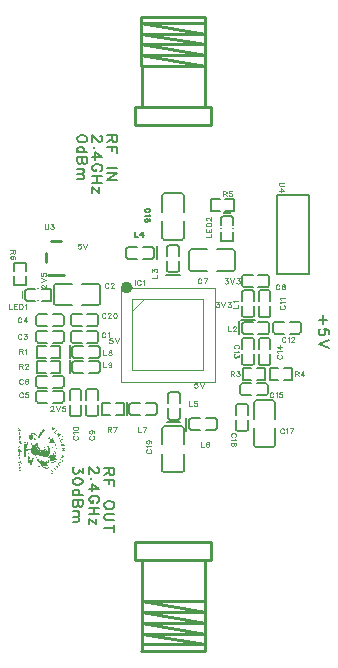
<source format=gto>
G04 Layer: TopSilkscreenLayer*
G04 EasyEDA Pro v2.2.45.4, 2025-12-28 23:20:17*
G04 Gerber Generator version 0.3*
G04 Scale: 100 percent, Rotated: No, Reflected: No*
G04 Dimensions in millimeters*
G04 Leading zeros omitted, absolute positions, 4 integers and 5 decimals*
G04 Generated by one-click*
%FSLAX45Y45*%
%MOMM*%
%ADD10C,0.2*%
%ADD11C,0.1*%
%ADD12C,0.15*%
%ADD13C,0.1524*%
%ADD14C,0.254*%
%ADD15C,0.05*%
%ADD16C,0.0762*%
%ADD17C,0.5034*%
%ADD18C,0.5*%
G75*


G04 Image Start*
G36*
G01X11319988Y-7454619D02*
G01X11317777Y-7456416D01*
G01X11314891Y-7457399D01*
G01X11311985Y-7457212D01*
G01X11310478Y-7456715D01*
G01X11309406Y-7455639D01*
G01X11307632Y-7453019D01*
G01X11306930Y-7451475D01*
G01X11307008Y-7448917D01*
G01X11307008Y-7448899D01*
G01X11308239Y-7448899D01*
G01X11308700Y-7450771D01*
G01X11309123Y-7452174D01*
G01X11310081Y-7453693D01*
G01X11311106Y-7454832D01*
G01X11311655Y-7454832D01*
G01X11312383Y-7455153D01*
G01X11312561Y-7455474D01*
G01X11313232Y-7455287D01*
G01X11313902Y-7455100D01*
G01X11313902Y-7455100D01*
G01X11314094Y-7455446D01*
G01X11314940Y-7455740D01*
G01X11316804Y-7454918D01*
G01X11318357Y-7454045D01*
G01X11319768Y-7451560D01*
G01X11319883Y-7449279D01*
G01X11319857Y-7446856D01*
G01X11319266Y-7445651D01*
G01X11318809Y-7445006D01*
G01X11317652Y-7443881D01*
G01X11316592Y-7443002D01*
G01X11312559Y-7443002D01*
G01X11311463Y-7443695D01*
G01X11309703Y-7445069D01*
G01X11309073Y-7446194D01*
G01X11308651Y-7447337D01*
G01X11308239Y-7448899D01*
G01X11307008Y-7448899D01*
G01X11307144Y-7445541D01*
G01X11307203Y-7444723D01*
G01X11303463Y-7440820D01*
G01X11299524Y-7436682D01*
G01X11289029Y-7423817D01*
G01X11286744Y-7420917D01*
G01X11273756Y-7402555D01*
G01X11270803Y-7397994D01*
G01X11267639Y-7392996D01*
G01X11265193Y-7389513D01*
G01X11264328Y-7389045D01*
G01X11263195Y-7388966D01*
G01X11261961Y-7388966D01*
G01X11260665Y-7388329D01*
G01X11259369Y-7387692D01*
G01X11258298Y-7386374D01*
G01X11256687Y-7383734D01*
G01X11256146Y-7382411D01*
G01X11256144Y-7381924D01*
G01X11258048Y-7381924D01*
G01X11258234Y-7383899D01*
G01X11258730Y-7383755D01*
G01X11259225Y-7383611D01*
G01X11258943Y-7384809D01*
G01X11259378Y-7384809D01*
G01X11259978Y-7385289D01*
G01X11260143Y-7385769D01*
G01X11261312Y-7385769D01*
G01X11261312Y-7385769D01*
G01X11261312Y-7386645D01*
G01X11263014Y-7386859D01*
G01X11266419Y-7386565D01*
G01X11267706Y-7386048D01*
G01X11268217Y-7385423D01*
G01X11268936Y-7384360D01*
G01X11269655Y-7383499D01*
G01X11269778Y-7380877D01*
G01X11269680Y-7377430D01*
G01X11268354Y-7375386D01*
G01X11267102Y-7374034D01*
G01X11265362Y-7373831D01*
G01X11262473Y-7373821D01*
G01X11261024Y-7374301D01*
G01X11260473Y-7374578D01*
G01X11259921Y-7374578D01*
G01X11259298Y-7375697D01*
G01X11258400Y-7376816D01*
G01X11258124Y-7376816D01*
G01X11258189Y-7378030D01*
G01X11258058Y-7379596D01*
G01X11258048Y-7381924D01*
G01X11256144Y-7381924D01*
G01X11256140Y-7380453D01*
G01X11256133Y-7378494D01*
G01X11256826Y-7376753D01*
G01X11257519Y-7375012D01*
G01X11256610Y-7373323D01*
G01X11255126Y-7370608D01*
G01X11246734Y-7354488D01*
G01X11244908Y-7350757D01*
G01X11241848Y-7344293D01*
G01X11240199Y-7340707D01*
G01X11239754Y-7340517D01*
G01X11237435Y-7340149D01*
G01X11233614Y-7339437D01*
G01X11229722Y-7338069D01*
G01X11229455Y-7337934D01*
G01X11282451Y-7337934D01*
G01X11282891Y-7338999D01*
G01X11283466Y-7339812D01*
G01X11283466Y-7337311D01*
G01X11283888Y-7336642D01*
G01X11285333Y-7335433D01*
G01X11286355Y-7334894D01*
G01X11288004Y-7334869D01*
G01X11290874Y-7335075D01*
G01X11292096Y-7335306D01*
G01X11293104Y-7336614D01*
G01X11294112Y-7338505D01*
G01X11294367Y-7339070D01*
G01X11294801Y-7338581D01*
G01X11294974Y-7337333D01*
G01X11294697Y-7336059D01*
G01X11294014Y-7334871D01*
G01X11292967Y-7333880D01*
G01X11292062Y-7333243D01*
G01X11290118Y-7333089D01*
G01X11288173Y-7332934D01*
G01X11285079Y-7333672D01*
G01X11284151Y-7334458D01*
G01X11283101Y-7335592D01*
G01X11282528Y-7336775D01*
G01X11282451Y-7337934D01*
G01X11282451Y-7337934D01*
G01X11229455Y-7337934D01*
G01X11225861Y-7336120D01*
G01X11222136Y-7333669D01*
G01X11218652Y-7330793D01*
G01X11215513Y-7327568D01*
G01X11212824Y-7324072D01*
G01X11210689Y-7320382D01*
G01X11209825Y-7318623D01*
G01X11209068Y-7316705D01*
G01X11208031Y-7314606D01*
G01X11207509Y-7313946D01*
G01X11207507Y-7312847D01*
G01X11207208Y-7309719D01*
G01X11206805Y-7304179D01*
G01X11206742Y-7301703D01*
G01X11206468Y-7300994D01*
G01X11205791Y-7300555D01*
G01X11202508Y-7300234D01*
G01X11195445Y-7300239D01*
G01X11184580Y-7300239D01*
G01X11184104Y-7300677D01*
G01X11183619Y-7301637D01*
G01X11183069Y-7302876D01*
G01X11182529Y-7303596D01*
G01X11181137Y-7303601D01*
G01X11179354Y-7303880D01*
G01X11178964Y-7304155D01*
G01X11179162Y-7304915D01*
G01X11181659Y-7312593D01*
G01X11185110Y-7321463D01*
G01X11188269Y-7328009D01*
G01X11191980Y-7334569D01*
G01X11195319Y-7339622D01*
G01X11196560Y-7341107D01*
G01X11197361Y-7341644D01*
G01X11197727Y-7341644D01*
G01X11197727Y-7340792D01*
G01X11197928Y-7340163D01*
G01X11198052Y-7341781D01*
G01X11197975Y-7343176D01*
G01X11199685Y-7345368D01*
G01X11207476Y-7354011D01*
G01X11211567Y-7358012D01*
G01X11214304Y-7360284D01*
G01X11217485Y-7362619D01*
G01X11227042Y-7368684D01*
G01X11232253Y-7371191D01*
G01X11234622Y-7372347D01*
G01X11235586Y-7372659D01*
G01X11236957Y-7373101D01*
G01X11242754Y-7374772D01*
G01X11244607Y-7375393D01*
G01X11245488Y-7376147D01*
G01X11244942Y-7376489D01*
G01X11243435Y-7376353D01*
G01X11238335Y-7374918D01*
G01X11231771Y-7372380D01*
G01X11225331Y-7369281D01*
G01X11217284Y-7364170D01*
G01X11209926Y-7358290D01*
G01X11207768Y-7356370D01*
G01X11199165Y-7346764D01*
G01X11198149Y-7345795D01*
G01X11197133Y-7345097D01*
G01X11196567Y-7343863D01*
G01X11195476Y-7342056D01*
G01X11193052Y-7338594D01*
G01X11189605Y-7332858D01*
G01X11184096Y-7322300D01*
G01X11182684Y-7319103D01*
G01X11181235Y-7315521D01*
G01X11178756Y-7307752D01*
G01X11177492Y-7303996D01*
G01X11177265Y-7303596D01*
G01X11167249Y-7303596D01*
G01X11166977Y-7304161D01*
G01X11166497Y-7307438D01*
G01X11166291Y-7310150D01*
G01X11165900Y-7311006D01*
G01X11165286Y-7314430D01*
G01X11164790Y-7321181D01*
G01X11163387Y-7336892D01*
G01X11161446Y-7349349D01*
G01X11160909Y-7351458D01*
G01X11159335Y-7353207D01*
G01X11154514Y-7353101D01*
G01X11149693Y-7352995D01*
G01X11149065Y-7352297D01*
G01X11148336Y-7350979D01*
G01X11147644Y-7348739D01*
G01X11146389Y-7341823D01*
G01X11145337Y-7332207D01*
G01X11144524Y-7320549D01*
G01X11143757Y-7293742D01*
G01X11143875Y-7279908D01*
G01X11144376Y-7266666D01*
G01X11145331Y-7253038D01*
G01X11146092Y-7246203D01*
G01X11147663Y-7246203D01*
G01X11151262Y-7246102D01*
G01X11154861Y-7246002D01*
G01X11155048Y-7246543D01*
G01X11154885Y-7252398D01*
G01X11154215Y-7265617D01*
G01X11153883Y-7280255D01*
G01X11153768Y-7290326D01*
G01X11154034Y-7290886D01*
G01X11154302Y-7291446D01*
G01X11154030Y-7292010D01*
G01X11153758Y-7292574D01*
G01X11154164Y-7293190D01*
G01X11154569Y-7293806D01*
G01X11154569Y-7293806D01*
G01X11154578Y-7296721D01*
G01X11154824Y-7296289D01*
G01X11155071Y-7295857D01*
G01X11154990Y-7292293D01*
G01X11154991Y-7292245D01*
G01X11160322Y-7292245D01*
G01X11160560Y-7293204D01*
G01X11160799Y-7294163D01*
G01X11161131Y-7293478D01*
G01X11161462Y-7292792D01*
G01X11161750Y-7288582D01*
G01X11161828Y-7287449D01*
G01X11163920Y-7287449D01*
G01X11170681Y-7287609D01*
G01X11177772Y-7288006D01*
G01X11177772Y-7288006D01*
G01X11178101Y-7288244D01*
G01X11178301Y-7287687D01*
G01X11182478Y-7287687D01*
G01X11182478Y-7288703D01*
G01X11182823Y-7290103D01*
G01X11183168Y-7290486D01*
G01X11183168Y-7290486D01*
G01X11199657Y-7290486D01*
G01X11200346Y-7289717D01*
G01X11200504Y-7289527D01*
G01X11208532Y-7289527D01*
G01X11208683Y-7297402D01*
G01X11208913Y-7302560D01*
G01X11209390Y-7304277D01*
G01X11210241Y-7306953D01*
G01X11211869Y-7310950D01*
G01X11212309Y-7311888D01*
G01X11213982Y-7314881D01*
G01X11216520Y-7318393D01*
G01X11219348Y-7321695D01*
G01X11221894Y-7324059D01*
G01X11223200Y-7325101D01*
G01X11226191Y-7326980D01*
G01X11228829Y-7328215D01*
G01X11229638Y-7328662D01*
G01X11231040Y-7329330D01*
G01X11232397Y-7329801D01*
G01X11234842Y-7330491D01*
G01X11237000Y-7330932D01*
G01X11263540Y-7330971D01*
G01X11291305Y-7331226D01*
G01X11292530Y-7331442D01*
G01X11293680Y-7332450D01*
G01X11293680Y-7332450D01*
G01X11295065Y-7333881D01*
G01X11295568Y-7334119D01*
G01X11295834Y-7333073D01*
G01X11295830Y-7332212D01*
G01X11294899Y-7331061D01*
G01X11293105Y-7329302D01*
G01X11292242Y-7328695D01*
G01X11237000Y-7328695D01*
G01X11235849Y-7328278D01*
G01X11232684Y-7327197D01*
G01X11227734Y-7324965D01*
G01X11223094Y-7321689D01*
G01X11218926Y-7317504D01*
G01X11215391Y-7312548D01*
G01X11213597Y-7308957D01*
G01X11212688Y-7306272D01*
G01X11212434Y-7305338D01*
G01X11211791Y-7302956D01*
G01X11211403Y-7300878D01*
G01X11211398Y-7292245D01*
G01X11211398Y-7291902D01*
G01X11212880Y-7291902D01*
G01X11213207Y-7294025D01*
G01X11213535Y-7296149D01*
G01X11213255Y-7297232D01*
G01X11213010Y-7299646D01*
G01X11213569Y-7303045D01*
G01X11214163Y-7305674D01*
G01X11215726Y-7309191D01*
G01X11217289Y-7312708D01*
G01X11218811Y-7314781D01*
G01X11222679Y-7319102D01*
G01X11225026Y-7321348D01*
G01X11225026Y-7321348D01*
G01X11227914Y-7323023D01*
G01X11231240Y-7324699D01*
G01X11231572Y-7324626D01*
G01X11231598Y-7324344D01*
G01X11230615Y-7322780D01*
G01X11228357Y-7318463D01*
G01X11227132Y-7315586D01*
G01X11226646Y-7312868D01*
G01X11225996Y-7307128D01*
G01X11225832Y-7304106D01*
G01X11224151Y-7300184D01*
G01X11222470Y-7296055D01*
G01X11219259Y-7287397D01*
G01X11218291Y-7285891D01*
G01X11217878Y-7285715D01*
G01X11217914Y-7284504D01*
G01X11217544Y-7282177D01*
G01X11216818Y-7280671D01*
G01X11216045Y-7281124D01*
G01X11215168Y-7282846D01*
G01X11213391Y-7289356D01*
G01X11212880Y-7291902D01*
G01X11211398Y-7291902D01*
G01X11211393Y-7283612D01*
G01X11211769Y-7281374D01*
G01X11212416Y-7278832D01*
G01X11212688Y-7277908D01*
G01X11213041Y-7276147D01*
G01X11213781Y-7274438D01*
G01X11219819Y-7274438D01*
G01X11219953Y-7275828D01*
G01X11220728Y-7278976D01*
G01X11221607Y-7281694D01*
G01X11223549Y-7287449D01*
G01X11223549Y-7287449D01*
G01X11224802Y-7290895D01*
G01X11225460Y-7292742D01*
G01X11225661Y-7292334D01*
G01X11226178Y-7288728D01*
G01X11227258Y-7279228D01*
G01X11244562Y-7279228D01*
G01X11244828Y-7279756D01*
G01X11245093Y-7280284D01*
G01X11248631Y-7280349D01*
G01X11252169Y-7280415D01*
G01X11253000Y-7281522D01*
G01X11253831Y-7282629D01*
G01X11253831Y-7284762D01*
G01X11252390Y-7286247D01*
G01X11251312Y-7286445D01*
G01X11248824Y-7286646D01*
G01X11247413Y-7286650D01*
G01X11247961Y-7287324D01*
G01X11250037Y-7288845D01*
G01X11252126Y-7289847D01*
G01X11253356Y-7290312D01*
G01X11256585Y-7291435D01*
G01X11259650Y-7292085D01*
G01X11259650Y-7292085D01*
G01X11261193Y-7292612D01*
G01X11261917Y-7293140D01*
G01X11262192Y-7292834D01*
G01X11262466Y-7292529D01*
G01X11261889Y-7291841D01*
G01X11261312Y-7290966D01*
G01X11259874Y-7288568D01*
G01X11258435Y-7286149D01*
G01X11257716Y-7285313D01*
G01X11256996Y-7284251D01*
G01X11256618Y-7283395D01*
G01X11254323Y-7279456D01*
G01X11253162Y-7277910D01*
G01X11252348Y-7277004D01*
G01X11251386Y-7277963D01*
G01X11248412Y-7278108D01*
G01X11245439Y-7278254D01*
G01X11245000Y-7278741D01*
G01X11244562Y-7279228D01*
G01X11227258Y-7279228D01*
G01X11227395Y-7278016D01*
G01X11228913Y-7271005D01*
G01X11244049Y-7271005D01*
G01X11244049Y-7272581D01*
G01X11247070Y-7272581D01*
G01X11250069Y-7272501D01*
G01X11249192Y-7270942D01*
G01X11248652Y-7270343D01*
G01X11246907Y-7270343D01*
G01X11244606Y-7270674D01*
G01X11244606Y-7270674D01*
G01X11244049Y-7271005D01*
G01X11228913Y-7271005D01*
G01X11229195Y-7269703D01*
G01X11229827Y-7267226D01*
G01X11230018Y-7266506D01*
G01X11229558Y-7266506D01*
G01X11228065Y-7267200D01*
G01X11225648Y-7268910D01*
G01X11220929Y-7273159D01*
G01X11219819Y-7274438D01*
G01X11213781Y-7274438D01*
G01X11214015Y-7273898D01*
G01X11217318Y-7268632D01*
G01X11221579Y-7263511D01*
G01X11225779Y-7259930D01*
G01X11230943Y-7257146D01*
G01X11244411Y-7257146D01*
G01X11247467Y-7257328D01*
G01X11250523Y-7257510D01*
G01X11251674Y-7256213D01*
G01X11252824Y-7254916D01*
G01X11252105Y-7255169D01*
G01X11248652Y-7255534D01*
G01X11245306Y-7255797D01*
G01X11244693Y-7255948D01*
G01X11244411Y-7257146D01*
G01X11244411Y-7257146D01*
G01X11230943Y-7257146D01*
G01X11231325Y-7256940D01*
G01X11233131Y-7256190D01*
G01X11233699Y-7255304D01*
G01X11234239Y-7253887D01*
G01X11234114Y-7253077D01*
G01X11229463Y-7254966D01*
G01X11225395Y-7257276D01*
G01X11225024Y-7257553D01*
G01X11222196Y-7259711D01*
G01X11221293Y-7260431D01*
G01X11220282Y-7261261D01*
G01X11217180Y-7264554D01*
G01X11214839Y-7267672D01*
G01X11213029Y-7270338D01*
G01X11211691Y-7273458D01*
G01X11210101Y-7277098D01*
G01X11209654Y-7278780D01*
G01X11209230Y-7280098D01*
G01X11208532Y-7289527D01*
G01X11200504Y-7289527D01*
G01X11201395Y-7288452D01*
G01X11201718Y-7287772D01*
G01X11201161Y-7287278D01*
G01X11200568Y-7286926D01*
G01X11191883Y-7286991D01*
G01X11183197Y-7287056D01*
G01X11182478Y-7287687D01*
G01X11178301Y-7287687D01*
G01X11178563Y-7286961D01*
G01X11179025Y-7284885D01*
G01X11179025Y-7284092D01*
G01X11176939Y-7284086D01*
G01X11169805Y-7283895D01*
G01X11164757Y-7283709D01*
G01X11163967Y-7284766D01*
G01X11163944Y-7286107D01*
G01X11163920Y-7287449D01*
G01X11161828Y-7287449D01*
G01X11162039Y-7284371D01*
G01X11162604Y-7282953D01*
G01X11163168Y-7281534D01*
G01X11163736Y-7281534D01*
G01X11164759Y-7281339D01*
G01X11165215Y-7281146D01*
G01X11165190Y-7280141D01*
G01X11164647Y-7276543D01*
G01X11163807Y-7273733D01*
G01X11163406Y-7273204D01*
G01X11162912Y-7273701D01*
G01X11162419Y-7274197D01*
G01X11161949Y-7276187D01*
G01X11161283Y-7280438D01*
G01X11160613Y-7288248D01*
G01X11160322Y-7292245D01*
G01X11160322Y-7292245D01*
G01X11154991Y-7292245D01*
G01X11155193Y-7279693D01*
G01X11155738Y-7269863D01*
G01X11156279Y-7263309D01*
G01X11156831Y-7256594D01*
G01X11157147Y-7253237D01*
G01X11157161Y-7251318D01*
G01X11157687Y-7252278D01*
G01X11158416Y-7254645D01*
G01X11158823Y-7256404D01*
G01X11159393Y-7258832D01*
G01X11160024Y-7262436D01*
G01X11160590Y-7264994D01*
G01X11161209Y-7268352D01*
G01X11161528Y-7270677D01*
G01X11161928Y-7271121D01*
G01X11162327Y-7271565D01*
G01X11162908Y-7271396D01*
G01X11163488Y-7271227D01*
G01X11163454Y-7267188D01*
G01X11163200Y-7262190D01*
G01X11162952Y-7259472D01*
G01X11161613Y-7245723D01*
G01X11161027Y-7241566D01*
G01X11159494Y-7234792D01*
G01X11159138Y-7234112D01*
G01X11158412Y-7233767D01*
G01X11154338Y-7233781D01*
G01X11150397Y-7233982D01*
G01X11149959Y-7234497D01*
G01X11149522Y-7235012D01*
G01X11148903Y-7238049D01*
G01X11147664Y-7245348D01*
G01X11147663Y-7246203D01*
G01X11146092Y-7246203D01*
G01X11146495Y-7242590D01*
G01X11147833Y-7235573D01*
G01X11148556Y-7233429D01*
G01X11149309Y-7232237D01*
G01X11149768Y-7231815D01*
G01X11154397Y-7231925D01*
G01X11158989Y-7232233D01*
G01X11159875Y-7232661D01*
G01X11160449Y-7233427D01*
G01X11161635Y-7237265D01*
G01X11162847Y-7244547D01*
G01X11165082Y-7267516D01*
G01X11165510Y-7273483D01*
G01X11165898Y-7274711D01*
G01X11166493Y-7278176D01*
G01X11166701Y-7280415D01*
G01X11167100Y-7281108D01*
G01X11167499Y-7281802D01*
G01X11172313Y-7281841D01*
G01X11172743Y-7281447D01*
G01X11173174Y-7281054D01*
G01X11172656Y-7271462D01*
G01X11173111Y-7264268D01*
G01X11173837Y-7255795D01*
G01X11174288Y-7252355D01*
G01X11174468Y-7250194D01*
G01X11174991Y-7249883D01*
G01X11175515Y-7249572D01*
G01X11175697Y-7250098D01*
G01X11175459Y-7253050D01*
G01X11174545Y-7261347D01*
G01X11174051Y-7267220D01*
G01X11174204Y-7274115D01*
G01X11174358Y-7281011D01*
G01X11174893Y-7281452D01*
G01X11175429Y-7281892D01*
G01X11178799Y-7281806D01*
G01X11182169Y-7281720D01*
G01X11182899Y-7282482D01*
G01X11183629Y-7283805D01*
G01X11184084Y-7284872D01*
G01X11184539Y-7285378D01*
G01X11195665Y-7285294D01*
G01X11206790Y-7285211D01*
G01X11206866Y-7284412D01*
G01X11207498Y-7280685D01*
G01X11208646Y-7276623D01*
G01X11210173Y-7272641D01*
G01X11211940Y-7269153D01*
G01X11213107Y-7266868D01*
G01X11213283Y-7266253D01*
G01X11212721Y-7264381D01*
G01X11211249Y-7259152D01*
G01X11209968Y-7254516D01*
G01X11209093Y-7251158D01*
G01X11208213Y-7247642D01*
G01X11204802Y-7231974D01*
G01X11202898Y-7220732D01*
G01X11201626Y-7210895D01*
G01X11201482Y-7209161D01*
G01X11201115Y-7208896D01*
G01X11199021Y-7208017D01*
G01X11195590Y-7206365D01*
G01X11193885Y-7205327D01*
G01X11191778Y-7203102D01*
G01X11189671Y-7200615D01*
G01X11188807Y-7198931D01*
G01X11187944Y-7197015D01*
G01X11187680Y-7196339D01*
G01X11186817Y-7193323D01*
G01X11186218Y-7190489D01*
G01X11186225Y-7188131D01*
G01X11186231Y-7185772D01*
G01X11186776Y-7183534D01*
G01X11188294Y-7179269D01*
G01X11211518Y-7179269D01*
G01X11212268Y-7179925D01*
G01X11213257Y-7181276D01*
G01X11213495Y-7181972D01*
G01X11214704Y-7182416D01*
G01X11215913Y-7182859D01*
G01X11216348Y-7183596D01*
G01X11216348Y-7183596D01*
G01X11216800Y-7184141D01*
G01X11217312Y-7184273D01*
G01X11218730Y-7183266D01*
G01X11220062Y-7181225D01*
G01X11220387Y-7180233D01*
G01X11219681Y-7178846D01*
G01X11218357Y-7176722D01*
G01X11217738Y-7175986D01*
G01X11216993Y-7177118D01*
G01X11214991Y-7176545D01*
G01X11212990Y-7175972D01*
G01X11212408Y-7176177D01*
G01X11211825Y-7176383D01*
G01X11211825Y-7176864D01*
G01X11212271Y-7177840D01*
G01X11212717Y-7178335D01*
G01X11211518Y-7179269D01*
G01X11188294Y-7179269D01*
G01X11188638Y-7178305D01*
G01X11191453Y-7174016D01*
G01X11195226Y-7170665D01*
G01X11199959Y-7168246D01*
G01X11202680Y-7167226D01*
G01X11202731Y-7167080D01*
G01X11209750Y-7167080D01*
G01X11210055Y-7167488D01*
G01X11212027Y-7168649D01*
G01X11215500Y-7170737D01*
G01X11215500Y-7170737D01*
G01X11218394Y-7173241D01*
G01X11219354Y-7174348D01*
G01X11219905Y-7174187D01*
G01X11220456Y-7173761D01*
G01X11225604Y-7169779D01*
G01X11234639Y-7164016D01*
G01X11236458Y-7162747D01*
G01X11237184Y-7162105D01*
G01X11236517Y-7161454D01*
G01X11232977Y-7159294D01*
G01X11228081Y-7157454D01*
G01X11225779Y-7156840D01*
G01X11223610Y-7156838D01*
G01X11221441Y-7156836D01*
G01X11219747Y-7157326D01*
G01X11217274Y-7158293D01*
G01X11215146Y-7159711D01*
G01X11213235Y-7161689D01*
G01X11211410Y-7164336D01*
G01X11209750Y-7167080D01*
G01X11202731Y-7167080D01*
G01X11203979Y-7163550D01*
G01X11205674Y-7159369D01*
G01X11206071Y-7158528D01*
G01X11206997Y-7156847D01*
G01X11209238Y-7154477D01*
G01X11211984Y-7152177D01*
G01X11214424Y-7150705D01*
G01X11216285Y-7149962D01*
G01X11220169Y-7149993D01*
G01X11224053Y-7150023D01*
G01X11226355Y-7150710D01*
G01X11228656Y-7151398D01*
G01X11232397Y-7153461D01*
G01X11237719Y-7156742D01*
G01X11241482Y-7159580D01*
G01X11242345Y-7159999D01*
G01X11243849Y-7159436D01*
G01X11255126Y-7154948D01*
G01X11257859Y-7154101D01*
G01X11261091Y-7153170D01*
G01X11262741Y-7152761D01*
G01X11263236Y-7153163D01*
G01X11263731Y-7153565D01*
G01X11262018Y-7154125D01*
G01X11258650Y-7155281D01*
G01X11256636Y-7155877D01*
G01X11248999Y-7158587D01*
G01X11245906Y-7160017D01*
G01X11244049Y-7160952D01*
G01X11244049Y-7161405D01*
G01X11245704Y-7163304D01*
G01X11252067Y-7169404D01*
G01X11258667Y-7176918D01*
G01X11260592Y-7179255D01*
G01X11260415Y-7180976D01*
G01X11259810Y-7181549D01*
G01X11259205Y-7182122D01*
G01X11255439Y-7178027D01*
G01X11248339Y-7170624D01*
G01X11242205Y-7165518D01*
G01X11239642Y-7163550D01*
G01X11238964Y-7163550D01*
G01X11237787Y-7163841D01*
G01X11234200Y-7165766D01*
G01X11229884Y-7168273D01*
G01X11228081Y-7169536D01*
G01X11223005Y-7173198D01*
G01X11221682Y-7174101D01*
G01X11220924Y-7174696D01*
G01X11220440Y-7175291D01*
G01X11220741Y-7176055D01*
G01X11221684Y-7178098D01*
G01X11223397Y-7182861D01*
G01X11223958Y-7187774D01*
G01X11223457Y-7192630D01*
G01X11221986Y-7197220D01*
G01X11219637Y-7201336D01*
G01X11216500Y-7204770D01*
G01X11212666Y-7207314D01*
G01X11208228Y-7208759D01*
G01X11206214Y-7209113D01*
G01X11206113Y-7210072D01*
G01X11207070Y-7219717D01*
G01X11209090Y-7231974D01*
G01X11209977Y-7236451D01*
G01X11213818Y-7253557D01*
G01X11214510Y-7256274D01*
G01X11215447Y-7259952D01*
G01X11216347Y-7262241D01*
G01X11216756Y-7262612D01*
G01X11218390Y-7260846D01*
G01X11221788Y-7257794D01*
G01X11225933Y-7254986D01*
G01X11230263Y-7252759D01*
G01X11234216Y-7251445D01*
G01X11236035Y-7251066D01*
G01X11236858Y-7249925D01*
G01X11245990Y-7249925D01*
G01X11246130Y-7250519D01*
G01X11251795Y-7250519D01*
G01X11253018Y-7251958D01*
G01X11253018Y-7251958D01*
G01X11252885Y-7253317D01*
G01X11252842Y-7254327D01*
G01X11253278Y-7254321D01*
G01X11257298Y-7249951D01*
G01X11262415Y-7244475D01*
G01X11264297Y-7243204D01*
G01X11265219Y-7242686D01*
G01X11265121Y-7242159D01*
G01X11264390Y-7241467D01*
G01X11262374Y-7241251D01*
G01X11258254Y-7240873D01*
G01X11255518Y-7240499D01*
G01X11253164Y-7240916D01*
G01X11249442Y-7241917D01*
G01X11247325Y-7243218D01*
G01X11246782Y-7243897D01*
G01X11248221Y-7243708D01*
G01X11251383Y-7243741D01*
G01X11253105Y-7243965D01*
G01X11253861Y-7245718D01*
G01X11253392Y-7246815D01*
G01X11252969Y-7247633D01*
G01X11252364Y-7248071D01*
G01X11249211Y-7248308D01*
G01X11246350Y-7248340D01*
G01X11246100Y-7248836D01*
G01X11245990Y-7249925D01*
G01X11236858Y-7249925D01*
G01X11237559Y-7248954D01*
G01X11240665Y-7245334D01*
G01X11244481Y-7242321D01*
G01X11246549Y-7241184D01*
G01X11250214Y-7239820D01*
G01X11251632Y-7239328D01*
G01X11256113Y-7239342D01*
G01X11261888Y-7239668D01*
G01X11264333Y-7240164D01*
G01X11267930Y-7241480D01*
G01X11268649Y-7241821D01*
G01X11266647Y-7243852D01*
G01X11259785Y-7251395D01*
G01X11252738Y-7260040D01*
G01X11250954Y-7262366D01*
G01X11250954Y-7263940D01*
G01X11254136Y-7269779D01*
G01X11259052Y-7278420D01*
G01X11263902Y-7286184D01*
G01X11268671Y-7293054D01*
G01X11273345Y-7299013D01*
G01X11277909Y-7304044D01*
G01X11282347Y-7308128D01*
G01X11286646Y-7311248D01*
G01X11290791Y-7313387D01*
G01X11295215Y-7314844D01*
G01X11299495Y-7315597D01*
G01X11303594Y-7315654D01*
G01X11307473Y-7315026D01*
G01X11311097Y-7313722D01*
G01X11314427Y-7311753D01*
G01X11317425Y-7309127D01*
G01X11320055Y-7305854D01*
G01X11320962Y-7304801D01*
G01X11321470Y-7304849D01*
G01X11321182Y-7308029D01*
G01X11321016Y-7310001D01*
G01X11321181Y-7310576D01*
G01X11322065Y-7310919D01*
G01X11322858Y-7311049D01*
G01X11323412Y-7310600D01*
G01X11324184Y-7307318D01*
G01X11324360Y-7306084D01*
G01X11325094Y-7305329D01*
G01X11325827Y-7304573D01*
G01X11325637Y-7303731D01*
G01X11325447Y-7302888D01*
G01X11325900Y-7302119D01*
G01X11326354Y-7301350D01*
G01X11327021Y-7301536D01*
G01X11327688Y-7301722D01*
G01X11328054Y-7300741D01*
G01X11328420Y-7299759D01*
G01X11330383Y-7299759D01*
G01X11330628Y-7300478D01*
G01X11330874Y-7301198D01*
G01X11330263Y-7302038D01*
G01X11327919Y-7301853D01*
G01X11328015Y-7302755D01*
G01X11328111Y-7303657D01*
G01X11327461Y-7304426D01*
G01X11326811Y-7305194D01*
G01X11327365Y-7305199D01*
G01X11328350Y-7305509D01*
G01X11328782Y-7305814D01*
G01X11328782Y-7312998D01*
G01X11329764Y-7313223D01*
G01X11330746Y-7313448D01*
G01X11331239Y-7313105D01*
G01X11331733Y-7312763D01*
G01X11331926Y-7310671D01*
G01X11332439Y-7308151D01*
G01X11332722Y-7306654D01*
G01X11332686Y-7305585D01*
G01X11333449Y-7305422D01*
G01X11334590Y-7305421D01*
G01X11334968Y-7305583D01*
G01X11334968Y-7307127D01*
G01X11335709Y-7307502D01*
G01X11336870Y-7308779D01*
G01X11337289Y-7309682D01*
G01X11336970Y-7310876D01*
G01X11336745Y-7313661D01*
G01X11336838Y-7315254D01*
G01X11338466Y-7315887D01*
G01X11339012Y-7315097D01*
G01X11339558Y-7314307D01*
G01X11339599Y-7312868D01*
G01X11339821Y-7310470D01*
G01X11340003Y-7309511D01*
G01X11341239Y-7308851D01*
G01X11342476Y-7308191D01*
G01X11343034Y-7307173D01*
G01X11343591Y-7306154D01*
G01X11344150Y-7306154D01*
G01X11345039Y-7306418D01*
G01X11345471Y-7307096D01*
G01X11345407Y-7308020D01*
G01X11344806Y-7309018D01*
G01X11343999Y-7309915D01*
G01X11344548Y-7310668D01*
G01X11345097Y-7311422D01*
G01X11344932Y-7312704D01*
G01X11344582Y-7315462D01*
G01X11344397Y-7316936D01*
G01X11345077Y-7317118D01*
G01X11348114Y-7318137D01*
G01X11350949Y-7319486D01*
G01X11353410Y-7321069D01*
G01X11355325Y-7322793D01*
G01X11356756Y-7324383D01*
G01X11357370Y-7326168D01*
G01X11357985Y-7327953D01*
G01X11357985Y-7329445D01*
G01X11357728Y-7331936D01*
G01X11357470Y-7332934D01*
G01X11358469Y-7332644D01*
G01X11359018Y-7331309D01*
G01X11359568Y-7329974D01*
G01X11359532Y-7326993D01*
G01X11359496Y-7324011D01*
G01X11359172Y-7323651D01*
G01X11358848Y-7322696D01*
G01X11358121Y-7320332D01*
G01X11357393Y-7318564D01*
G01X11355980Y-7317034D01*
G01X11354567Y-7315505D01*
G01X11353779Y-7315285D01*
G01X11351865Y-7314150D01*
G01X11350340Y-7312420D01*
G01X11349845Y-7311492D01*
G01X11350356Y-7310439D01*
G01X11350866Y-7309385D01*
G01X11351648Y-7309082D01*
G01X11352429Y-7308779D01*
G01X11353568Y-7309011D01*
G01X11355681Y-7309812D01*
G01X11357768Y-7311284D01*
G01X11359675Y-7313291D01*
G01X11361246Y-7315698D01*
G01X11362298Y-7317694D01*
G01X11362489Y-7319018D01*
G01X11362680Y-7320343D01*
G01X11362948Y-7319563D01*
G01X11363216Y-7318783D01*
G01X11363084Y-7316705D01*
G01X11362952Y-7314627D01*
G01X11362180Y-7313028D01*
G01X11360810Y-7310943D01*
G01X11358905Y-7309037D01*
G01X11356725Y-7307528D01*
G01X11354528Y-7306632D01*
G01X11353660Y-7306420D01*
G01X11353161Y-7305617D01*
G01X11351693Y-7303768D01*
G01X11351245Y-7303603D01*
G01X11351080Y-7304015D01*
G01X11350491Y-7305137D01*
G01X11349901Y-7305840D01*
G01X11349205Y-7305278D01*
G01X11348509Y-7304715D01*
G01X11348490Y-7303312D01*
G01X11349110Y-7302830D01*
G01X11349730Y-7302347D01*
G01X11350254Y-7302659D01*
G01X11350778Y-7302970D01*
G01X11350962Y-7302155D01*
G01X11351707Y-7301007D01*
G01X11352268Y-7300674D01*
G01X11352717Y-7301088D01*
G01X11353166Y-7301502D01*
G01X11354640Y-7301562D01*
G01X11357174Y-7302257D01*
G01X11359805Y-7303884D01*
G01X11362015Y-7306040D01*
G01X11363287Y-7308319D01*
G01X11363795Y-7309031D01*
G01X11364100Y-7309031D01*
G01X11363959Y-7307399D01*
G01X11363548Y-7305560D01*
G01X11362630Y-7304169D01*
G01X11361656Y-7302751D01*
G01X11360362Y-7301574D01*
G01X11356259Y-7299539D01*
G01X11354510Y-7298606D01*
G01X11354056Y-7298160D01*
G01X11351722Y-7298160D01*
G01X11351571Y-7297281D01*
G01X11351419Y-7296402D01*
G01X11351718Y-7296000D01*
G01X11352016Y-7295598D01*
G01X11352872Y-7295671D01*
G01X11353728Y-7295743D01*
G01X11354298Y-7294873D01*
G01X11354868Y-7294004D01*
G01X11355540Y-7294004D01*
G01X11357111Y-7294448D01*
G01X11359177Y-7295573D01*
G01X11361244Y-7297066D01*
G01X11362817Y-7298614D01*
G01X11364019Y-7299759D01*
G01X11364338Y-7300318D01*
G01X11364361Y-7300878D01*
G01X11364505Y-7300479D01*
G01X11364116Y-7298497D01*
G01X11362950Y-7295990D01*
G01X11360428Y-7293641D01*
G01X11356147Y-7291592D01*
G01X11354453Y-7290966D01*
G01X11353754Y-7289949D01*
G01X11353055Y-7288931D01*
G01X11353508Y-7288163D01*
G01X11354645Y-7286988D01*
G01X11355328Y-7286582D01*
G01X11356627Y-7286890D01*
G01X11359856Y-7288419D01*
G01X11362668Y-7290768D01*
G01X11363860Y-7291844D01*
G01X11364009Y-7290857D01*
G01X11363596Y-7289847D01*
G01X11363164Y-7289073D01*
G01X11362531Y-7287930D01*
G01X11360945Y-7286503D01*
G01X11358881Y-7285153D01*
G01X11356812Y-7284240D01*
G01X11354440Y-7283292D01*
G01X11353530Y-7282187D01*
G01X11353346Y-7281544D01*
G01X11352521Y-7282222D01*
G01X11351696Y-7282899D01*
G01X11350469Y-7282542D01*
G01X11350664Y-7283557D01*
G01X11351102Y-7284850D01*
G01X11352322Y-7284974D01*
G01X11353526Y-7284891D01*
G01X11353526Y-7286414D01*
G01X11352547Y-7286997D01*
G01X11351569Y-7287580D01*
G01X11351054Y-7287274D01*
G01X11350539Y-7286968D01*
G01X11350329Y-7287345D01*
G01X11350120Y-7287722D01*
G01X11351031Y-7288568D01*
G01X11351943Y-7289414D01*
G01X11351943Y-7290766D01*
G01X11352876Y-7290866D01*
G01X11353809Y-7290966D01*
G01X11353897Y-7291487D01*
G01X11353498Y-7292530D01*
G01X11352568Y-7292979D01*
G01X11352112Y-7292881D01*
G01X11351774Y-7291287D01*
G01X11350073Y-7290962D01*
G01X11349901Y-7289629D01*
G01X11349002Y-7289179D01*
G01X11347793Y-7288150D01*
G01X11347483Y-7287571D01*
G01X11348623Y-7286631D01*
G01X11350150Y-7287004D01*
G01X11350269Y-7285867D01*
G01X11350389Y-7284731D01*
G01X11349708Y-7284731D01*
G01X11348450Y-7284366D01*
G01X11347915Y-7283505D01*
G01X11348315Y-7282533D01*
G01X11349396Y-7282173D01*
G01X11350186Y-7282173D01*
G01X11350572Y-7281294D01*
G01X11350959Y-7280415D01*
G01X11351718Y-7280503D01*
G01X11352477Y-7280591D01*
G01X11354003Y-7278896D01*
G01X11355315Y-7279096D01*
G01X11357818Y-7279964D01*
G01X11360659Y-7281812D01*
G01X11362092Y-7282670D01*
G01X11362182Y-7281689D01*
G01X11361441Y-7280166D01*
G01X11359959Y-7278691D01*
G01X11357814Y-7277326D01*
G01X11355081Y-7276130D01*
G01X11352564Y-7274797D01*
G01X11351943Y-7274155D01*
G01X11351943Y-7272152D01*
G01X11352419Y-7271567D01*
G01X11353451Y-7271031D01*
G01X11355827Y-7271776D01*
G01X11357989Y-7272500D01*
G01X11357636Y-7271516D01*
G01X11354638Y-7268339D01*
G01X11350053Y-7265391D01*
G01X11346908Y-7263767D01*
G01X11344894Y-7263225D01*
G01X11343743Y-7263149D01*
G01X11343840Y-7264907D01*
G01X11343937Y-7266666D01*
G01X11344340Y-7267166D01*
G01X11344742Y-7267666D01*
G01X11344401Y-7268045D01*
G01X11343565Y-7268424D01*
G01X11343070Y-7268424D01*
G01X11342876Y-7269405D01*
G01X11342682Y-7270386D01*
G01X11342236Y-7270576D01*
G01X11341790Y-7270767D01*
G01X11341032Y-7269615D01*
G01X11341329Y-7268999D01*
G01X11341625Y-7268383D01*
G01X11341292Y-7267937D01*
G01X11340408Y-7267296D01*
G01X11339859Y-7267103D01*
G01X11339859Y-7262756D01*
G01X11338765Y-7261913D01*
G01X11337326Y-7261071D01*
G01X11336982Y-7260709D01*
G01X11336982Y-7260348D01*
G01X11339708Y-7260689D01*
G01X11340443Y-7261668D01*
G01X11341178Y-7262646D01*
G01X11341990Y-7262178D01*
G01X11343550Y-7261726D01*
G01X11344606Y-7262030D01*
G01X11345568Y-7262349D01*
G01X11348049Y-7263011D01*
G01X11351424Y-7264664D01*
G01X11354803Y-7266808D01*
G01X11357298Y-7268944D01*
G01X11360181Y-7273012D01*
G01X11361582Y-7276791D01*
G01X11362389Y-7279343D01*
G01X11363526Y-7281683D01*
G01X11364055Y-7282951D01*
G01X11364225Y-7285520D01*
G01X11364395Y-7288088D01*
G01X11364805Y-7288992D01*
G01X11365425Y-7291230D01*
G01X11365635Y-7292565D01*
G01X11365393Y-7294312D01*
G01X11365032Y-7296191D01*
G01X11365333Y-7297441D01*
G01X11365754Y-7298558D01*
G01X11365754Y-7303627D01*
G01X11365312Y-7304576D01*
G01X11364871Y-7305525D01*
G01X11365312Y-7306969D01*
G01X11365730Y-7309477D01*
G01X11365308Y-7312098D01*
G01X11364863Y-7313667D01*
G01X11364885Y-7316463D01*
G01X11364907Y-7319259D01*
G01X11364189Y-7322218D01*
G01X11361883Y-7329814D01*
G01X11357864Y-7338154D01*
G01X11355626Y-7341606D01*
G01X11353448Y-7344218D01*
G01X11350217Y-7347566D01*
G01X11346268Y-7351229D01*
G01X11342201Y-7353880D01*
G01X11337753Y-7355654D01*
G01X11332658Y-7356689D01*
G01X11329706Y-7357070D01*
G01X11327086Y-7356692D01*
G01X11322452Y-7355807D01*
G01X11320438Y-7355300D01*
G01X11319575Y-7354603D01*
G01X11318217Y-7353705D01*
G01X11317723Y-7353503D01*
G01X11317553Y-7353809D01*
G01X11316428Y-7354094D01*
G01X11314068Y-7353636D01*
G01X11312417Y-7353158D01*
G01X11311627Y-7352317D01*
G01X11310837Y-7351476D01*
G01X11310027Y-7351559D01*
G01X11305830Y-7351365D01*
G01X11304157Y-7350836D01*
G01X11302979Y-7350065D01*
G01X11302466Y-7349550D01*
G01X11299918Y-7349938D01*
G01X11298261Y-7349458D01*
G01X11295574Y-7348371D01*
G01X11294544Y-7347763D01*
G01X11290516Y-7347460D01*
G01X11288789Y-7346760D01*
G01X11286145Y-7345898D01*
G01X11285226Y-7345735D01*
G01X11284103Y-7347047D01*
G01X11282980Y-7348359D01*
G01X11282167Y-7348359D01*
G01X11278814Y-7347823D01*
G01X11275548Y-7346897D01*
G01X11274557Y-7346437D01*
G01X11274390Y-7345559D01*
G01X11274107Y-7344029D01*
G01X11273991Y-7343376D01*
G01X11272039Y-7342820D01*
G01X11268937Y-7341977D01*
G01X11265772Y-7341023D01*
G01X11263758Y-7340358D01*
G01X11255558Y-7340514D01*
G01X11246270Y-7340678D01*
G01X11245182Y-7340685D01*
G01X11245031Y-7341121D01*
G01X11244881Y-7341557D01*
G01X11245797Y-7343279D01*
G01X11248523Y-7348885D01*
G01X11251075Y-7354074D01*
G01X11251817Y-7355547D01*
G01X11254085Y-7359950D01*
G01X11256995Y-7365465D01*
G01X11260341Y-7371576D01*
G01X11260737Y-7371930D01*
G01X11263446Y-7371773D01*
G01X11266156Y-7371616D01*
G01X11267510Y-7372457D01*
G01X11269198Y-7373299D01*
G01X11269876Y-7374178D01*
G01X11270946Y-7376467D01*
G01X11271670Y-7377875D01*
G01X11271670Y-7382549D01*
G01X11271167Y-7383759D01*
G01X11269878Y-7386208D01*
G01X11269091Y-7387447D01*
G01X11269279Y-7387807D01*
G01X11273976Y-7395201D01*
G01X11276123Y-7398558D01*
G01X11283987Y-7410012D01*
G01X11284978Y-7411394D01*
G01X11285054Y-7411310D01*
G01X11297565Y-7411310D01*
G01X11298165Y-7411722D01*
G01X11298938Y-7411159D01*
G01X11300277Y-7409789D01*
G01X11301141Y-7407781D01*
G01X11302726Y-7407781D01*
G01X11302960Y-7407941D01*
G01X11306153Y-7406080D01*
G01X11309399Y-7403617D01*
G01X11309594Y-7402897D01*
G01X11308912Y-7402521D01*
G01X11308174Y-7402315D01*
G01X11307113Y-7402814D01*
G01X11304963Y-7403682D01*
G01X11303874Y-7404051D01*
G01X11303485Y-7404741D01*
G01X11302911Y-7406607D01*
G01X11302911Y-7406607D01*
G01X11302726Y-7407781D01*
G01X11301141Y-7407781D01*
G01X11301145Y-7407771D01*
G01X11301593Y-7405491D01*
G01X11301593Y-7404711D01*
G01X11300226Y-7405026D01*
G01X11298859Y-7405342D01*
G01X11298212Y-7406002D01*
G01X11297565Y-7406663D01*
G01X11297565Y-7411310D01*
G01X11297565Y-7411310D01*
G01X11285054Y-7411310D01*
G01X11285588Y-7410717D01*
G01X11284473Y-7405752D01*
G01X11284481Y-7398599D01*
G01X11287898Y-7398599D01*
G01X11288240Y-7400896D01*
G01X11288240Y-7400896D01*
G01X11288583Y-7403194D01*
G01X11288635Y-7399837D01*
G01X11288993Y-7394401D01*
G01X11290947Y-7394401D01*
G01X11290973Y-7395760D01*
G01X11290973Y-7395760D01*
G01X11290999Y-7397119D01*
G01X11291009Y-7397082D01*
G01X11293644Y-7397082D01*
G01X11294387Y-7397581D01*
G01X11299866Y-7398266D01*
G01X11299866Y-7398266D01*
G01X11305090Y-7398877D01*
G01X11305854Y-7399143D01*
G01X11305998Y-7398531D01*
G01X11306142Y-7397919D01*
G01X11305226Y-7397919D01*
G01X11303742Y-7397485D01*
G01X11303175Y-7397051D01*
G01X11300154Y-7396837D01*
G01X11295599Y-7396255D01*
G01X11294065Y-7395887D01*
G01X11293805Y-7396343D01*
G01X11293644Y-7397082D01*
G01X11291009Y-7397082D01*
G01X11291285Y-7396012D01*
G01X11292295Y-7394159D01*
G01X11293019Y-7393413D01*
G01X11294285Y-7393624D01*
G01X11295551Y-7393835D01*
G01X11295513Y-7393079D01*
G01X11295105Y-7390884D01*
G01X11294711Y-7388754D01*
G01X11294696Y-7388327D01*
G01X11296378Y-7388327D01*
G01X11296576Y-7389792D01*
G01X11297103Y-7392909D01*
G01X11297432Y-7394561D01*
G01X11297432Y-7394561D01*
G01X11299206Y-7394843D01*
G01X11301431Y-7394933D01*
G01X11301751Y-7394685D01*
G01X11301789Y-7394209D01*
G01X11301163Y-7392582D01*
G01X11302648Y-7392582D01*
G01X11303314Y-7393977D01*
G01X11303980Y-7395372D01*
G01X11303980Y-7395372D01*
G01X11304656Y-7395526D01*
G01X11306058Y-7395848D01*
G01X11307317Y-7395698D01*
G01X11308000Y-7394743D01*
G01X11308151Y-7394105D01*
G01X11307821Y-7393815D01*
G01X11306340Y-7393121D01*
G01X11304104Y-7392110D01*
G01X11303020Y-7391504D01*
G01X11302834Y-7392043D01*
G01X11302648Y-7392582D01*
G01X11301163Y-7392582D01*
G01X11300892Y-7391878D01*
G01X11299980Y-7389834D01*
G01X11298575Y-7389080D01*
G01X11296774Y-7388327D01*
G01X11296378Y-7388327D01*
G01X11294696Y-7388327D01*
G01X11294688Y-7388063D01*
G01X11293779Y-7387214D01*
G01X11292871Y-7386365D01*
G01X11292366Y-7387266D01*
G01X11291860Y-7388167D01*
G01X11291553Y-7391005D01*
G01X11291401Y-7394123D01*
G01X11291252Y-7394401D01*
G01X11290947Y-7394401D01*
G01X11288993Y-7394401D01*
G01X11289151Y-7391991D01*
G01X11290098Y-7386972D01*
G01X11290372Y-7385947D01*
G01X11291116Y-7384651D01*
G01X11291859Y-7383824D01*
G01X11292386Y-7384010D01*
G01X11292949Y-7384031D01*
G01X11293104Y-7383627D01*
G01X11292226Y-7381982D01*
G01X11291579Y-7381207D01*
G01X11290891Y-7381399D01*
G01X11290203Y-7381591D01*
G01X11289728Y-7382800D01*
G01X11288768Y-7385609D01*
G01X11288283Y-7387207D01*
G01X11288091Y-7392903D01*
G01X11287898Y-7398599D01*
G01X11284481Y-7398599D01*
G01X11284483Y-7396959D01*
G01X11284493Y-7388167D01*
G01X11285006Y-7386248D01*
G01X11286569Y-7381358D01*
G01X11286997Y-7380305D01*
G01X11288617Y-7379374D01*
G01X11291865Y-7379374D01*
G01X11292717Y-7380047D01*
G01X11294162Y-7381828D01*
G01X11295250Y-7384406D01*
G01X11295640Y-7385760D01*
G01X11296249Y-7386204D01*
G01X11298435Y-7387362D01*
G01X11304523Y-7390390D01*
G01X11307580Y-7391844D01*
G01X11308210Y-7392323D01*
G01X11309213Y-7392781D01*
G01X11310509Y-7392257D01*
G01X11311210Y-7391712D01*
G01X11314978Y-7391712D01*
G01X11315924Y-7392489D01*
G01X11317961Y-7394890D01*
G01X11319143Y-7397116D01*
G01X11319606Y-7397816D01*
G01X11320069Y-7398014D01*
G01X11324754Y-7395412D01*
G01X11327902Y-7394547D01*
G01X11331050Y-7393683D01*
G01X11334807Y-7393865D01*
G01X11338564Y-7394047D01*
G01X11340003Y-7394528D01*
G01X11345762Y-7396844D01*
G01X11347401Y-7397736D01*
G01X11347680Y-7398547D01*
G01X11347960Y-7399357D01*
G01X11347649Y-7400515D01*
G01X11346576Y-7403038D01*
G01X11344505Y-7406316D01*
G01X11337342Y-7415172D01*
G01X11333564Y-7419795D01*
G01X11333514Y-7420922D01*
G01X11334203Y-7422378D01*
G01X11335147Y-7424297D01*
G01X11337867Y-7424850D01*
G01X11338681Y-7425755D01*
G01X11339611Y-7427303D01*
G01X11339404Y-7429128D01*
G01X11339023Y-7430372D01*
G01X11338074Y-7431276D01*
G01X11337126Y-7432179D01*
G01X11335704Y-7432036D01*
G01X11334283Y-7431893D01*
G01X11333474Y-7430888D01*
G01X11332666Y-7429882D01*
G01X11332666Y-7426765D01*
G01X11334968Y-7426765D01*
G01X11334968Y-7429893D01*
G01X11335255Y-7429893D01*
G01X11335543Y-7429433D01*
G01X11335543Y-7428973D01*
G01X11336579Y-7429160D01*
G01X11337615Y-7429347D01*
G01X11337869Y-7428900D01*
G01X11338127Y-7427850D01*
G01X11337752Y-7427000D01*
G01X11336896Y-7426514D01*
G01X11335712Y-7426557D01*
G01X11335712Y-7426557D01*
G01X11334968Y-7426765D01*
G01X11332666Y-7426765D01*
G01X11332666Y-7426738D01*
G01X11331443Y-7425644D01*
G01X11329730Y-7424454D01*
G01X11328777Y-7424466D01*
G01X11318635Y-7432687D01*
G01X11314208Y-7435567D01*
G01X11311461Y-7436599D01*
G01X11310827Y-7436607D01*
G01X11309807Y-7435439D01*
G01X11308786Y-7433968D01*
G01X11308379Y-7432658D01*
G01X11307419Y-7429448D01*
G01X11306940Y-7425736D01*
G01X11306773Y-7423018D01*
G01X11307040Y-7420300D01*
G01X11307308Y-7417583D01*
G01X11308080Y-7415025D01*
G01X11309410Y-7411615D01*
G01X11323316Y-7411615D01*
G01X11323753Y-7412100D01*
G01X11324344Y-7411395D01*
G01X11326139Y-7409850D01*
G01X11328635Y-7407860D01*
G01X11330217Y-7406466D01*
G01X11331129Y-7405666D01*
G01X11334968Y-7402718D01*
G01X11337461Y-7401120D01*
G01X11337893Y-7400841D01*
G01X11342695Y-7398238D01*
G01X11343005Y-7398015D01*
G01X11342804Y-7397399D01*
G01X11341364Y-7396729D01*
G01X11337989Y-7395952D01*
G01X11336262Y-7395628D01*
G01X11332553Y-7395806D01*
G01X11328844Y-7395984D01*
G01X11328358Y-7396471D01*
G01X11327105Y-7396959D01*
G01X11326336Y-7396959D01*
G01X11326336Y-7397666D01*
G01X11327559Y-7397473D01*
G01X11329501Y-7397315D01*
G01X11330724Y-7397322D01*
G01X11333961Y-7397575D01*
G01X11337116Y-7398408D01*
G01X11338258Y-7398945D01*
G01X11337709Y-7399391D01*
G01X11336837Y-7399837D01*
G01X11335957Y-7400406D01*
G01X11334003Y-7401877D01*
G01X11332129Y-7403307D01*
G01X11330936Y-7404193D01*
G01X11328476Y-7406272D01*
G01X11325528Y-7409109D01*
G01X11324324Y-7410513D01*
G01X11323819Y-7411206D01*
G01X11323316Y-7411615D01*
G01X11323316Y-7411615D01*
G01X11309410Y-7411615D01*
G01X11309895Y-7410374D01*
G01X11312080Y-7406250D01*
G01X11312764Y-7404916D01*
G01X11311990Y-7404633D01*
G01X11311166Y-7404633D01*
G01X11304581Y-7408993D01*
G01X11297421Y-7413930D01*
G01X11296845Y-7414508D01*
G01X11296300Y-7416684D01*
G01X11295300Y-7419430D01*
G01X11293809Y-7421527D01*
G01X11293260Y-7422095D01*
G01X11296380Y-7425754D01*
G01X11305596Y-7436135D01*
G01X11310834Y-7441349D01*
G01X11312561Y-7441105D01*
G01X11314035Y-7440753D01*
G01X11315942Y-7441281D01*
G01X11317849Y-7441808D01*
G01X11318912Y-7442738D01*
G01X11319976Y-7443668D01*
G01X11320726Y-7445429D01*
G01X11321643Y-7448763D01*
G01X11321811Y-7450336D01*
G01X11321340Y-7451134D01*
G01X11320870Y-7452366D01*
G01X11320636Y-7453528D01*
G01X11319988Y-7454619D01*
G37*
G36*
G01X11422840Y-7297253D02*
G01X11420471Y-7299331D01*
G01X11419413Y-7299912D01*
G01X11415097Y-7299883D01*
G01X11414090Y-7299294D01*
G01X11412128Y-7297898D01*
G01X11411172Y-7297091D01*
G01X11410418Y-7295467D01*
G01X11409663Y-7293844D01*
G01X11409668Y-7290894D01*
G01X11409671Y-7289286D01*
G01X11410925Y-7289286D01*
G01X11410943Y-7293204D01*
G01X11411366Y-7293825D01*
G01X11411788Y-7294880D01*
G01X11412873Y-7296411D01*
G01X11414378Y-7297521D01*
G01X11415633Y-7298002D01*
G01X11415633Y-7298002D01*
G01X11416763Y-7298305D01*
G01X11418200Y-7298225D01*
G01X11419659Y-7297812D01*
G01X11420851Y-7297115D01*
G01X11422822Y-7294638D01*
G01X11423353Y-7293524D01*
G01X11423442Y-7291925D01*
G01X11423101Y-7288139D01*
G01X11422473Y-7286808D01*
G01X11421532Y-7285823D01*
G01X11420708Y-7284971D01*
G01X11420024Y-7284731D01*
G01X11418180Y-7284276D01*
G01X11417018Y-7283820D01*
G01X11416489Y-7284266D01*
G01X11415303Y-7284721D01*
G01X11414238Y-7285075D01*
G01X11413097Y-7285923D01*
G01X11412182Y-7286981D01*
G01X11411799Y-7287969D01*
G01X11411357Y-7288888D01*
G01X11410925Y-7289286D01*
G01X11409671Y-7289286D01*
G01X11409673Y-7287944D01*
G01X11410155Y-7287351D01*
G01X11410646Y-7286465D01*
G01X11411363Y-7285276D01*
G01X11412071Y-7284383D01*
G01X11414229Y-7283244D01*
G01X11416387Y-7282104D01*
G01X11416731Y-7280830D01*
G01X11417075Y-7279554D01*
G01X11416709Y-7277427D01*
G01X11415950Y-7271942D01*
G01X11414457Y-7261724D01*
G01X11412568Y-7252917D01*
G01X11411706Y-7249560D01*
G01X11409468Y-7242046D01*
G01X11408599Y-7239328D01*
G01X11404361Y-7228842D01*
G01X11402449Y-7224591D01*
G01X11402130Y-7225645D01*
G01X11401811Y-7226698D01*
G01X11401351Y-7226798D01*
G01X11400891Y-7226898D01*
G01X11397595Y-7224160D01*
G01X11394308Y-7221648D01*
G01X11393584Y-7221556D01*
G01X11392892Y-7221969D01*
G01X11392141Y-7222515D01*
G01X11391466Y-7224127D01*
G01X11390788Y-7226281D01*
G01X11390785Y-7226823D01*
G01X11392152Y-7228097D01*
G01X11395101Y-7230772D01*
G01X11396683Y-7232173D01*
G01X11396683Y-7233358D01*
G01X11395676Y-7233998D01*
G01X11394669Y-7234639D01*
G01X11391792Y-7234639D01*
G01X11388915Y-7234640D01*
G01X11387764Y-7234010D01*
G01X11384520Y-7231751D01*
G01X11382591Y-7228794D01*
G01X11382080Y-7227692D01*
G01X11381977Y-7221671D01*
G01X11380339Y-7219921D01*
G01X11378701Y-7218172D01*
G01X11378342Y-7218305D01*
G01X11377882Y-7219052D01*
G01X11377032Y-7220549D01*
G01X11376282Y-7221434D01*
G01X11375348Y-7221364D01*
G01X11374414Y-7221295D01*
G01X11373854Y-7221858D01*
G01X11372985Y-7223784D01*
G01X11372676Y-7225146D01*
G01X11371003Y-7227201D01*
G01X11364027Y-7236283D01*
G01X11361830Y-7239099D01*
G01X11360317Y-7240189D01*
G01X11359340Y-7240654D01*
G01X11356561Y-7240230D01*
G01X11355381Y-7239280D01*
G01X11354201Y-7238330D01*
G01X11353654Y-7236990D01*
G01X11353139Y-7235249D01*
G01X11353224Y-7233688D01*
G01X11353986Y-7232009D01*
G01X11355502Y-7229915D01*
G01X11363426Y-7219102D01*
G01X11364676Y-7217260D01*
G01X11365909Y-7216654D01*
G01X11367453Y-7215404D01*
G01X11367762Y-7214761D01*
G01X11367410Y-7212802D01*
G01X11368308Y-7211666D01*
G01X11368962Y-7210781D01*
G01X11369015Y-7210120D01*
G01X11366597Y-7207852D01*
G01X11365174Y-7206672D01*
G01X11376111Y-7206672D01*
G01X11376111Y-7206935D01*
G01X11377177Y-7208156D01*
G01X11378916Y-7209832D01*
G01X11379937Y-7210565D01*
G01X11380989Y-7211525D01*
G01X11381955Y-7212470D01*
G01X11384743Y-7214714D01*
G01X11386030Y-7215633D01*
G01X11387172Y-7216369D01*
G01X11390503Y-7216147D01*
G01X11393833Y-7215925D01*
G01X11395846Y-7216859D01*
G01X11397488Y-7218937D01*
G01X11399129Y-7221499D01*
G01X11399525Y-7222350D01*
G01X11399525Y-7222350D01*
G01X11399921Y-7222715D01*
G01X11400063Y-7222114D01*
G01X11400205Y-7221513D01*
G01X11399659Y-7220192D01*
G01X11398232Y-7217918D01*
G01X11396838Y-7216627D01*
G01X11396077Y-7216067D01*
G01X11395573Y-7215508D01*
G01X11387383Y-7215678D01*
G01X11386998Y-7215261D01*
G01X11385534Y-7214111D01*
G01X11384455Y-7213084D01*
G01X11384021Y-7212790D01*
G01X11383094Y-7212150D01*
G01X11382233Y-7211511D01*
G01X11381866Y-7211191D01*
G01X11381581Y-7210871D01*
G01X11377954Y-7207830D01*
G01X11376732Y-7206891D01*
G01X11376111Y-7206672D01*
G01X11365174Y-7206672D01*
G01X11363987Y-7205687D01*
G01X11361634Y-7205782D01*
G01X11357612Y-7205814D01*
G01X11355945Y-7205752D01*
G01X11354561Y-7204972D01*
G01X11353176Y-7204192D01*
G01X11351880Y-7202591D01*
G01X11350585Y-7200990D01*
G01X11349954Y-7199116D01*
G01X11349445Y-7197602D01*
G01X11366671Y-7197602D01*
G01X11367498Y-7199054D01*
G01X11369269Y-7201268D01*
G01X11370443Y-7202455D01*
G01X11370969Y-7202878D01*
G01X11372127Y-7203837D01*
G01X11372127Y-7203837D01*
G01X11373369Y-7204797D01*
G01X11373906Y-7205283D01*
G01X11374097Y-7205116D01*
G01X11374097Y-7204157D01*
G01X11373234Y-7204157D01*
G01X11373234Y-7203677D01*
G01X11372949Y-7203198D01*
G01X11371258Y-7201993D01*
G01X11368635Y-7199426D01*
G01X11367192Y-7197848D01*
G01X11367192Y-7191687D01*
G01X11366711Y-7191687D01*
G01X11366691Y-7194645D01*
G01X11366671Y-7197602D01*
G01X11349445Y-7197602D01*
G01X11349323Y-7197241D01*
G01X11349410Y-7195184D01*
G01X11349497Y-7193126D01*
G01X11350217Y-7193036D01*
G01X11350936Y-7192947D01*
G01X11356690Y-7197120D01*
G01X11357410Y-7197110D01*
G01X11358129Y-7197100D01*
G01X11358864Y-7196392D01*
G01X11360146Y-7194288D01*
G01X11360692Y-7192893D01*
G01X11359528Y-7191730D01*
G01X11356304Y-7188982D01*
G01X11354245Y-7187395D01*
G01X11354245Y-7185896D01*
G01X11355581Y-7185239D01*
G01X11356917Y-7184582D01*
G01X11362445Y-7184866D01*
G01X11364027Y-7185669D01*
G01X11365610Y-7186473D01*
G01X11368012Y-7189382D01*
G01X11368338Y-7190615D01*
G01X11368891Y-7194653D01*
G01X11369119Y-7197459D01*
G01X11369810Y-7198287D01*
G01X11372659Y-7200985D01*
G01X11375824Y-7203816D01*
G01X11376831Y-7204779D01*
G01X11377550Y-7204778D01*
G01X11378269Y-7204777D01*
G01X11379276Y-7203274D01*
G01X11382154Y-7199361D01*
G01X11385206Y-7195354D01*
G01X11386388Y-7193757D01*
G01X11387049Y-7191743D01*
G01X11387710Y-7189730D01*
G01X11389032Y-7188569D01*
G01X11391648Y-7186249D01*
G01X11393418Y-7184893D01*
G01X11393893Y-7184697D01*
G01X11395046Y-7185794D01*
G01X11396198Y-7186890D01*
G01X11396040Y-7187610D01*
G01X11395532Y-7188810D01*
G01X11393987Y-7192052D01*
G01X11392791Y-7194814D01*
G01X11391151Y-7195729D01*
G01X11389510Y-7196643D01*
G01X11386383Y-7200800D01*
G01X11382273Y-7206181D01*
G01X11381352Y-7207822D01*
G01X11381272Y-7208405D01*
G01X11381506Y-7208640D01*
G01X11382873Y-7209765D01*
G01X11385750Y-7212237D01*
G01X11387476Y-7213589D01*
G01X11391178Y-7213486D01*
G01X11394879Y-7213382D01*
G01X11395718Y-7213769D01*
G01X11396595Y-7213994D01*
G01X11396498Y-7213229D01*
G01X11392720Y-7207311D01*
G01X11389972Y-7203270D01*
G01X11390292Y-7202914D01*
G01X11390745Y-7202635D01*
G01X11391332Y-7202980D01*
G01X11393837Y-7206475D01*
G01X11398060Y-7213352D01*
G01X11402118Y-7220831D01*
G01X11405577Y-7228067D01*
G01X11408006Y-7234213D01*
G01X11409038Y-7236865D01*
G01X11413227Y-7250854D01*
G01X11413482Y-7251616D01*
G01X11413921Y-7252994D01*
G01X11415291Y-7259624D01*
G01X11415862Y-7262822D01*
G01X11416552Y-7267625D01*
G01X11417268Y-7272901D01*
G01X11417564Y-7275299D01*
G01X11417383Y-7277639D01*
G01X11417202Y-7279980D01*
G01X11417631Y-7280517D01*
G01X11418161Y-7281674D01*
G01X11418263Y-7282294D01*
G01X11419975Y-7283059D01*
G01X11421727Y-7283987D01*
G01X11422989Y-7285073D01*
G01X11423949Y-7286529D01*
G01X11424790Y-7288568D01*
G01X11425295Y-7290007D01*
G01X11425178Y-7291707D01*
G01X11424794Y-7293786D01*
G01X11424355Y-7294963D01*
G01X11422840Y-7297253D01*
G37*
G36*
G01X11404652Y-7410708D02*
G01X11403976Y-7410746D01*
G01X11402709Y-7410650D01*
G01X11401790Y-7409985D01*
G01X11401143Y-7409318D01*
G01X11401139Y-7408014D01*
G01X11401135Y-7406711D01*
G01X11398241Y-7403514D01*
G01X11395348Y-7400317D01*
G01X11395518Y-7398558D01*
G01X11395863Y-7395103D01*
G01X11396038Y-7393406D01*
G01X11395353Y-7392735D01*
G01X11393317Y-7390623D01*
G01X11391966Y-7389182D01*
G01X11390336Y-7391142D01*
G01X11388158Y-7393295D01*
G01X11387611Y-7393488D01*
G01X11386608Y-7392799D01*
G01X11385369Y-7392217D01*
G01X11380557Y-7398273D01*
G01X11380167Y-7399107D01*
G01X11380214Y-7400419D01*
G01X11380261Y-7401730D01*
G01X11379574Y-7402542D01*
G01X11378888Y-7403354D01*
G01X11376580Y-7403354D01*
G01X11375914Y-7402659D01*
G01X11375248Y-7401964D01*
G01X11375248Y-7400962D01*
G01X11375646Y-7399354D01*
G01X11376044Y-7398749D01*
G01X11377627Y-7398254D01*
G01X11379209Y-7397759D01*
G01X11381544Y-7394521D01*
G01X11383147Y-7392157D01*
G01X11383648Y-7390625D01*
G01X11383021Y-7389343D01*
G01X11381240Y-7387730D01*
G01X11380757Y-7387328D01*
G01X11379441Y-7388833D01*
G01X11378125Y-7390338D01*
G01X11378125Y-7391339D01*
G01X11377678Y-7393051D01*
G01X11377230Y-7393762D01*
G01X11376617Y-7393762D01*
G01X11375329Y-7393147D01*
G01X11374936Y-7391733D01*
G01X11375419Y-7390171D01*
G01X11376759Y-7389110D01*
G01X11378016Y-7388358D01*
G01X11378762Y-7387252D01*
G01X11378912Y-7386015D01*
G01X11378379Y-7384870D01*
G01X11377134Y-7383920D01*
G01X11375870Y-7384916D01*
G01X11374941Y-7385981D01*
G01X11374635Y-7387234D01*
G01X11374046Y-7388765D01*
G01X11373237Y-7389656D01*
G01X11372306Y-7389846D01*
G01X11371353Y-7389274D01*
G01X11370729Y-7388622D01*
G01X11370865Y-7387828D01*
G01X11371654Y-7386488D01*
G01X11372817Y-7385769D01*
G01X11374358Y-7384276D01*
G01X11375536Y-7382322D01*
G01X11375243Y-7381642D01*
G01X11373757Y-7380322D01*
G01X11372985Y-7379681D01*
G01X11371941Y-7380876D01*
G01X11370897Y-7382070D01*
G01X11370565Y-7383449D01*
G01X11370233Y-7384827D01*
G01X11369592Y-7385496D01*
G01X11368950Y-7386167D01*
G01X11368284Y-7385981D01*
G01X11367618Y-7385795D01*
G01X11367090Y-7384801D01*
G01X11366562Y-7383808D01*
G01X11367087Y-7383163D01*
G01X11368567Y-7382075D01*
G01X11370180Y-7381052D01*
G01X11371157Y-7379851D01*
G01X11371424Y-7378613D01*
G01X11370910Y-7377480D01*
G01X11370025Y-7376496D01*
G01X11368808Y-7376496D01*
G01X11366617Y-7379107D01*
G01X11366617Y-7380771D01*
G01X11366031Y-7381465D01*
G01X11365444Y-7382158D01*
G01X11364753Y-7382011D01*
G01X11363560Y-7381249D01*
G01X11363059Y-7380633D01*
G01X11363334Y-7379764D01*
G01X11363608Y-7378894D01*
G01X11364609Y-7378541D01*
G01X11365610Y-7378187D01*
G01X11366978Y-7376622D01*
G01X11368345Y-7375057D01*
G01X11366459Y-7372979D01*
G01X11364778Y-7371045D01*
G01X11364095Y-7369773D01*
G01X11364310Y-7368647D01*
G01X11365322Y-7367148D01*
G01X11366608Y-7365412D01*
G01X11382010Y-7365412D01*
G01X11382039Y-7368754D01*
G01X11383014Y-7370166D01*
G01X11385129Y-7372522D01*
G01X11385129Y-7372522D01*
G01X11387583Y-7374121D01*
G01X11388841Y-7374678D01*
G01X11389885Y-7374274D01*
G01X11390929Y-7373869D01*
G01X11393017Y-7371425D01*
G01X11395678Y-7367682D01*
G01X11396108Y-7366548D01*
G01X11396057Y-7365638D01*
G01X11393867Y-7362702D01*
G01X11391504Y-7359939D01*
G01X11390157Y-7359246D01*
G01X11388809Y-7358554D01*
G01X11387711Y-7358885D01*
G01X11386613Y-7359216D01*
G01X11385347Y-7360582D01*
G01X11383046Y-7363680D01*
G01X11382010Y-7365412D01*
G01X11366608Y-7365412D01*
G01X11366617Y-7365400D01*
G01X11366617Y-7364081D01*
G01X11365282Y-7362775D01*
G01X11363644Y-7361571D01*
G01X11361658Y-7361788D01*
G01X11358310Y-7362463D01*
G01X11356190Y-7362818D01*
G01X11355111Y-7363902D01*
G01X11354031Y-7364986D01*
G01X11352551Y-7364986D01*
G01X11351106Y-7363547D01*
G01X11350919Y-7362357D01*
G01X11350731Y-7361167D01*
G01X11352474Y-7359230D01*
G01X11354201Y-7359230D01*
G01X11355927Y-7361149D01*
G01X11356495Y-7361149D01*
G01X11360428Y-7360357D01*
G01X11363794Y-7359564D01*
G01X11364558Y-7360008D01*
G01X11366185Y-7361467D01*
G01X11367583Y-7362804D01*
G01X11368117Y-7363126D01*
G01X11370069Y-7361023D01*
G01X11370069Y-7359640D01*
G01X11367552Y-7357098D01*
G01X11364323Y-7354016D01*
G01X11363612Y-7353475D01*
G01X11360937Y-7353475D01*
G01X11359102Y-7354133D01*
G01X11357266Y-7354790D01*
G01X11356422Y-7354608D01*
G01X11355055Y-7353901D01*
G01X11354533Y-7353376D01*
G01X11354533Y-7351028D01*
G01X11355827Y-7349694D01*
G01X11356690Y-7349632D01*
G01X11358080Y-7349604D01*
G01X11358607Y-7349638D01*
G01X11359053Y-7350899D01*
G01X11359421Y-7351799D01*
G01X11359889Y-7352235D01*
G01X11362271Y-7352164D01*
G01X11364399Y-7351905D01*
G01X11364957Y-7352340D01*
G01X11367433Y-7354821D01*
G01X11370436Y-7357774D01*
G01X11371522Y-7358679D01*
G01X11373331Y-7356565D01*
G01X11400583Y-7356565D01*
G01X11400783Y-7356903D01*
G01X11401143Y-7357506D01*
G01X11401143Y-7357967D01*
G01X11401881Y-7358279D01*
G01X11402620Y-7358591D01*
G01X11402437Y-7359230D01*
G01X11402255Y-7359870D01*
G01X11402696Y-7359870D01*
G01X11404135Y-7360909D01*
G01X11405451Y-7362268D01*
G01X11406118Y-7363115D01*
G01X11406118Y-7363115D01*
G01X11407113Y-7363856D01*
G01X11407760Y-7364069D01*
G01X11407760Y-7363728D01*
G01X11407329Y-7363387D01*
G01X11406897Y-7363387D01*
G01X11406897Y-7362428D01*
G01X11406465Y-7362428D01*
G01X11406034Y-7362123D01*
G01X11404579Y-7360208D01*
G01X11402855Y-7358591D01*
G01X11402576Y-7358191D01*
G01X11401664Y-7357095D01*
G01X11400583Y-7356565D01*
G01X11373331Y-7356565D01*
G01X11373762Y-7356061D01*
G01X11373613Y-7355487D01*
G01X11370697Y-7352356D01*
G01X11367122Y-7348837D01*
G01X11365754Y-7347016D01*
G01X11364497Y-7346139D01*
G01X11363240Y-7345540D01*
G01X11362851Y-7343818D01*
G01X11363160Y-7342777D01*
G01X11363469Y-7341735D01*
G01X11364827Y-7340921D01*
G01X11366185Y-7340106D01*
G01X11367238Y-7340578D01*
G01X11368290Y-7341050D01*
G01X11368952Y-7342825D01*
G01X11368761Y-7343668D01*
G01X11367666Y-7345499D01*
G01X11366761Y-7346488D01*
G01X11367624Y-7347301D01*
G01X11371157Y-7350692D01*
G01X11374405Y-7353718D01*
G01X11374983Y-7354168D01*
G01X11375979Y-7352959D01*
G01X11376703Y-7351991D01*
G01X11376846Y-7351255D01*
G01X11375062Y-7349117D01*
G01X11372343Y-7346294D01*
G01X11371537Y-7345347D01*
G01X11371832Y-7344954D01*
G01X11372125Y-7344560D01*
G01X11372706Y-7344799D01*
G01X11375347Y-7347285D01*
G01X11377905Y-7349734D01*
G01X11378403Y-7349934D01*
G01X11379343Y-7348629D01*
G01X11380128Y-7346901D01*
G01X11378901Y-7345231D01*
G01X11376615Y-7342836D01*
G01X11375536Y-7341618D01*
G01X11375532Y-7340113D01*
G01X11375363Y-7337922D01*
G01X11375197Y-7337237D01*
G01X11374351Y-7337049D01*
G01X11373505Y-7336861D01*
G01X11372794Y-7336009D01*
G01X11372083Y-7335156D01*
G01X11372083Y-7333268D01*
G01X11373871Y-7331413D01*
G01X11375612Y-7331413D01*
G01X11376570Y-7332542D01*
G01X11377529Y-7333672D01*
G01X11377252Y-7334481D01*
G01X11376975Y-7338184D01*
G01X11376975Y-7341077D01*
G01X11379037Y-7343199D01*
G01X11380508Y-7344665D01*
G01X11381438Y-7345135D01*
G01X11382304Y-7344591D01*
G01X11383582Y-7343013D01*
G01X11385256Y-7341107D01*
G01X11386583Y-7340410D01*
G01X11387936Y-7340893D01*
G01X11389686Y-7342525D01*
G01X11391391Y-7344332D01*
G01X11393791Y-7341549D01*
G01X11396191Y-7338765D01*
G01X11395979Y-7337725D01*
G01X11395470Y-7336047D01*
G01X11394328Y-7332821D01*
G01X11394526Y-7331764D01*
G01X11395214Y-7330593D01*
G01X11396190Y-7329173D01*
G01X11395920Y-7327836D01*
G01X11395650Y-7326501D01*
G01X11395970Y-7325642D01*
G01X11396940Y-7324397D01*
G01X11397591Y-7324010D01*
G01X11398547Y-7324115D01*
G01X11399503Y-7324219D01*
G01X11400053Y-7325041D01*
G01X11400603Y-7325863D01*
G01X11400630Y-7326933D01*
G01X11400658Y-7328004D01*
G01X11399851Y-7328718D01*
G01X11398259Y-7329608D01*
G01X11397474Y-7329782D01*
G01X11396692Y-7331265D01*
G01X11395910Y-7332748D01*
G01X11396059Y-7333279D01*
G01X11396975Y-7336179D01*
G01X11397742Y-7338548D01*
G01X11397440Y-7339282D01*
G01X11395350Y-7342119D01*
G01X11393196Y-7344800D01*
G01X11392831Y-7345378D01*
G01X11393662Y-7346389D01*
G01X11394493Y-7347400D01*
G01X11395610Y-7347400D01*
G01X11396075Y-7346611D01*
G01X11398697Y-7343072D01*
G01X11400855Y-7340323D01*
G01X11400851Y-7339625D01*
G01X11400432Y-7337648D01*
G01X11400076Y-7335672D01*
G01X11401040Y-7333816D01*
G01X11402088Y-7332291D01*
G01X11402133Y-7330696D01*
G01X11402179Y-7329100D01*
G01X11402740Y-7328644D01*
G01X11403989Y-7327996D01*
G01X11404678Y-7327803D01*
G01X11405411Y-7328298D01*
G01X11406307Y-7329398D01*
G01X11406269Y-7331011D01*
G01X11406018Y-7332048D01*
G01X11404887Y-7332690D01*
G01X11403351Y-7333331D01*
G01X11402151Y-7334608D01*
G01X11401355Y-7335885D01*
G01X11401724Y-7337349D01*
G01X11402068Y-7339783D01*
G01X11402043Y-7340752D01*
G01X11401333Y-7341918D01*
G01X11399648Y-7344202D01*
G01X11396854Y-7348007D01*
G01X11396756Y-7349116D01*
G01X11397373Y-7350086D01*
G01X11398207Y-7350974D01*
G01X11398764Y-7350643D01*
G01X11400592Y-7348644D01*
G01X11403305Y-7345189D01*
G01X11405390Y-7342396D01*
G01X11406032Y-7341389D01*
G01X11405941Y-7338812D01*
G01X11406417Y-7338005D01*
G01X11406893Y-7337198D01*
G01X11407907Y-7336987D01*
G01X11408921Y-7336775D01*
G01X11409752Y-7337158D01*
G01X11410582Y-7337540D01*
G01X11410757Y-7338575D01*
G01X11410932Y-7339610D01*
G01X11410617Y-7340614D01*
G01X11410302Y-7341618D01*
G01X11409678Y-7341839D01*
G01X11408137Y-7342023D01*
G01X11407218Y-7341985D01*
G01X11406276Y-7343334D01*
G01X11402876Y-7347880D01*
G01X11400053Y-7351600D01*
G01X11399688Y-7352123D01*
G01X11400698Y-7353279D01*
G01X11401545Y-7354129D01*
G01X11402306Y-7354156D01*
G01X11405315Y-7350802D01*
G01X11409435Y-7346103D01*
G01X11410949Y-7344349D01*
G01X11411500Y-7342725D01*
G01X11411977Y-7341590D01*
G01X11412453Y-7341005D01*
G01X11414931Y-7341005D01*
G01X11415514Y-7341701D01*
G01X11416257Y-7342957D01*
G01X11416417Y-7343516D01*
G01X11416010Y-7344599D01*
G01X11415603Y-7345681D01*
G01X11414656Y-7346191D01*
G01X11413709Y-7346701D01*
G01X11412729Y-7346181D01*
G01X11411749Y-7345662D01*
G01X11408957Y-7348849D01*
G01X11404654Y-7353931D01*
G01X11403142Y-7355826D01*
G01X11404069Y-7356888D01*
G01X11404788Y-7357657D01*
G01X11405388Y-7357752D01*
G01X11407831Y-7355209D01*
G01X11410195Y-7352468D01*
G01X11411927Y-7352601D01*
G01X11415277Y-7353163D01*
G01X11416896Y-7353590D01*
G01X11420111Y-7349798D01*
G01X11420122Y-7348465D01*
G01X11420367Y-7346577D01*
G01X11421455Y-7345462D01*
G01X11422432Y-7344791D01*
G01X11424153Y-7345211D01*
G01X11424732Y-7346029D01*
G01X11425311Y-7346847D01*
G01X11425311Y-7347692D01*
G01X11424906Y-7349148D01*
G01X11424033Y-7350353D01*
G01X11422382Y-7350592D01*
G01X11421036Y-7350597D01*
G01X11420559Y-7351128D01*
G01X11418940Y-7353339D01*
G01X11417338Y-7355215D01*
G01X11416877Y-7355412D01*
G01X11415556Y-7354965D01*
G01X11412745Y-7354133D01*
G01X11411257Y-7353748D01*
G01X11410515Y-7354288D01*
G01X11409774Y-7355036D01*
G01X11408203Y-7357158D01*
G01X11407115Y-7358541D01*
G01X11406740Y-7359420D01*
G01X11407069Y-7360175D01*
G01X11408090Y-7361187D01*
G01X11410086Y-7363507D01*
G01X11410601Y-7364450D01*
G01X11410068Y-7365597D01*
G01X11408360Y-7368090D01*
G01X11407249Y-7369796D01*
G01X11407323Y-7370334D01*
G01X11407795Y-7370762D01*
G01X11408406Y-7371125D01*
G01X11409224Y-7370943D01*
G01X11411022Y-7370047D01*
G01X11412002Y-7369333D01*
G01X11412323Y-7368358D01*
G01X11412644Y-7367383D01*
G01X11413534Y-7366824D01*
G01X11414733Y-7366297D01*
G01X11415889Y-7366664D01*
G01X11416890Y-7367713D01*
G01X11417226Y-7369181D01*
G01X11416895Y-7370642D01*
G01X11415899Y-7371673D01*
G01X11415181Y-7372036D01*
G01X11414201Y-7371832D01*
G01X11413063Y-7371344D01*
G01X11412301Y-7371130D01*
G01X11410634Y-7372052D01*
G01X11409184Y-7373044D01*
G01X11408433Y-7372835D01*
G01X11406746Y-7371833D01*
G01X11405812Y-7371040D01*
G01X11404628Y-7372534D01*
G01X11403444Y-7374279D01*
G01X11404752Y-7375902D01*
G01X11406804Y-7377667D01*
G01X11407718Y-7378215D01*
G01X11410400Y-7377372D01*
G01X11418252Y-7375368D01*
G01X11420172Y-7374697D01*
G01X11420995Y-7373792D01*
G01X11421537Y-7372698D01*
G01X11422816Y-7372206D01*
G01X11424316Y-7372378D01*
G01X11425518Y-7373271D01*
G01X11425877Y-7374771D01*
G01X11425886Y-7375763D01*
G01X11425181Y-7376609D01*
G01X11424475Y-7377455D01*
G01X11422217Y-7377455D01*
G01X11421858Y-7376976D01*
G01X11421500Y-7376496D01*
G01X11420600Y-7376489D01*
G01X11410781Y-7378897D01*
G01X11408012Y-7379543D01*
G01X11406681Y-7379754D01*
G01X11404746Y-7377805D01*
G01X11402454Y-7375857D01*
G01X11399704Y-7379150D01*
G01X11403328Y-7382893D01*
G01X11406951Y-7386494D01*
G01X11409010Y-7386284D01*
G01X11412907Y-7385721D01*
G01X11414744Y-7385368D01*
G01X11415819Y-7384289D01*
G01X11416893Y-7383210D01*
G01X11419180Y-7383210D01*
G01X11419622Y-7383770D01*
G01X11420267Y-7385140D01*
G01X11420277Y-7386723D01*
G01X11420091Y-7387663D01*
G01X11418100Y-7389030D01*
G01X11417423Y-7388841D01*
G01X11416065Y-7387855D01*
G01X11415385Y-7387058D01*
G01X11413946Y-7387057D01*
G01X11410925Y-7387527D01*
G01X11407876Y-7388003D01*
G01X11406408Y-7388007D01*
G01X11402984Y-7384580D01*
G01X11399345Y-7380773D01*
G01X11399130Y-7380392D01*
G01X11398626Y-7380544D01*
G01X11397241Y-7382001D01*
G01X11396252Y-7383752D01*
G01X11398038Y-7385892D01*
G01X11402783Y-7390540D01*
G01X11405638Y-7393233D01*
G01X11407627Y-7393153D01*
G01X11409616Y-7393073D01*
G01X11411090Y-7392299D01*
G01X11413205Y-7391524D01*
G01X11413847Y-7391524D01*
G01X11415528Y-7393393D01*
G01X11415528Y-7394073D01*
G01X11415106Y-7395662D01*
G01X11414683Y-7396570D01*
G01X11413786Y-7396918D01*
G01X11412890Y-7397265D01*
G01X11411966Y-7396836D01*
G01X11410546Y-7395564D01*
G01X11410049Y-7394721D01*
G01X11405005Y-7394721D01*
G01X11403125Y-7392883D01*
G01X11399396Y-7389235D01*
G01X11396559Y-7386437D01*
G01X11395519Y-7385700D01*
G01X11394591Y-7385664D01*
G01X11393794Y-7386322D01*
G01X11393150Y-7387666D01*
G01X11392891Y-7388444D01*
G01X11394787Y-7390217D01*
G01X11397053Y-7392476D01*
G01X11397424Y-7392963D01*
G01X11397277Y-7394561D01*
G01X11396938Y-7397999D01*
G01X11396746Y-7399839D01*
G01X11401574Y-7405270D01*
G01X11402970Y-7405272D01*
G01X11404365Y-7405273D01*
G01X11406322Y-7407447D01*
G01X11406322Y-7408722D01*
G01X11405487Y-7409715D01*
G01X11404652Y-7410708D01*
G37*
G36*
G01X11271138Y-7198402D02*
G01X11270397Y-7198402D01*
G01X11269656Y-7198081D01*
G01X11268531Y-7196643D01*
G01X11265788Y-7194102D01*
G01X11261642Y-7190464D01*
G01X11260468Y-7189418D01*
G01X11267231Y-7189418D01*
G01X11267651Y-7189885D01*
G01X11268621Y-7188840D01*
G01X11269591Y-7187795D01*
G01X11269784Y-7188142D01*
G01X11270514Y-7188490D01*
G01X11271873Y-7189421D01*
G01X11272821Y-7190755D01*
G01X11272821Y-7190755D01*
G01X11272821Y-7191053D01*
G01X11273396Y-7190654D01*
G01X11273898Y-7189988D01*
G01X11272821Y-7188969D01*
G01X11271670Y-7187813D01*
G01X11270951Y-7187342D01*
G01X11270231Y-7186842D01*
G01X11270951Y-7185743D01*
G01X11271670Y-7184764D01*
G01X11272389Y-7183636D01*
G01X11273074Y-7182459D01*
G01X11272681Y-7182095D01*
G01X11271290Y-7183258D01*
G01X11270074Y-7185053D01*
G01X11269482Y-7185612D01*
G01X11269060Y-7185612D01*
G01X11268498Y-7186971D01*
G01X11267584Y-7188874D01*
G01X11267231Y-7189418D01*
G01X11260468Y-7189418D01*
G01X11259010Y-7188121D01*
G01X11259010Y-7187535D01*
G01X11259916Y-7185703D01*
G01X11262296Y-7182398D01*
G01X11264333Y-7179684D01*
G01X11266570Y-7176779D01*
G01X11267066Y-7176062D01*
G01X11276798Y-7176062D01*
G01X11277903Y-7175961D01*
G01X11279007Y-7175860D01*
G01X11279107Y-7175069D01*
G01X11279898Y-7173366D01*
G01X11280589Y-7172009D01*
G01X11281315Y-7171142D01*
G01X11282040Y-7170719D01*
G01X11281411Y-7169969D01*
G01X11280782Y-7169219D01*
G01X11279974Y-7170301D01*
G01X11279158Y-7171928D01*
G01X11278794Y-7173319D01*
G01X11278169Y-7174106D01*
G01X11277470Y-7174427D01*
G01X11277470Y-7174427D01*
G01X11277006Y-7175322D01*
G01X11276798Y-7176062D01*
G01X11267066Y-7176062D01*
G01X11269766Y-7172154D01*
G01X11270858Y-7170556D01*
G01X11273247Y-7167227D01*
G01X11275018Y-7164746D01*
G01X11276155Y-7163714D01*
G01X11277223Y-7163921D01*
G01X11278783Y-7165156D01*
G01X11280692Y-7166762D01*
G01X11280983Y-7166438D01*
G01X11281274Y-7166115D01*
G01X11280995Y-7165562D01*
G01X11289811Y-7165562D01*
G01X11289992Y-7166108D01*
G01X11293420Y-7161887D01*
G01X11295850Y-7158469D01*
G01X11297060Y-7156624D01*
G01X11297827Y-7155292D01*
G01X11297369Y-7154869D01*
G01X11296910Y-7154446D01*
G01X11296446Y-7155241D01*
G01X11295373Y-7156675D01*
G01X11294197Y-7158354D01*
G01X11292591Y-7160640D01*
G01X11290313Y-7164196D01*
G01X11290313Y-7164196D01*
G01X11289811Y-7165562D01*
G01X11280995Y-7165562D01*
G01X11280591Y-7164765D01*
G01X11279908Y-7163415D01*
G01X11279960Y-7162283D01*
G01X11280011Y-7161152D01*
G01X11278861Y-7160211D01*
G01X11277712Y-7159271D01*
G01X11277712Y-7158552D01*
G01X11278000Y-7157635D01*
G01X11278288Y-7156362D01*
G01X11278288Y-7155287D01*
G01X11279467Y-7154165D01*
G01X11280646Y-7153043D01*
G01X11281032Y-7153208D01*
G01X11281418Y-7153372D01*
G01X11280801Y-7154705D01*
G01X11279955Y-7156143D01*
G01X11279739Y-7156867D01*
G01X11280175Y-7157598D01*
G01X11280624Y-7157790D01*
G01X11282980Y-7155039D01*
G01X11285739Y-7151454D01*
G01X11287105Y-7149095D01*
G01X11287961Y-7147438D01*
G01X11288051Y-7146576D01*
G01X11287466Y-7146656D01*
G01X11286299Y-7147821D01*
G01X11284769Y-7149396D01*
G01X11284042Y-7149647D01*
G01X11284573Y-7148252D01*
G01X11285736Y-7146524D01*
G01X11286748Y-7145325D01*
G01X11287248Y-7145325D01*
G01X11287926Y-7145005D01*
G01X11288755Y-7144727D01*
G01X11290179Y-7145469D01*
G01X11292200Y-7146457D01*
G01X11293183Y-7146662D01*
G01X11293377Y-7146313D01*
G01X11294120Y-7145965D01*
G01X11294669Y-7145965D01*
G01X11297852Y-7145965D01*
G01X11298716Y-7145965D01*
G01X11298716Y-7146444D01*
G01X11298716Y-7146444D01*
G01X11299003Y-7146924D01*
G01X11299291Y-7146410D01*
G01X11300778Y-7144179D01*
G01X11302266Y-7142463D01*
G01X11303871Y-7143973D01*
G01X11305573Y-7145724D01*
G01X11306187Y-7145965D01*
G01X11306704Y-7145965D01*
G01X11306851Y-7145344D01*
G01X11306846Y-7144596D01*
G01X11306312Y-7144366D01*
G01X11304371Y-7142730D01*
G01X11302793Y-7141094D01*
G01X11303606Y-7140252D01*
G01X11305188Y-7138691D01*
G01X11305645Y-7137971D01*
G01X11305333Y-7137492D01*
G01X11304934Y-7137251D01*
G01X11304023Y-7137822D01*
G01X11302369Y-7139969D01*
G01X11302186Y-7140529D01*
G01X11300662Y-7140529D01*
G01X11300828Y-7141232D01*
G01X11300993Y-7141935D01*
G01X11299926Y-7143386D01*
G01X11298356Y-7145401D01*
G01X11297852Y-7145965D01*
G01X11294669Y-7145965D01*
G01X11294516Y-7145521D01*
G01X11293080Y-7143590D01*
G01X11291798Y-7142103D01*
G01X11292686Y-7140669D01*
G01X11296504Y-7135229D01*
G01X11301161Y-7128753D01*
G01X11303059Y-7126109D01*
G01X11305621Y-7126109D01*
G01X11305621Y-7126717D01*
G01X11306674Y-7127468D01*
G01X11308389Y-7128693D01*
G01X11309142Y-7129813D01*
G01X11309233Y-7130457D01*
G01X11307858Y-7132162D01*
G01X11306573Y-7134017D01*
G01X11306644Y-7134448D01*
G01X11307117Y-7134809D01*
G01X11307751Y-7135185D01*
G01X11307884Y-7134743D01*
G01X11308761Y-7133454D01*
G01X11309822Y-7132012D01*
G01X11310757Y-7131314D01*
G01X11311375Y-7131212D01*
G01X11311375Y-7131588D01*
G01X11312115Y-7132611D01*
G01X11312855Y-7133258D01*
G01X11312546Y-7133600D01*
G01X11312238Y-7134497D01*
G01X11312238Y-7135051D01*
G01X11312238Y-7135051D01*
G01X11312795Y-7135247D01*
G01X11313434Y-7136020D01*
G01X11313643Y-7135877D01*
G01X11313336Y-7134843D01*
G01X11312996Y-7134465D01*
G01X11313232Y-7134220D01*
G01X11313468Y-7133974D01*
G01X11313596Y-7134374D01*
G01X11314166Y-7134746D01*
G01X11314955Y-7134063D01*
G01X11315180Y-7133078D01*
G01X11314843Y-7132059D01*
G01X11314096Y-7131260D01*
G01X11313091Y-7130937D01*
G01X11312513Y-7130271D01*
G01X11312192Y-7129605D01*
G01X11312647Y-7129047D01*
G01X11313101Y-7128052D01*
G01X11313875Y-7126718D01*
G01X11314648Y-7125821D01*
G01X11314034Y-7125185D01*
G01X11313420Y-7124549D01*
G01X11312973Y-7124740D01*
G01X11312526Y-7125391D01*
G01X11311869Y-7126556D01*
G01X11310712Y-7128139D01*
G01X11309970Y-7128962D01*
G01X11308957Y-7128219D01*
G01X11308029Y-7127420D01*
G01X11307015Y-7126461D01*
G01X11305944Y-7125548D01*
G01X11305621Y-7126109D01*
G01X11303059Y-7126109D01*
G01X11304421Y-7124213D01*
G01X11307439Y-7120014D01*
G01X11308691Y-7118650D01*
G01X11309141Y-7118458D01*
G01X11311486Y-7120461D01*
G01X11319337Y-7127618D01*
G01X11320238Y-7128634D01*
G01X11320461Y-7129427D01*
G01X11318549Y-7132216D01*
G01X11309976Y-7143886D01*
G01X11303656Y-7152229D01*
G01X11303237Y-7152577D01*
G01X11301645Y-7151512D01*
G01X11299437Y-7149804D01*
G01X11298414Y-7149188D01*
G01X11297852Y-7149426D01*
G01X11298572Y-7150441D01*
G01X11299249Y-7151653D01*
G01X11299009Y-7152986D01*
G01X11298727Y-7153571D01*
G01X11299153Y-7153964D01*
G01X11299553Y-7155100D01*
G01X11299002Y-7156764D01*
G01X11298486Y-7158144D01*
G01X11299363Y-7158942D01*
G01X11301089Y-7160289D01*
G01X11301880Y-7161112D01*
G01X11301880Y-7162618D01*
G01X11300586Y-7164157D01*
G01X11299380Y-7165975D01*
G01X11299333Y-7166526D01*
G01X11299650Y-7166856D01*
G01X11299217Y-7167042D01*
G01X11298424Y-7167067D01*
G01X11297778Y-7167920D01*
G01X11296312Y-7169838D01*
G01X11295491Y-7170904D01*
G01X11294907Y-7170904D01*
G01X11293350Y-7170220D01*
G01X11292242Y-7168986D01*
G01X11291508Y-7168181D01*
G01X11290947Y-7167983D01*
G01X11290079Y-7168669D01*
G01X11288857Y-7169212D01*
G01X11287613Y-7169469D01*
G01X11286725Y-7169869D01*
G01X11285819Y-7169305D01*
G01X11285146Y-7169596D01*
G01X11284473Y-7169887D01*
G01X11286271Y-7171766D01*
G01X11288062Y-7174113D01*
G01X11281996Y-7183268D01*
G01X11271676Y-7197682D01*
G01X11271138Y-7198402D01*
G37*
G36*
G01X11308854Y-7312522D02*
G01X11305297Y-7313359D01*
G01X11302239Y-7313902D01*
G01X11301125Y-7313747D01*
G01X11294678Y-7312631D01*
G01X11291259Y-7311385D01*
G01X11290201Y-7310952D01*
G01X11286102Y-7308534D01*
G01X11282229Y-7305637D01*
G01X11281582Y-7305194D01*
G01X11281165Y-7305194D01*
G01X11281165Y-7304715D01*
G01X11280882Y-7304235D01*
G01X11278917Y-7302397D01*
G01X11276250Y-7299571D01*
G01X11273684Y-7296565D01*
G01X11271167Y-7293443D01*
G01X11270231Y-7292168D01*
G01X11268982Y-7290361D01*
G01X11266640Y-7286889D01*
G01X11265331Y-7285051D01*
G01X11264949Y-7284331D01*
G01X11263607Y-7282013D01*
G01X11262083Y-7279935D01*
G01X11259874Y-7275823D01*
G01X11259298Y-7274979D01*
G01X11258723Y-7273970D01*
G01X11258435Y-7273540D01*
G01X11258147Y-7273187D01*
G01X11257284Y-7271622D01*
G01X11256421Y-7270158D01*
G01X11255873Y-7269244D01*
G01X11254541Y-7266986D01*
G01X11253363Y-7264882D01*
G01X11252989Y-7263626D01*
G01X11253464Y-7262098D01*
G01X11257623Y-7256792D01*
G01X11259186Y-7254912D01*
G01X11259828Y-7255353D01*
G01X11260630Y-7256491D01*
G01X11261194Y-7257360D01*
G01X11261600Y-7258052D01*
G01X11262317Y-7259421D01*
G01X11263570Y-7261390D01*
G01X11266093Y-7266413D01*
G01X11269009Y-7271243D01*
G01X11269368Y-7272134D01*
G01X11269800Y-7272785D01*
G01X11270231Y-7273262D01*
G01X11273714Y-7278665D01*
G01X11275734Y-7281522D01*
G01X11276504Y-7282493D01*
G01X11277354Y-7283692D01*
G01X11281635Y-7288727D01*
G01X11286992Y-7293508D01*
G01X11288596Y-7294853D01*
G01X11291017Y-7296394D01*
G01X11294831Y-7298052D01*
G01X11296845Y-7298814D01*
G01X11299783Y-7299485D01*
G01X11304362Y-7299757D01*
G01X11307562Y-7299759D01*
G01X11308677Y-7299295D01*
G01X11312902Y-7297352D01*
G01X11315825Y-7295516D01*
G01X11317695Y-7293592D01*
G01X11318762Y-7291386D01*
G01X11319602Y-7289611D01*
G01X11320044Y-7289120D01*
G01X11319883Y-7287965D01*
G01X11319722Y-7286810D01*
G01X11320270Y-7286090D01*
G01X11321090Y-7285371D01*
G01X11321361Y-7285371D01*
G01X11321803Y-7288008D01*
G01X11322168Y-7294042D01*
G01X11321825Y-7296771D01*
G01X11321133Y-7299279D01*
G01X11319439Y-7303613D01*
G01X11318526Y-7305194D01*
G01X11317705Y-7306313D01*
G01X11316820Y-7307433D01*
G01X11314352Y-7309591D01*
G01X11313254Y-7310310D01*
G01X11312766Y-7310550D01*
G01X11309685Y-7312229D01*
G01X11308854Y-7312522D01*
G37*
G36*
G01X11210564Y-7424049D02*
G01X11209163Y-7425790D01*
G01X11208660Y-7426375D01*
G01X11206100Y-7426375D01*
G01X11204431Y-7424818D01*
G01X11200388Y-7420730D01*
G01X11198014Y-7418199D01*
G01X11198014Y-7416812D01*
G01X11196000Y-7416392D01*
G01X11196000Y-7415647D01*
G01X11196250Y-7414732D01*
G01X11196358Y-7413740D01*
G01X11196216Y-7412920D01*
G01X11195901Y-7413037D01*
G01X11195368Y-7413929D01*
G01X11195151Y-7414705D01*
G01X11195305Y-7413192D01*
G01X11195458Y-7411680D01*
G01X11195082Y-7411159D01*
G01X11193652Y-7409530D01*
G01X11202344Y-7409530D01*
G01X11202959Y-7410746D01*
G01X11202959Y-7410746D01*
G01X11204535Y-7412997D01*
G01X11205496Y-7414032D01*
G01X11206155Y-7413300D01*
G01X11206290Y-7410955D01*
G01X11206426Y-7408610D01*
G01X11206021Y-7408238D01*
G01X11205616Y-7407864D01*
G01X11204333Y-7408209D01*
G01X11202697Y-7409042D01*
G01X11202344Y-7409530D01*
G01X11193652Y-7409530D01*
G01X11193214Y-7409031D01*
G01X11191366Y-7407705D01*
G01X11188063Y-7406025D01*
G01X11185539Y-7404209D01*
G01X11182349Y-7401002D01*
G01X11179889Y-7397250D01*
G01X11178175Y-7393089D01*
G01X11177224Y-7388653D01*
G01X11177052Y-7384078D01*
G01X11177677Y-7379500D01*
G01X11179115Y-7375053D01*
G01X11180793Y-7371960D01*
G01X11182136Y-7371960D01*
G01X11182283Y-7373828D01*
G01X11182661Y-7376876D01*
G01X11183236Y-7378566D01*
G01X11183629Y-7379720D01*
G01X11186041Y-7387655D01*
G01X11186041Y-7387655D01*
G01X11186640Y-7388587D01*
G01X11186921Y-7388420D01*
G01X11186345Y-7385880D01*
G01X11185921Y-7384281D01*
G01X11185489Y-7383069D01*
G01X11185067Y-7381452D01*
G01X11184645Y-7379834D01*
G01X11184222Y-7379214D01*
G01X11184213Y-7378041D01*
G01X11184204Y-7376869D01*
G01X11183880Y-7376749D01*
G01X11183556Y-7376629D01*
G01X11183408Y-7374919D01*
G01X11183260Y-7373209D01*
G01X11182698Y-7372584D01*
G01X11182136Y-7371960D01*
G01X11180793Y-7371960D01*
G01X11181384Y-7370872D01*
G01X11182118Y-7369709D01*
G01X11182398Y-7368655D01*
G01X11181740Y-7364066D01*
G01X11181003Y-7360030D01*
G01X11180989Y-7358784D01*
G01X11184482Y-7358784D01*
G01X11184485Y-7362334D01*
G01X11184894Y-7364699D01*
G01X11184894Y-7364699D01*
G01X11185877Y-7368676D01*
G01X11186595Y-7371074D01*
G01X11186655Y-7369302D01*
G01X11186384Y-7366471D01*
G01X11188468Y-7366471D01*
G01X11188912Y-7368846D01*
G01X11189790Y-7373139D01*
G01X11190556Y-7376656D01*
G01X11191117Y-7378574D01*
G01X11191553Y-7380173D01*
G01X11191972Y-7381772D01*
G01X11192377Y-7383277D01*
G01X11192988Y-7385355D01*
G01X11193409Y-7386941D01*
G01X11193627Y-7387740D01*
G01X11194378Y-7389606D01*
G01X11195457Y-7392705D01*
G01X11196002Y-7394464D01*
G01X11197297Y-7397715D01*
G01X11198590Y-7400958D01*
G01X11199021Y-7401551D01*
G01X11199453Y-7402346D01*
G01X11199885Y-7403354D01*
G01X11200316Y-7404318D01*
G01X11200748Y-7405068D01*
G01X11201179Y-7405806D01*
G01X11201179Y-7405806D01*
G01X11201179Y-7406360D01*
G01X11201876Y-7405586D01*
G01X11201402Y-7404695D01*
G01X11200929Y-7403805D01*
G01X11201167Y-7403376D01*
G01X11201405Y-7402948D01*
G01X11201723Y-7403608D01*
G01X11202040Y-7404267D01*
G01X11203408Y-7402913D01*
G01X11202401Y-7401295D01*
G01X11200854Y-7399017D01*
G01X11200316Y-7398357D01*
G01X11200316Y-7395903D01*
G01X11197168Y-7392460D01*
G01X11196823Y-7391181D01*
G01X11195843Y-7389139D01*
G01X11195207Y-7388377D01*
G01X11195758Y-7387765D01*
G01X11194999Y-7386101D01*
G01X11194240Y-7384437D01*
G01X11194329Y-7383584D01*
G01X11194418Y-7382731D01*
G01X11195353Y-7383746D01*
G01X11196288Y-7384760D01*
G01X11196288Y-7383530D01*
G01X11195517Y-7383530D01*
G01X11194759Y-7380020D01*
G01X11195072Y-7379297D01*
G01X11195386Y-7378574D01*
G01X11195406Y-7379304D01*
G01X11195425Y-7380033D01*
G01X11195857Y-7380217D01*
G01X11196288Y-7380957D01*
G01X11196864Y-7382091D01*
G01X11197439Y-7383200D01*
G01X11200254Y-7389765D01*
G01X11201175Y-7391444D01*
G01X11202095Y-7392803D01*
G01X11202330Y-7393102D01*
G01X11203984Y-7395294D01*
G01X11205639Y-7397185D01*
G01X11208095Y-7398475D01*
G01X11210935Y-7400281D01*
G01X11211639Y-7400695D01*
G01X11213068Y-7399363D01*
G01X11214327Y-7397851D01*
G01X11213599Y-7397599D01*
G01X11212614Y-7397358D01*
G01X11212875Y-7396587D01*
G01X11213351Y-7396002D01*
G01X11213726Y-7396349D01*
G01X11214410Y-7396453D01*
G01X11214702Y-7395488D01*
G01X11214329Y-7394230D01*
G01X11211902Y-7391251D01*
G01X11209816Y-7388406D01*
G01X11209379Y-7388007D01*
G01X11208948Y-7388007D01*
G01X11208948Y-7387390D01*
G01X11208554Y-7386336D01*
G01X11207959Y-7385194D01*
G01X11207758Y-7384489D01*
G01X11208202Y-7384489D01*
G01X11209032Y-7385181D01*
G01X11209680Y-7386816D01*
G01X11210424Y-7388029D01*
G01X11210970Y-7388354D01*
G01X11211110Y-7387861D01*
G01X11211384Y-7386888D01*
G01X11211519Y-7386409D01*
G01X11212362Y-7387288D01*
G01X11213964Y-7388806D01*
G01X11215397Y-7390199D01*
G01X11216070Y-7390953D01*
G01X11217801Y-7390530D01*
G01X11217978Y-7389548D01*
G01X11217958Y-7380173D01*
G01X11217416Y-7378526D01*
G01X11217004Y-7377071D01*
G01X11216704Y-7376292D01*
G01X11215770Y-7374667D01*
G01X11214333Y-7372261D01*
G01X11212279Y-7369835D01*
G01X11210387Y-7367839D01*
G01X11209501Y-7367115D01*
G01X11207824Y-7366101D01*
G01X11206555Y-7365305D01*
G01X11204661Y-7365305D01*
G01X11204430Y-7364896D01*
G01X11202133Y-7363903D01*
G01X11200066Y-7363319D01*
G01X11198681Y-7363502D01*
G01X11195044Y-7364160D01*
G01X11193943Y-7364426D01*
G01X11194562Y-7365113D01*
G01X11194553Y-7370725D01*
G01X11194544Y-7376336D01*
G01X11194304Y-7375857D01*
G01X11193867Y-7373947D01*
G01X11193672Y-7372517D01*
G01X11192605Y-7370910D01*
G01X11191538Y-7369302D01*
G01X11191699Y-7367863D01*
G01X11191860Y-7366424D01*
G01X11192087Y-7367383D01*
G01X11192467Y-7368962D01*
G01X11192621Y-7369581D01*
G01X11192975Y-7369042D01*
G01X11193330Y-7368503D01*
G01X11193246Y-7367192D01*
G01X11193071Y-7365827D01*
G01X11190976Y-7365216D01*
G01X11189135Y-7365911D01*
G01X11188468Y-7366471D01*
G01X11186384Y-7366471D01*
G01X11186226Y-7364826D01*
G01X11185882Y-7362907D01*
G01X11185960Y-7361543D01*
G01X11188005Y-7361543D01*
G01X11188088Y-7364186D01*
G01X11188664Y-7364102D01*
G01X11190462Y-7363309D01*
G01X11191685Y-7362601D01*
G01X11191677Y-7362115D01*
G01X11190609Y-7360038D01*
G01X11189010Y-7358294D01*
G01X11188376Y-7358029D01*
G01X11188148Y-7358465D01*
G01X11188005Y-7361543D01*
G01X11188005Y-7361543D01*
G01X11185960Y-7361543D01*
G01X11186140Y-7358431D01*
G01X11186682Y-7357383D01*
G01X11187225Y-7356335D01*
G01X11187876Y-7356148D01*
G01X11189386Y-7356101D01*
G01X11190246Y-7356242D01*
G01X11190246Y-7355648D01*
G01X11189851Y-7354885D01*
G01X11188938Y-7353649D01*
G01X11188421Y-7352582D01*
G01X11187391Y-7352392D01*
G01X11186362Y-7352202D01*
G01X11185658Y-7352780D01*
G01X11185065Y-7353474D01*
G01X11184705Y-7354534D01*
G01X11184482Y-7358784D01*
G01X11180989Y-7358784D01*
G01X11180949Y-7355393D01*
G01X11180895Y-7350757D01*
G01X11181434Y-7349478D01*
G01X11182564Y-7347480D01*
G01X11183153Y-7346760D01*
G01X11185366Y-7346760D01*
G01X11186488Y-7347547D01*
G01X11189186Y-7350425D01*
G01X11191334Y-7353475D01*
G01X11193433Y-7356658D01*
G01X11194175Y-7357472D01*
G01X11194512Y-7358787D01*
G01X11195411Y-7360896D01*
G01X11195972Y-7361689D01*
G01X11199486Y-7361885D01*
G01X11203001Y-7362081D01*
G01X11204464Y-7362616D01*
G01X11207414Y-7363834D01*
G01X11209881Y-7365255D01*
G01X11211534Y-7366337D01*
G01X11216285Y-7371915D01*
G01X11217191Y-7373966D01*
G01X11218510Y-7377192D01*
G01X11219318Y-7380173D01*
G01X11219835Y-7382411D01*
G01X11219854Y-7385129D01*
G01X11219874Y-7387847D01*
G01X11219312Y-7390392D01*
G01X11218056Y-7394722D01*
G01X11216319Y-7398435D01*
G01X11214049Y-7401618D01*
G01X11211198Y-7404355D01*
G01X11209523Y-7405703D01*
G01X11209530Y-7406207D01*
G01X11209820Y-7407990D01*
G01X11210402Y-7412914D01*
G01X11210694Y-7419280D01*
G01X11210716Y-7422576D01*
G01X11211088Y-7422735D01*
G01X11211460Y-7422894D01*
G01X11210564Y-7424049D01*
G37*
G36*
G01X11210067Y-7383690D02*
G01X11209584Y-7384100D01*
G01X11209099Y-7384511D01*
G01X11208892Y-7383648D01*
G01X11208833Y-7382518D01*
G01X11208539Y-7382251D01*
G01X11208095Y-7382251D01*
G01X11207906Y-7383131D01*
G01X11207526Y-7384276D01*
G01X11207008Y-7383837D01*
G01X11204896Y-7378897D01*
G01X11203654Y-7372260D01*
G01X11203324Y-7369142D01*
G01X11204858Y-7369142D01*
G01X11205024Y-7369622D01*
G01X11205189Y-7370101D01*
G01X11205757Y-7370101D01*
G01X11206247Y-7370209D01*
G01X11206555Y-7370639D01*
G01X11206853Y-7373107D01*
G01X11207241Y-7375681D01*
G01X11207511Y-7376480D01*
G01X11207935Y-7377875D01*
G01X11208541Y-7380313D01*
G01X11208725Y-7381851D01*
G01X11209396Y-7382771D01*
G01X11210067Y-7383690D01*
G37*
G36*
G01X11409343Y-7331892D02*
G01X11408192Y-7331892D01*
G01X11408028Y-7329494D01*
G01X11405609Y-7314467D01*
G01X11403184Y-7305758D01*
G01X11402435Y-7303596D01*
G01X11399269Y-7295416D01*
G01X11396209Y-7288888D01*
G01X11394988Y-7286650D01*
G01X11391720Y-7281026D01*
G01X11389575Y-7277857D01*
G01X11387275Y-7274659D01*
G01X11386470Y-7273470D01*
G01X11381384Y-7267155D01*
G01X11378592Y-7263868D01*
G01X11377717Y-7262989D01*
G01X11375536Y-7260569D01*
G01X11377478Y-7261990D01*
G01X11378413Y-7263291D01*
G01X11378867Y-7263628D01*
G01X11379322Y-7263628D01*
G01X11383255Y-7268025D01*
G01X11388015Y-7273540D01*
G01X11389597Y-7275633D01*
G01X11390929Y-7277504D01*
G01X11392439Y-7279788D01*
G01X11393375Y-7281335D01*
G01X11394725Y-7283672D01*
G01X11399329Y-7292464D01*
G01X11403007Y-7301038D01*
G01X11405629Y-7309775D01*
G01X11407499Y-7317504D01*
G01X11408922Y-7325809D01*
G01X11409372Y-7328834D01*
G01X11409428Y-7330442D01*
G01X11409343Y-7331892D01*
G37*
G36*
G01X11108626Y-7210897D02*
G01X11107955Y-7211643D01*
G01X11106519Y-7209942D01*
G01X11105082Y-7208241D01*
G01X11105082Y-7207229D01*
G01X11105530Y-7205507D01*
G01X11105978Y-7204797D01*
G01X11106752Y-7204792D01*
G01X11107927Y-7204506D01*
G01X11108326Y-7204225D01*
G01X11107783Y-7203609D01*
G01X11101999Y-7199567D01*
G01X11100191Y-7198082D01*
G01X11099883Y-7197442D01*
G01X11100191Y-7196803D01*
G01X11100499Y-7196164D01*
G01X11101686Y-7196164D01*
G01X11104413Y-7196703D01*
G01X11105953Y-7197242D01*
G01X11106498Y-7196636D01*
G01X11105764Y-7195592D01*
G01X11104072Y-7194104D01*
G01X11101946Y-7192322D01*
G01X11101736Y-7192082D01*
G01X11107327Y-7192082D01*
G01X11108248Y-7193105D01*
G01X11109595Y-7193040D01*
G01X11110941Y-7192975D01*
G01X11111172Y-7192571D01*
G01X11111364Y-7191871D01*
G01X11110772Y-7191226D01*
G01X11110133Y-7190728D01*
G01X11107979Y-7190728D01*
G01X11107653Y-7191405D01*
G01X11107327Y-7192082D01*
G01X11107327Y-7192082D01*
G01X11101736Y-7192082D01*
G01X11100777Y-7190983D01*
G01X11100230Y-7188784D01*
G01X11100395Y-7187655D01*
G01X11100416Y-7187515D01*
G01X11102492Y-7187515D01*
G01X11102492Y-7188196D01*
G01X11103373Y-7190096D01*
G01X11103373Y-7190096D01*
G01X11104688Y-7191368D01*
G01X11106390Y-7189860D01*
G01X11107352Y-7188673D01*
G01X11107556Y-7188011D01*
G01X11106891Y-7187620D01*
G01X11105245Y-7187246D01*
G01X11103825Y-7186952D01*
G01X11102492Y-7187515D01*
G01X11100416Y-7187515D01*
G01X11100560Y-7186527D01*
G01X11103037Y-7184226D01*
G01X11101651Y-7182540D01*
G01X11100264Y-7180854D01*
G01X11099992Y-7179271D01*
G01X11100370Y-7178272D01*
G01X11100749Y-7177272D01*
G01X11102040Y-7176637D01*
G01X11103416Y-7175716D01*
G01X11102771Y-7174784D01*
G01X11101350Y-7172842D01*
G01X11100779Y-7171598D01*
G01X11101095Y-7170591D01*
G01X11101410Y-7169585D01*
G01X11102562Y-7168777D01*
G01X11103714Y-7167969D01*
G01X11101047Y-7164960D01*
G01X11100810Y-7164015D01*
G01X11100760Y-7163815D01*
G01X11102969Y-7163815D01*
G01X11103432Y-7164599D01*
G01X11105538Y-7166742D01*
G01X11105538Y-7166742D01*
G01X11108607Y-7168981D01*
G01X11109960Y-7169776D01*
G01X11110825Y-7168815D01*
G01X11110277Y-7167813D01*
G01X11107741Y-7165278D01*
G01X11104504Y-7163453D01*
G01X11103782Y-7163257D01*
G01X11103376Y-7163536D01*
G01X11102969Y-7163815D01*
G01X11100760Y-7163815D01*
G01X11100573Y-7163071D01*
G01X11100824Y-7162021D01*
G01X11101075Y-7160972D01*
G01X11101933Y-7160781D01*
G01X11102934Y-7160227D01*
G01X11102424Y-7159128D01*
G01X11101157Y-7157291D01*
G01X11100766Y-7155823D01*
G01X11100766Y-7154953D01*
G01X11101445Y-7154076D01*
G01X11102124Y-7153199D01*
G01X11105945Y-7153238D01*
G01X11105945Y-7152861D01*
G01X11104147Y-7151010D01*
G01X11101570Y-7148628D01*
G01X11100792Y-7147718D01*
G01X11101383Y-7146682D01*
G01X11101973Y-7145645D01*
G01X11102991Y-7145645D01*
G01X11105099Y-7146008D01*
G01X11106189Y-7146371D01*
G01X11106677Y-7146163D01*
G01X11107163Y-7145956D01*
G01X11106412Y-7145299D01*
G01X11103141Y-7142801D01*
G01X11100243Y-7140445D01*
G01X11099863Y-7139931D01*
G01X11099955Y-7138892D01*
G01X11100047Y-7137854D01*
G01X11101700Y-7137366D01*
G01X11102888Y-7137644D01*
G01X11111214Y-7140645D01*
G01X11112888Y-7141472D01*
G01X11112797Y-7142519D01*
G01X11112706Y-7143567D01*
G01X11111789Y-7143665D01*
G01X11110873Y-7143764D01*
G01X11109962Y-7143240D01*
G01X11106030Y-7141811D01*
G01X11105685Y-7141808D01*
G01X11106318Y-7142550D01*
G01X11108611Y-7144503D01*
G01X11111128Y-7146871D01*
G01X11111987Y-7148029D01*
G01X11111987Y-7149467D01*
G01X11111268Y-7149990D01*
G01X11110549Y-7150514D01*
G01X11109182Y-7150286D01*
G01X11107296Y-7149750D01*
G01X11106332Y-7149541D01*
G01X11105887Y-7149642D01*
G01X11106578Y-7150441D01*
G01X11108631Y-7152519D01*
G01X11110642Y-7155170D01*
G01X11110786Y-7156264D01*
G01X11110360Y-7157210D01*
G01X11109884Y-7157795D01*
G01X11109218Y-7157795D01*
G01X11106349Y-7156996D01*
G01X11103891Y-7156247D01*
G01X11103465Y-7156369D01*
G01X11103279Y-7156805D01*
G01X11103136Y-7157413D01*
G01X11104468Y-7158921D01*
G01X11108210Y-7162195D01*
G01X11110618Y-7163962D01*
G01X11111519Y-7165376D01*
G01X11112616Y-7167808D01*
G01X11112813Y-7168826D01*
G01X11112280Y-7169839D01*
G01X11111746Y-7170852D01*
G01X11112298Y-7171408D01*
G01X11112850Y-7171963D01*
G01X11112850Y-7173440D01*
G01X11112275Y-7173782D01*
G01X11111699Y-7174124D01*
G01X11111147Y-7173796D01*
G01X11104506Y-7171488D01*
G01X11103499Y-7171384D01*
G01X11103419Y-7172023D01*
G01X11103339Y-7172663D01*
G01X11104615Y-7174280D01*
G01X11105892Y-7175897D01*
G01X11106998Y-7176403D01*
G01X11111124Y-7177926D01*
G01X11114645Y-7179240D01*
G01X11115536Y-7179537D01*
G01X11115928Y-7179537D01*
G01X11115654Y-7177774D01*
G01X11115545Y-7175536D01*
G01X11115709Y-7175061D01*
G01X11117180Y-7175061D01*
G01X11117425Y-7175780D01*
G01X11117880Y-7178517D01*
G01X11118090Y-7180535D01*
G01X11120197Y-7181693D01*
G01X11122304Y-7182852D01*
G01X11122570Y-7183513D01*
G01X11122835Y-7184173D01*
G01X11122201Y-7185334D01*
G01X11121194Y-7185149D01*
G01X11119612Y-7184889D01*
G01X11119036Y-7184813D01*
G01X11119036Y-7188170D01*
G01X11118801Y-7191931D01*
G01X11118566Y-7192335D01*
G01X11118129Y-7192063D01*
G01X11117692Y-7191791D01*
G01X11116588Y-7192118D01*
G01X11115484Y-7192446D01*
G01X11115030Y-7192027D01*
G01X11114592Y-7190947D01*
G01X11114922Y-7189833D01*
G01X11115809Y-7189465D01*
G01X11116486Y-7189927D01*
G01X11116874Y-7190262D01*
G01X11117109Y-7189136D01*
G01X11116893Y-7185167D01*
G01X11115837Y-7183634D01*
G01X11113478Y-7182113D01*
G01X11110089Y-7180744D01*
G01X11105945Y-7179663D01*
G01X11103290Y-7179263D01*
G01X11102499Y-7179842D01*
G01X11102199Y-7180467D01*
G01X11103104Y-7181612D01*
G01X11105282Y-7183661D01*
G01X11108678Y-7185903D01*
G01X11110799Y-7187289D01*
G01X11112097Y-7188877D01*
G01X11112902Y-7190064D01*
G01X11112922Y-7191576D01*
G01X11112943Y-7193088D01*
G01X11111842Y-7194146D01*
G01X11110740Y-7195204D01*
G01X11107941Y-7195204D01*
G01X11107779Y-7195673D01*
G01X11107617Y-7196141D01*
G01X11108215Y-7197074D01*
G01X11108813Y-7198007D01*
G01X11110184Y-7198716D01*
G01X11112383Y-7200357D01*
G01X11112534Y-7201130D01*
G01X11112102Y-7201955D01*
G01X11111641Y-7202520D01*
G01X11110159Y-7202334D01*
G01X11108678Y-7202149D01*
G01X11110117Y-7203440D01*
G01X11112193Y-7205997D01*
G01X11112790Y-7208123D01*
G01X11112549Y-7208808D01*
G01X11111958Y-7209125D01*
G01X11111023Y-7208989D01*
G01X11109750Y-7208313D01*
G01X11108436Y-7207660D01*
G01X11107605Y-7207707D01*
G01X11107372Y-7208377D01*
G01X11107850Y-7209594D01*
G01X11108626Y-7210897D01*
G37*
G36*
G01X11382729Y-7192966D02*
G01X11382394Y-7192966D01*
G01X11380422Y-7191128D01*
G01X11371352Y-7182179D01*
G01X11361216Y-7173698D01*
G01X11350627Y-7166428D01*
G01X11348278Y-7165055D01*
G01X11336749Y-7159394D01*
G01X11335985Y-7158867D01*
G01X11335701Y-7158089D01*
G01X11336372Y-7157815D01*
G01X11337657Y-7158237D01*
G01X11341154Y-7159850D01*
G01X11345901Y-7162254D01*
G01X11354627Y-7167386D01*
G01X11362301Y-7172771D01*
G01X11369494Y-7178562D01*
G01X11370696Y-7179618D01*
G01X11379777Y-7188459D01*
G01X11382722Y-7191527D01*
G01X11382725Y-7192247D01*
G01X11382729Y-7192966D01*
G37*
G36*
G01X11443545Y-7179400D02*
G01X11438239Y-7184063D01*
G01X11436355Y-7185292D01*
G01X11434938Y-7184261D01*
G01X11433675Y-7182469D01*
G01X11433337Y-7181561D01*
G01X11434246Y-7177592D01*
G01X11435531Y-7171863D01*
G01X11436528Y-7167547D01*
G01X11437408Y-7163626D01*
G01X11437963Y-7161648D01*
G01X11438258Y-7160193D01*
G01X11438541Y-7158765D01*
G01X11438823Y-7158179D01*
G01X11437950Y-7157806D01*
G01X11436474Y-7158960D01*
G01X11433520Y-7161432D01*
G01X11430475Y-7164107D01*
G01X11426932Y-7167197D01*
G01X11424364Y-7169103D01*
G01X11423771Y-7169275D01*
G01X11422815Y-7168149D01*
G01X11421673Y-7166196D01*
G01X11421486Y-7165370D01*
G01X11421770Y-7164869D01*
G01X11424762Y-7162031D01*
G01X11437251Y-7151223D01*
G01X11441189Y-7148023D01*
G01X11441962Y-7147568D01*
G01X11442398Y-7147754D01*
G01X11443900Y-7149386D01*
G01X11444967Y-7150832D01*
G01X11444930Y-7151931D01*
G01X11444711Y-7153356D01*
G01X11443435Y-7158536D01*
G01X11441701Y-7165948D01*
G01X11440844Y-7169625D01*
G01X11440187Y-7172742D01*
G01X11439749Y-7174739D01*
G01X11440023Y-7174927D01*
G01X11440628Y-7174788D01*
G01X11443033Y-7172663D01*
G01X11452809Y-7164371D01*
G01X11453781Y-7163754D01*
G01X11454435Y-7164146D01*
G01X11455746Y-7165563D01*
G01X11456401Y-7166588D01*
G01X11456321Y-7167375D01*
G01X11456241Y-7168161D01*
G01X11453939Y-7170180D01*
G01X11449731Y-7173869D01*
G01X11443545Y-7179400D01*
G37*
G36*
G01X11415433Y-7157795D02*
G01X11414136Y-7157795D01*
G01X11412459Y-7156116D01*
G01X11410637Y-7154268D01*
G01X11405549Y-7149390D01*
G01X11400605Y-7144682D01*
G01X11400232Y-7143376D01*
G01X11400616Y-7142853D01*
G01X11408050Y-7133305D01*
G01X11413373Y-7126488D01*
G01X11416176Y-7122891D01*
G01X11416679Y-7122304D01*
G01X11418358Y-7122304D01*
G01X11420297Y-7124143D01*
G01X11425388Y-7129019D01*
G01X11430018Y-7133450D01*
G01X11431825Y-7135511D01*
G01X11432153Y-7136178D01*
G01X11431508Y-7137315D01*
G01X11430862Y-7138451D01*
G01X11430081Y-7138760D01*
G01X11429300Y-7139069D01*
G01X11428631Y-7138600D01*
G01X11419970Y-7130537D01*
G01X11419047Y-7129674D01*
G01X11418357Y-7129509D01*
G01X11416140Y-7131760D01*
G01X11414105Y-7134182D01*
G01X11414562Y-7134957D01*
G01X11415202Y-7135735D01*
G01X11416414Y-7136774D01*
G01X11420011Y-7140284D01*
G01X11422943Y-7143406D01*
G01X11423307Y-7144056D01*
G01X11422876Y-7144982D01*
G01X11421796Y-7146451D01*
G01X11420693Y-7147243D01*
G01X11414379Y-7141404D01*
G01X11411177Y-7138282D01*
G01X11410809Y-7138526D01*
G01X11408570Y-7141021D01*
G01X11406897Y-7143479D01*
G01X11406897Y-7143950D01*
G01X11410134Y-7147144D01*
G01X11415134Y-7151968D01*
G01X11416898Y-7153598D01*
G01X11417197Y-7154550D01*
G01X11417496Y-7155502D01*
G01X11415433Y-7157795D01*
G37*
G36*
G01X11346591Y-7459112D02*
G01X11342563Y-7461114D01*
G01X11340290Y-7461967D01*
G01X11337223Y-7461951D01*
G01X11334155Y-7461934D01*
G01X11331900Y-7461375D01*
G01X11327403Y-7459857D01*
G01X11325162Y-7458897D01*
G01X11324878Y-7458309D01*
G01X11324595Y-7457721D01*
G01X11325337Y-7456095D01*
G01X11326078Y-7454469D01*
G01X11325887Y-7453055D01*
G01X11325697Y-7451642D01*
G01X11326178Y-7451436D01*
G01X11326661Y-7451231D01*
G01X11327403Y-7451607D01*
G01X11329528Y-7452341D01*
G01X11332177Y-7452745D01*
G01X11335050Y-7452792D01*
G01X11337845Y-7452459D01*
G01X11340003Y-7452028D01*
G01X11342592Y-7450782D01*
G01X11347534Y-7447526D01*
G01X11351920Y-7443113D01*
G01X11355059Y-7438386D01*
G01X11355944Y-7436166D01*
G01X11356259Y-7434183D01*
G01X11356525Y-7432578D01*
G01X11356972Y-7430435D01*
G01X11357154Y-7429219D01*
G01X11357569Y-7429042D01*
G01X11358417Y-7429049D01*
G01X11358848Y-7429233D01*
G01X11358842Y-7430602D01*
G01X11358376Y-7433742D01*
G01X11357253Y-7437886D01*
G01X11356252Y-7442087D01*
G01X11354847Y-7447288D01*
G01X11352769Y-7452046D01*
G01X11351528Y-7454353D01*
G01X11349793Y-7456289D01*
G01X11346591Y-7459112D01*
G37*
G36*
G01X11381896Y-7498215D02*
G01X11380056Y-7499300D01*
G01X11379421Y-7498637D01*
G01X11378198Y-7496926D01*
G01X11378121Y-7496159D01*
G01X11378451Y-7495376D01*
G01X11380483Y-7493534D01*
G01X11384599Y-7490951D01*
G01X11389844Y-7487745D01*
G01X11390440Y-7487331D01*
G01X11390292Y-7486829D01*
G01X11388995Y-7483688D01*
G01X11387847Y-7481051D01*
G01X11387343Y-7481051D01*
G01X11383161Y-7483280D01*
G01X11377849Y-7486549D01*
G01X11376390Y-7487039D01*
G01X11375250Y-7485799D01*
G01X11374566Y-7484525D01*
G01X11374477Y-7483566D01*
G01X11375026Y-7482761D01*
G01X11376255Y-7481948D01*
G01X11379132Y-7480260D01*
G01X11382729Y-7478093D01*
G01X11384732Y-7476698D01*
G01X11385153Y-7476256D01*
G01X11384038Y-7473937D01*
G01X11382367Y-7470726D01*
G01X11381811Y-7469835D01*
G01X11380533Y-7470667D01*
G01X11372946Y-7475388D01*
G01X11369270Y-7477214D01*
G01X11368739Y-7477214D01*
G01X11368156Y-7476334D01*
G01X11367422Y-7474576D01*
G01X11367272Y-7473697D01*
G01X11367592Y-7473227D01*
G01X11369206Y-7471993D01*
G01X11377838Y-7466686D01*
G01X11383079Y-7463729D01*
G01X11384149Y-7463370D01*
G01X11384581Y-7463768D01*
G01X11388890Y-7471882D01*
G01X11390780Y-7475775D01*
G01X11392528Y-7479292D01*
G01X11395072Y-7484408D01*
G01X11396435Y-7487654D01*
G01X11396432Y-7488558D01*
G01X11396036Y-7489305D01*
G01X11391886Y-7492173D01*
G01X11381896Y-7498215D01*
G37*
G36*
G01X11111898Y-7378095D02*
G01X11110605Y-7378095D01*
G01X11109169Y-7376256D01*
G01X11105412Y-7371753D01*
G01X11103446Y-7369894D01*
G01X11103233Y-7372639D01*
G01X11103212Y-7375171D01*
G01X11102607Y-7376073D01*
G01X11102003Y-7376976D01*
G01X11101343Y-7377084D01*
G01X11100683Y-7377192D01*
G01X11100926Y-7375965D01*
G01X11101162Y-7372659D01*
G01X11101155Y-7370581D01*
G01X11100673Y-7368560D01*
G01X11100192Y-7366539D01*
G01X11100487Y-7365926D01*
G01X11101493Y-7365114D01*
G01X11102139Y-7364741D01*
G01X11101447Y-7363181D01*
G01X11100690Y-7361674D01*
G01X11101206Y-7360611D01*
G01X11101721Y-7359547D01*
G01X11102847Y-7359210D01*
G01X11103973Y-7358873D01*
G01X11103598Y-7358332D01*
G01X11102528Y-7356992D01*
G01X11100912Y-7354292D01*
G01X11100864Y-7353163D01*
G01X11101316Y-7352152D01*
G01X11101867Y-7351397D01*
G01X11103978Y-7351396D01*
G01X11106089Y-7351395D01*
G01X11105995Y-7350790D01*
G01X11105283Y-7349258D01*
G01X11104667Y-7348330D01*
G01X11103220Y-7348408D01*
G01X11101773Y-7348485D01*
G01X11100909Y-7347975D01*
G01X11098981Y-7345953D01*
G01X11098177Y-7343360D01*
G01X11098177Y-7342485D01*
G01X11098802Y-7341745D01*
G01X11099428Y-7341005D01*
G01X11101259Y-7341005D01*
G01X11102858Y-7342927D01*
G01X11104456Y-7344850D01*
G01X11106432Y-7343403D01*
G01X11106012Y-7342684D01*
G01X11105324Y-7341964D01*
G01X11103332Y-7340494D01*
G01X11101341Y-7338215D01*
G01X11100736Y-7337076D01*
G01X11100823Y-7335939D01*
G01X11100910Y-7334802D01*
G01X11102831Y-7333559D01*
G01X11105035Y-7334032D01*
G01X11107272Y-7334407D01*
G01X11107913Y-7334129D01*
G01X11106917Y-7333043D01*
G01X11104244Y-7330988D01*
G01X11100529Y-7328259D01*
G01X11100344Y-7327610D01*
G01X11100159Y-7326961D01*
G01X11100473Y-7326309D01*
G01X11100786Y-7325658D01*
G01X11101792Y-7325658D01*
G01X11103831Y-7326137D01*
G01X11105638Y-7326647D01*
G01X11106241Y-7326141D01*
G01X11105640Y-7324923D01*
G01X11103835Y-7323294D01*
G01X11101626Y-7321311D01*
G01X11101506Y-7321094D01*
G01X11107292Y-7321094D01*
G01X11107473Y-7321618D01*
G01X11107653Y-7322141D01*
G01X11107653Y-7322141D01*
G01X11110765Y-7322141D01*
G01X11111084Y-7321715D01*
G01X11111402Y-7321289D01*
G01X11111013Y-7320698D01*
G01X11110625Y-7320108D01*
G01X11109257Y-7320085D01*
G01X11107889Y-7320062D01*
G01X11107590Y-7320578D01*
G01X11107292Y-7321094D01*
G01X11101506Y-7321094D01*
G01X11100471Y-7319235D01*
G01X11100237Y-7318494D01*
G01X11102492Y-7318494D01*
G01X11103645Y-7319745D01*
G01X11104799Y-7320996D01*
G01X11106235Y-7319323D01*
G01X11107232Y-7318105D01*
G01X11107401Y-7317421D01*
G01X11106579Y-7316987D01*
G01X11104598Y-7316517D01*
G01X11103713Y-7316321D01*
G01X11102492Y-7317047D01*
G01X11102492Y-7318494D01*
G01X11102492Y-7318494D01*
G01X11100237Y-7318494D01*
G01X11100109Y-7318088D01*
G01X11100516Y-7315676D01*
G01X11101216Y-7314955D01*
G01X11101916Y-7314234D01*
G01X11103139Y-7314053D01*
G01X11105685Y-7314202D01*
G01X11108455Y-7315149D01*
G01X11110922Y-7316649D01*
G01X11112557Y-7318454D01*
G01X11113138Y-7319498D01*
G01X11113138Y-7321998D01*
G01X11112689Y-7322711D01*
G01X11111294Y-7323958D01*
G01X11109277Y-7324679D01*
G01X11108103Y-7325219D01*
G01X11108610Y-7326637D01*
G01X11109275Y-7327733D01*
G01X11110678Y-7328557D01*
G01X11112080Y-7329382D01*
G01X11112336Y-7330150D01*
G01X11112592Y-7330918D01*
G01X11112090Y-7331325D01*
G01X11110975Y-7331696D01*
G01X11109254Y-7331244D01*
G01X11107699Y-7330778D01*
G01X11107295Y-7330773D01*
G01X11109101Y-7332682D01*
G01X11112015Y-7336433D01*
G01X11112264Y-7337646D01*
G01X11111797Y-7338613D01*
G01X11111319Y-7339144D01*
G01X11110286Y-7338986D01*
G01X11106588Y-7337939D01*
G01X11103923Y-7337050D01*
G01X11103290Y-7337752D01*
G01X11103485Y-7338102D01*
G01X11105683Y-7340368D01*
G01X11107686Y-7342284D01*
G01X11109595Y-7342284D01*
G01X11110786Y-7343004D01*
G01X11111978Y-7343723D01*
G01X11112838Y-7345002D01*
G01X11113697Y-7346281D01*
G01X11113705Y-7347952D01*
G01X11113713Y-7349623D01*
G01X11113007Y-7350137D01*
G01X11112302Y-7350651D01*
G01X11111425Y-7350076D01*
G01X11110548Y-7349500D01*
G01X11110548Y-7348193D01*
G01X11111151Y-7347775D01*
G01X11111754Y-7347357D01*
G01X11111224Y-7346706D01*
G01X11109928Y-7345615D01*
G01X11109162Y-7345175D01*
G01X11108191Y-7345568D01*
G01X11106516Y-7346523D01*
G01X11105811Y-7347085D01*
G01X11106890Y-7349446D01*
G01X11108356Y-7352084D01*
G01X11110654Y-7353635D01*
G01X11112419Y-7354594D01*
G01X11112588Y-7355908D01*
G01X11112031Y-7356468D01*
G01X11111474Y-7357028D01*
G01X11110220Y-7356378D01*
G01X11104066Y-7354114D01*
G01X11103643Y-7354114D01*
G01X11103643Y-7355203D01*
G01X11104954Y-7356579D01*
G01X11108576Y-7359436D01*
G01X11111724Y-7361701D01*
G01X11112562Y-7362484D01*
G01X11112562Y-7363684D01*
G01X11112024Y-7364004D01*
G01X11111485Y-7364325D01*
G01X11110657Y-7364052D01*
G01X11107853Y-7362944D01*
G01X11105876Y-7362108D01*
G01X11104777Y-7362108D01*
G01X11103840Y-7362321D01*
G01X11103631Y-7362930D01*
G01X11104143Y-7363887D01*
G01X11105364Y-7365145D01*
G01X11106951Y-7366643D01*
G01X11107815Y-7367501D01*
G01X11107527Y-7367819D01*
G01X11107240Y-7368139D01*
G01X11106009Y-7367508D01*
G01X11104487Y-7367077D01*
G01X11104197Y-7367276D01*
G01X11107001Y-7370444D01*
G01X11109805Y-7373613D01*
G01X11110376Y-7372978D01*
G01X11110031Y-7371917D01*
G01X11109705Y-7370027D01*
G01X11110133Y-7368574D01*
G01X11110581Y-7367863D01*
G01X11111123Y-7367863D01*
G01X11111613Y-7367986D01*
G01X11111939Y-7368459D01*
G01X11112324Y-7371060D01*
G01X11112721Y-7375146D01*
G01X11112925Y-7376834D01*
G01X11112411Y-7377464D01*
G01X11111898Y-7378095D01*
G37*
G36*
G01X11110485Y-7136355D02*
G01X11110011Y-7138376D01*
G01X11109681Y-7138743D01*
G01X11108684Y-7137635D01*
G01X11108391Y-7133974D01*
G01X11105657Y-7133422D01*
G01X11102924Y-7132868D01*
G01X11098519Y-7132907D01*
G01X11094115Y-7132946D01*
G01X11093500Y-7132263D01*
G01X11093869Y-7130629D01*
G01X11094656Y-7130181D01*
G01X11096655Y-7129510D01*
G01X11097868Y-7129286D01*
G01X11101691Y-7129652D01*
G01X11106435Y-7130288D01*
G01X11107357Y-7130558D01*
G01X11107667Y-7130143D01*
G01X11107977Y-7129728D01*
G01X11107717Y-7128015D01*
G01X11106871Y-7123829D01*
G01X11109094Y-7123829D01*
G01X11110405Y-7131078D01*
G01X11112419Y-7131488D01*
G01X11112419Y-7131488D01*
G01X11120803Y-7133579D01*
G01X11121419Y-7133886D01*
G01X11121865Y-7133608D01*
G01X11122310Y-7133331D01*
G01X11121680Y-7132673D01*
G01X11112510Y-7125096D01*
G01X11109724Y-7122986D01*
G01X11109409Y-7123407D01*
G01X11109094Y-7123829D01*
G01X11106871Y-7123829D01*
G01X11106483Y-7121911D01*
G01X11106213Y-7120719D01*
G01X11105575Y-7120215D01*
G01X11101135Y-7116931D01*
G01X11096172Y-7112925D01*
G01X11095012Y-7111699D01*
G01X11095012Y-7110830D01*
G01X11095354Y-7109619D01*
G01X11096331Y-7109195D01*
G01X11096960Y-7109195D01*
G01X11097414Y-7109965D01*
G01X11101337Y-7114151D01*
G01X11103612Y-7116040D01*
G01X11104851Y-7116669D01*
G01X11105121Y-7116484D01*
G01X11104947Y-7114518D01*
G01X11104773Y-7112552D01*
G01X11105034Y-7112121D01*
G01X11105295Y-7111690D01*
G01X11105805Y-7111801D01*
G01X11106288Y-7112110D01*
G01X11106709Y-7112951D01*
G01X11107682Y-7117131D01*
G01X11108553Y-7119409D01*
G01X11110194Y-7121059D01*
G01X11114499Y-7124438D01*
G01X11117896Y-7127100D01*
G01X11124325Y-7132770D01*
G01X11126085Y-7134631D01*
G01X11126085Y-7136326D01*
G01X11125298Y-7137014D01*
G01X11124512Y-7137701D01*
G01X11123788Y-7137528D01*
G01X11121050Y-7136859D01*
G01X11112099Y-7134870D01*
G01X11110628Y-7134702D01*
G01X11110485Y-7136355D01*
G37*
G36*
G01X11111813Y-7449876D02*
G01X11110772Y-7450505D01*
G01X11109730Y-7451133D01*
G01X11107920Y-7450718D01*
G01X11105738Y-7449908D01*
G01X11103722Y-7448586D01*
G01X11102046Y-7446892D01*
G01X11100882Y-7444969D01*
G01X11100422Y-7443893D01*
G01X11100501Y-7443308D01*
G01X11102574Y-7443308D01*
G01X11103900Y-7444807D01*
G01X11105226Y-7446306D01*
G01X11107017Y-7447212D01*
G01X11109535Y-7448117D01*
G01X11109535Y-7448117D01*
G01X11110261Y-7448117D01*
G01X11110261Y-7446549D01*
G01X11108831Y-7444960D01*
G01X11107400Y-7443371D01*
G01X11105577Y-7442373D01*
G01X11103754Y-7441376D01*
G01X11103297Y-7441571D01*
G01X11102707Y-7442537D01*
G01X11102574Y-7443308D01*
G01X11100501Y-7443308D01*
G01X11100605Y-7442537D01*
G01X11100788Y-7441182D01*
G01X11100345Y-7440774D01*
G01X11099848Y-7439992D01*
G01X11100009Y-7439282D01*
G01X11100758Y-7438740D01*
G01X11102023Y-7438466D01*
G01X11103410Y-7438366D01*
G01X11102088Y-7436813D01*
G01X11100766Y-7435261D01*
G01X11100766Y-7432524D01*
G01X11101534Y-7431964D01*
G01X11102303Y-7431405D01*
G01X11103476Y-7431389D01*
G01X11106089Y-7431633D01*
G01X11107527Y-7431892D01*
G01X11106485Y-7430812D01*
G01X11103896Y-7428524D01*
G01X11101108Y-7426350D01*
G01X11099869Y-7425384D01*
G01X11099958Y-7424394D01*
G01X11100047Y-7423402D01*
G01X11100542Y-7423058D01*
G01X11101036Y-7422714D01*
G01X11103778Y-7423479D01*
G01X11106450Y-7424057D01*
G01X11106619Y-7423724D01*
G01X11106313Y-7422907D01*
G01X11105464Y-7421606D01*
G01X11103355Y-7420020D01*
G01X11102061Y-7419134D01*
G01X11101503Y-7418237D01*
G01X11107242Y-7418237D01*
G01X11107410Y-7418760D01*
G01X11107410Y-7418760D01*
G01X11109569Y-7419502D01*
G01X11110747Y-7419700D01*
G01X11111236Y-7418871D01*
G01X11111725Y-7418041D01*
G01X11110633Y-7417533D01*
G01X11108877Y-7417051D01*
G01X11107662Y-7417592D01*
G01X11107242Y-7418237D01*
G01X11101503Y-7418237D01*
G01X11101258Y-7417843D01*
G01X11100318Y-7415474D01*
G01X11102492Y-7415474D01*
G01X11103543Y-7416608D01*
G01X11105106Y-7417742D01*
G01X11105618Y-7417742D01*
G01X11105788Y-7417150D01*
G01X11106814Y-7415708D01*
G01X11107602Y-7414536D01*
G01X11106448Y-7413876D01*
G01X11103603Y-7413630D01*
G01X11102785Y-7414083D01*
G01X11102492Y-7414888D01*
G01X11102492Y-7415474D01*
G01X11102492Y-7415474D01*
G01X11100318Y-7415474D01*
G01X11100286Y-7415394D01*
G01X11100117Y-7414236D01*
G01X11100475Y-7413274D01*
G01X11100834Y-7412312D01*
G01X11102704Y-7411028D01*
G01X11105533Y-7411028D01*
G01X11107230Y-7411691D01*
G01X11109917Y-7412974D01*
G01X11111751Y-7414424D01*
G01X11112802Y-7416115D01*
G01X11113138Y-7418120D01*
G01X11113138Y-7419096D01*
G01X11112059Y-7420289D01*
G01X11110980Y-7421482D01*
G01X11107959Y-7421921D01*
G01X11107960Y-7422310D01*
G01X11108538Y-7423750D01*
G01X11109115Y-7424802D01*
G01X11110479Y-7425467D01*
G01X11112706Y-7426385D01*
G01X11117310Y-7428166D01*
G01X11120709Y-7429580D01*
G01X11122382Y-7430274D01*
G01X11122703Y-7431056D01*
G01X11123024Y-7431838D01*
G01X11122468Y-7432450D01*
G01X11121913Y-7433061D01*
G01X11117310Y-7431301D01*
G01X11111843Y-7429260D01*
G01X11107664Y-7427650D01*
G01X11107051Y-7427285D01*
G01X11106584Y-7427484D01*
G01X11106117Y-7427683D01*
G01X11106966Y-7428489D01*
G01X11109348Y-7430775D01*
G01X11110882Y-7432256D01*
G01X11111445Y-7433483D01*
G01X11112009Y-7434711D01*
G01X11111810Y-7435099D01*
G01X11111213Y-7436005D01*
G01X11110815Y-7436523D01*
G01X11109171Y-7436121D01*
G01X11105729Y-7435185D01*
G01X11104001Y-7434823D01*
G01X11103361Y-7435096D01*
G01X11103805Y-7436018D01*
G01X11105333Y-7437604D01*
G01X11107918Y-7439732D01*
G01X11109973Y-7440585D01*
G01X11117267Y-7442945D01*
G01X11122673Y-7445450D01*
G01X11123146Y-7445916D01*
G01X11122999Y-7446540D01*
G01X11122851Y-7447165D01*
G01X11121442Y-7447558D01*
G01X11118513Y-7446508D01*
G01X11113576Y-7444729D01*
G01X11111559Y-7444223D01*
G01X11111827Y-7445958D01*
G01X11112337Y-7447638D01*
G01X11111813Y-7449876D01*
G37*
G36*
G01X11473103Y-7231931D02*
G01X11470708Y-7232935D01*
G01X11468900Y-7233565D01*
G01X11466886Y-7233564D01*
G01X11464872Y-7233564D01*
G01X11463290Y-7233009D01*
G01X11460102Y-7231443D01*
G01X11458498Y-7230432D01*
G01X11457163Y-7228782D01*
G01X11454983Y-7225449D01*
G01X11453374Y-7221521D01*
G01X11452067Y-7217746D01*
G01X11451438Y-7215833D01*
G01X11456429Y-7215833D01*
G01X11457670Y-7219984D01*
G01X11458565Y-7222341D01*
G01X11460286Y-7225103D01*
G01X11461480Y-7226468D01*
G01X11461480Y-7226468D01*
G01X11462853Y-7227143D01*
G01X11464226Y-7227818D01*
G01X11468788Y-7227818D01*
G01X11470139Y-7227141D01*
G01X11472748Y-7225329D01*
G01X11474007Y-7224193D01*
G01X11474687Y-7222568D01*
G01X11475368Y-7220943D01*
G01X11475331Y-7216467D01*
G01X11474524Y-7214042D01*
G01X11473121Y-7210121D01*
G01X11472526Y-7208626D01*
G01X11471289Y-7209139D01*
G01X11469476Y-7209933D01*
G01X11466023Y-7211364D01*
G01X11462570Y-7212795D01*
G01X11457823Y-7214818D01*
G01X11456528Y-7215281D01*
G01X11456429Y-7215833D01*
G01X11451438Y-7215833D01*
G01X11450738Y-7213708D01*
G01X11450742Y-7212723D01*
G01X11451134Y-7212086D01*
G01X11459693Y-7208156D01*
G01X11461995Y-7207197D01*
G01X11464009Y-7206312D01*
G01X11467318Y-7204848D01*
G01X11474331Y-7202239D01*
G01X11474980Y-7202239D01*
G01X11475574Y-7203438D01*
G01X11477099Y-7207514D01*
G01X11478401Y-7211351D01*
G01X11479784Y-7215987D01*
G01X11479938Y-7219275D01*
G01X11479977Y-7221763D01*
G01X11479386Y-7223751D01*
G01X11477780Y-7227399D01*
G01X11476765Y-7229059D01*
G01X11475278Y-7230304D01*
G01X11473103Y-7231931D01*
G37*
G36*
G01X11119771Y-7247087D02*
G01X11118095Y-7247104D01*
G01X11116430Y-7246060D01*
G01X11113305Y-7243440D01*
G01X11110405Y-7239328D01*
G01X11108595Y-7236291D01*
G01X11107509Y-7233176D01*
G01X11106424Y-7230062D01*
G01X11105393Y-7230933D01*
G01X11103715Y-7232426D01*
G01X11101298Y-7235646D01*
G01X11099043Y-7239590D01*
G01X11098154Y-7241581D01*
G01X11098218Y-7242788D01*
G01X11098068Y-7244380D01*
G01X11097854Y-7244766D01*
G01X11097303Y-7244438D01*
G01X11096392Y-7243294D01*
G01X11096117Y-7241327D01*
G01X11096143Y-7239914D01*
G01X11096853Y-7238188D01*
G01X11099123Y-7234091D01*
G01X11102560Y-7229853D01*
G01X11105318Y-7226791D01*
G01X11105698Y-7226259D01*
G01X11104785Y-7225734D01*
G01X11100468Y-7224043D01*
G01X11096378Y-7223029D01*
G01X11095587Y-7222728D01*
G01X11095421Y-7221953D01*
G01X11095255Y-7221472D01*
G01X11095853Y-7220808D01*
G01X11096450Y-7220144D01*
G01X11097529Y-7220152D01*
G01X11101054Y-7220969D01*
G01X11104400Y-7222039D01*
G01X11105623Y-7222519D01*
G01X11107448Y-7222864D01*
G01X11108952Y-7222988D01*
G01X11109247Y-7223405D01*
G01X11110523Y-7224328D01*
G01X11113857Y-7225910D01*
G01X11118882Y-7228275D01*
G01X11120375Y-7229509D01*
G01X11120668Y-7230116D01*
G01X11120037Y-7230862D01*
G01X11119406Y-7231608D01*
G01X11118933Y-7231437D01*
G01X11117598Y-7230854D01*
G01X11114720Y-7229591D01*
G01X11111800Y-7228300D01*
G01X11109858Y-7227643D01*
G01X11108822Y-7227427D01*
G01X11108825Y-7227862D01*
G01X11109752Y-7231813D01*
G01X11112070Y-7236507D01*
G01X11115158Y-7240897D01*
G01X11118391Y-7243937D01*
G01X11119760Y-7244827D01*
G01X11120751Y-7244859D01*
G01X11121743Y-7244890D01*
G01X11122333Y-7244296D01*
G01X11123244Y-7242395D01*
G01X11123565Y-7241087D01*
G01X11123388Y-7238030D01*
G01X11122883Y-7233756D01*
G01X11121896Y-7229668D01*
G01X11120476Y-7225920D01*
G01X11118670Y-7222669D01*
G01X11117639Y-7221134D01*
G01X11116836Y-7220764D01*
G01X11115703Y-7219951D01*
G01X11115372Y-7219508D01*
G01X11115844Y-7218707D01*
G01X11116316Y-7217906D01*
G01X11118273Y-7217906D01*
G01X11119140Y-7218716D01*
G01X11121178Y-7221475D01*
G01X11122926Y-7225100D01*
G01X11123798Y-7227338D01*
G01X11125492Y-7234053D01*
G01X11125777Y-7235332D01*
G01X11125672Y-7238426D01*
G01X11125566Y-7241521D01*
G01X11124720Y-7243382D01*
G01X11123875Y-7245244D01*
G01X11122661Y-7246156D01*
G01X11121448Y-7247069D01*
G01X11119771Y-7247087D01*
G37*
G36*
G01X11410919Y-7478986D02*
G01X11409117Y-7480789D01*
G01X11407697Y-7481802D01*
G01X11407225Y-7481475D01*
G01X11406753Y-7481149D01*
G01X11406554Y-7479741D01*
G01X11405296Y-7468421D01*
G01X11404715Y-7462346D01*
G01X11404522Y-7460427D01*
G01X11402276Y-7457353D01*
G01X11399584Y-7453412D01*
G01X11398842Y-7451470D01*
G01X11398841Y-7450825D01*
G01X11401777Y-7448689D01*
G01X11402378Y-7448987D01*
G01X11405586Y-7453082D01*
G01X11408192Y-7456880D01*
G01X11410493Y-7457802D01*
G01X11422170Y-7462430D01*
G01X11425262Y-7463825D01*
G01X11425660Y-7464710D01*
G01X11425252Y-7465911D01*
G01X11424256Y-7467063D01*
G01X11422889Y-7467803D01*
G01X11422178Y-7468002D01*
G01X11418781Y-7466708D01*
G01X11413802Y-7464737D01*
G01X11410645Y-7463446D01*
G01X11409732Y-7463334D01*
G01X11409463Y-7463519D01*
G01X11409640Y-7465490D01*
G01X11410203Y-7469860D01*
G01X11410944Y-7475226D01*
G01X11411299Y-7478195D01*
G01X11410919Y-7478986D01*
G37*
G36*
G01X11456232Y-7426215D02*
G01X11451925Y-7428101D01*
G01X11446628Y-7428354D01*
G01X11445104Y-7427805D01*
G01X11441903Y-7426278D01*
G01X11440225Y-7425299D01*
G01X11438639Y-7423359D01*
G01X11436780Y-7420588D01*
G01X11435540Y-7417630D01*
G01X11434911Y-7414556D01*
G01X11434893Y-7412236D01*
G01X11439382Y-7412236D01*
G01X11439827Y-7414368D01*
G01X11440272Y-7416501D01*
G01X11441163Y-7418001D01*
G01X11443172Y-7420380D01*
G01X11443172Y-7420380D01*
G01X11445883Y-7422062D01*
G01X11447321Y-7422672D01*
G01X11449479Y-7422670D01*
G01X11451637Y-7422667D01*
G01X11452961Y-7422002D01*
G01X11455563Y-7419918D01*
G01X11456840Y-7418498D01*
G01X11457475Y-7416653D01*
G01X11458111Y-7414808D01*
G01X11458090Y-7412678D01*
G01X11458068Y-7410548D01*
G01X11457586Y-7409118D01*
G01X11457104Y-7407689D01*
G01X11455377Y-7405731D01*
G01X11453651Y-7403772D01*
G01X11451986Y-7403084D01*
G01X11450321Y-7402395D01*
G01X11448389Y-7402398D01*
G01X11446458Y-7402401D01*
G01X11445001Y-7403155D01*
G01X11443050Y-7404457D01*
G01X11441512Y-7406124D01*
G01X11440394Y-7408146D01*
G01X11439703Y-7410512D01*
G01X11439382Y-7412236D01*
G01X11434893Y-7412236D01*
G01X11434888Y-7411437D01*
G01X11435464Y-7408342D01*
G01X11436633Y-7405344D01*
G01X11438389Y-7402512D01*
G01X11440725Y-7399917D01*
G01X11442607Y-7398558D01*
G01X11443320Y-7398240D01*
G01X11445752Y-7397289D01*
G01X11448646Y-7396796D01*
G01X11451474Y-7396995D01*
G01X11454159Y-7397829D01*
G01X11456621Y-7399241D01*
G01X11458784Y-7401174D01*
G01X11460568Y-7403573D01*
G01X11461895Y-7406380D01*
G01X11462687Y-7409538D01*
G01X11462950Y-7412008D01*
G01X11462682Y-7414643D01*
G01X11462363Y-7416943D01*
G01X11460330Y-7421739D01*
G01X11456232Y-7426215D01*
G37*
G36*
G01X11126004Y-7412015D02*
G01X11124638Y-7413512D01*
G01X11123927Y-7413928D01*
G01X11122992Y-7413777D01*
G01X11120156Y-7412586D01*
G01X11118255Y-7411545D01*
G01X11116465Y-7409768D01*
G01X11114640Y-7407625D01*
G01X11113803Y-7405892D01*
G01X11113992Y-7404734D01*
G01X11115244Y-7404315D01*
G01X11115871Y-7404318D01*
G01X11117569Y-7406249D01*
G01X11120384Y-7408966D01*
G01X11122935Y-7410654D01*
G01X11123670Y-7410964D01*
G01X11124158Y-7410660D01*
G01X11124647Y-7410357D01*
G01X11124644Y-7409653D01*
G01X11123895Y-7406367D01*
G01X11122158Y-7401902D01*
G01X11119680Y-7397384D01*
G01X11116945Y-7393698D01*
G01X11114368Y-7391316D01*
G01X11113267Y-7390762D01*
G01X11112361Y-7390712D01*
G01X11111706Y-7390895D01*
G01X11111160Y-7392088D01*
G01X11109384Y-7398936D01*
G01X11108843Y-7401074D01*
G01X11108534Y-7402205D01*
G01X11108149Y-7403805D01*
G01X11107178Y-7405646D01*
G01X11105903Y-7407292D01*
G01X11104604Y-7408309D01*
G01X11103787Y-7408682D01*
G01X11102647Y-7408399D01*
G01X11101508Y-7408117D01*
G01X11100268Y-7406988D01*
G01X11098246Y-7404553D01*
G01X11096522Y-7401350D01*
G01X11095257Y-7397739D01*
G01X11094607Y-7394082D01*
G01X11094439Y-7392003D01*
G01X11094715Y-7390132D01*
G01X11094991Y-7388261D01*
G01X11095711Y-7387519D01*
G01X11097066Y-7386580D01*
G01X11098621Y-7386549D01*
G01X11099591Y-7386752D01*
G01X11101041Y-7388026D01*
G01X11102492Y-7389300D01*
G01X11102492Y-7389933D01*
G01X11102267Y-7390522D01*
G01X11101225Y-7389834D01*
G01X11099508Y-7388704D01*
G01X11098681Y-7388304D01*
G01X11098032Y-7388777D01*
G01X11097383Y-7389249D01*
G01X11097242Y-7390307D01*
G01X11097344Y-7393527D01*
G01X11097586Y-7395691D01*
G01X11098359Y-7397844D01*
G01X11099804Y-7401150D01*
G01X11101690Y-7403870D01*
G01X11102853Y-7405273D01*
G01X11105016Y-7405273D01*
G01X11105439Y-7404553D01*
G01X11106331Y-7401596D01*
G01X11107671Y-7394416D01*
G01X11108549Y-7391699D01*
G01X11109427Y-7389635D01*
G01X11110297Y-7388821D01*
G01X11111168Y-7388007D01*
G01X11114312Y-7388007D01*
G01X11115523Y-7388693D01*
G01X11118750Y-7391456D01*
G01X11121870Y-7395749D01*
G01X11124501Y-7400939D01*
G01X11126257Y-7406392D01*
G01X11126636Y-7409462D01*
G01X11126661Y-7410933D01*
G01X11126004Y-7412015D01*
G37*
G36*
G01X11385267Y-7132216D02*
G01X11384671Y-7132216D01*
G01X11382845Y-7131416D01*
G01X11381616Y-7130615D01*
G01X11381432Y-7129969D01*
G01X11381247Y-7129323D01*
G01X11383051Y-7126053D01*
G01X11385519Y-7121794D01*
G01X11386182Y-7120805D01*
G01X11386182Y-7100364D01*
G01X11386901Y-7099300D01*
G01X11388727Y-7100312D01*
G01X11390554Y-7101325D01*
G01X11390837Y-7102142D01*
G01X11391121Y-7102960D01*
G01X11391025Y-7110150D01*
G01X11390929Y-7117339D01*
G01X11391446Y-7117450D01*
G01X11392336Y-7117217D01*
G01X11399985Y-7112665D01*
G01X11403287Y-7110793D01*
G01X11405027Y-7110809D01*
G01X11406394Y-7111923D01*
G01X11407760Y-7113498D01*
G01X11406856Y-7114711D01*
G01X11405607Y-7115590D01*
G01X11400599Y-7118186D01*
G01X11390926Y-7123683D01*
G01X11389399Y-7125315D01*
G01X11388052Y-7127749D01*
G01X11385940Y-7131295D01*
G01X11385267Y-7132216D01*
G37*
G36*
G01X11126253Y-7314931D02*
G01X11125228Y-7316343D01*
G01X11123487Y-7316763D01*
G01X11122414Y-7316746D01*
G01X11120581Y-7315817D01*
G01X11118748Y-7314889D01*
G01X11116734Y-7312874D01*
G01X11114235Y-7309909D01*
G01X11113750Y-7308957D01*
G01X11114091Y-7308343D01*
G01X11115106Y-7307539D01*
G01X11115780Y-7307348D01*
G01X11117696Y-7309438D01*
G01X11121589Y-7312917D01*
G01X11123169Y-7313812D01*
G01X11124215Y-7313943D01*
G01X11124647Y-7313759D01*
G01X11124647Y-7313011D01*
G01X11123735Y-7309448D01*
G01X11120789Y-7302477D01*
G01X11118062Y-7298268D01*
G01X11114956Y-7294932D01*
G01X11113753Y-7294004D01*
G01X11112942Y-7294008D01*
G01X11111997Y-7294241D01*
G01X11111269Y-7295089D01*
G01X11109941Y-7299599D01*
G01X11108020Y-7307098D01*
G01X11107168Y-7309137D01*
G01X11106254Y-7310430D01*
G01X11104619Y-7311386D01*
G01X11102522Y-7311435D01*
G01X11101413Y-7311227D01*
G01X11098320Y-7308157D01*
G01X11097103Y-7305610D01*
G01X11095276Y-7300870D01*
G01X11094667Y-7298677D01*
G01X11094647Y-7295781D01*
G01X11094627Y-7292884D01*
G01X11095665Y-7290458D01*
G01X11096475Y-7289993D01*
G01X11097614Y-7289581D01*
G01X11098776Y-7289685D01*
G01X11101433Y-7291518D01*
G01X11102499Y-7292565D01*
G01X11102273Y-7292945D01*
G01X11102048Y-7293326D01*
G01X11100689Y-7292386D01*
G01X11098958Y-7291497D01*
G01X11097840Y-7291975D01*
G01X11097313Y-7292504D01*
G01X11097313Y-7297085D01*
G01X11097764Y-7298822D01*
G01X11099240Y-7302867D01*
G01X11100266Y-7305177D01*
G01X11101954Y-7306966D01*
G01X11103643Y-7308756D01*
G01X11104275Y-7308654D01*
G01X11104909Y-7308552D01*
G01X11105406Y-7307592D01*
G01X11106340Y-7304555D01*
G01X11107518Y-7298981D01*
G01X11108833Y-7294296D01*
G01X11110430Y-7291882D01*
G01X11111322Y-7291126D01*
G01X11114752Y-7291126D01*
G01X11116030Y-7292032D01*
G01X11118813Y-7294675D01*
G01X11121545Y-7298446D01*
G01X11123923Y-7302861D01*
G01X11125645Y-7307433D01*
G01X11126521Y-7310470D01*
G01X11126638Y-7312319D01*
G01X11126661Y-7313848D01*
G01X11126253Y-7314931D01*
G37*
G36*
G01X11467893Y-7360682D02*
G01X11463475Y-7361625D01*
G01X11459696Y-7362108D01*
G01X11458178Y-7362108D01*
G01X11458039Y-7361519D01*
G01X11458104Y-7359442D01*
G01X11458307Y-7357954D01*
G01X11458814Y-7357332D01*
G01X11459931Y-7356616D01*
G01X11462777Y-7356188D01*
G01X11464709Y-7355984D01*
G01X11465143Y-7354354D01*
G01X11470120Y-7354354D01*
G01X11470256Y-7354754D01*
G01X11471054Y-7354754D01*
G01X11475123Y-7354118D01*
G01X11479258Y-7353473D01*
G01X11480385Y-7353229D01*
G01X11480624Y-7352516D01*
G01X11476597Y-7348779D01*
G01X11472306Y-7345413D01*
G01X11470938Y-7349592D01*
G01X11470938Y-7349592D01*
G01X11470120Y-7354354D01*
G01X11465143Y-7354354D01*
G01X11465277Y-7353850D01*
G01X11466333Y-7349638D01*
G01X11467502Y-7344985D01*
G01X11468181Y-7341876D01*
G01X11468181Y-7341341D01*
G01X11467353Y-7340865D01*
G01X11464907Y-7338747D01*
G01X11463290Y-7337104D01*
G01X11463296Y-7336257D01*
G01X11463858Y-7334051D01*
G01X11464412Y-7332692D01*
G01X11465047Y-7332692D01*
G01X11466715Y-7333553D01*
G01X11478999Y-7344361D01*
G01X11482299Y-7347240D01*
G01X11486227Y-7350805D01*
G01X11487170Y-7352342D01*
G01X11486755Y-7354666D01*
G01X11485929Y-7356593D01*
G01X11485344Y-7357312D01*
G01X11484710Y-7357312D01*
G01X11482098Y-7357771D01*
G01X11472569Y-7359731D01*
G01X11467893Y-7360682D01*
G37*
G36*
G01X11358273Y-7424137D02*
G01X11357913Y-7424180D01*
G01X11356259Y-7424146D01*
G01X11354964Y-7424068D01*
G01X11354753Y-7423703D01*
G01X11354535Y-7416943D01*
G01X11354528Y-7410548D01*
G01X11353965Y-7403834D01*
G01X11353115Y-7395201D01*
G01X11352367Y-7390085D01*
G01X11349754Y-7374842D01*
G01X11349341Y-7372904D01*
G01X11348661Y-7369622D01*
G01X11347819Y-7366264D01*
G01X11346630Y-7361652D01*
G01X11345960Y-7358135D01*
G01X11346045Y-7357472D01*
G01X11347533Y-7357280D01*
G01X11347831Y-7357695D01*
G01X11348769Y-7360669D01*
G01X11350678Y-7367703D01*
G01X11351945Y-7372770D01*
G01X11352341Y-7375008D01*
G01X11353232Y-7379214D01*
G01X11353992Y-7382891D01*
G01X11356245Y-7396160D01*
G01X11356793Y-7400956D01*
G01X11357987Y-7414545D01*
G01X11358223Y-7421819D01*
G01X11358273Y-7424137D01*
G37*
G36*
G01X11469337Y-7268992D02*
G01X11468178Y-7269508D01*
G01X11466833Y-7269914D01*
G01X11465937Y-7269571D01*
G01X11465324Y-7268307D01*
G01X11464832Y-7265947D01*
G01X11464161Y-7261870D01*
G01X11463289Y-7257234D01*
G01X11462291Y-7251798D01*
G01X11461900Y-7249400D01*
G01X11462235Y-7248624D01*
G01X11462570Y-7247849D01*
G01X11463721Y-7247465D01*
G01X11467606Y-7246536D01*
G01X11472353Y-7245529D01*
G01X11486561Y-7242526D01*
G01X11487157Y-7242526D01*
G01X11487647Y-7243357D01*
G01X11488354Y-7245835D01*
G01X11489176Y-7250519D01*
G01X11490229Y-7256115D01*
G01X11490901Y-7259952D01*
G01X11491162Y-7262247D01*
G01X11491198Y-7263263D01*
G01X11490773Y-7263736D01*
G01X11489157Y-7264433D01*
G01X11487967Y-7264656D01*
G01X11487452Y-7264063D01*
G01X11486936Y-7263468D01*
G01X11485750Y-7256795D01*
G01X11484259Y-7249490D01*
G01X11483955Y-7248859D01*
G01X11482901Y-7249006D01*
G01X11478149Y-7250214D01*
G01X11477903Y-7250458D01*
G01X11478365Y-7253047D01*
G01X11479849Y-7262190D01*
G01X11480020Y-7263788D01*
G01X11479639Y-7264337D01*
G01X11479258Y-7264886D01*
G01X11478085Y-7265089D01*
G01X11476911Y-7265291D01*
G01X11476438Y-7264765D01*
G01X11475678Y-7263054D01*
G01X11473722Y-7252198D01*
G01X11473585Y-7251158D01*
G01X11473113Y-7251108D01*
G01X11467965Y-7251972D01*
G01X11467318Y-7252130D01*
G01X11467315Y-7253003D01*
G01X11468506Y-7260635D01*
G01X11469698Y-7267393D01*
G01X11469518Y-7268193D01*
G01X11469337Y-7268992D01*
G37*
G36*
G01X11472498Y-7397932D02*
G01X11471820Y-7398275D01*
G01X11471142Y-7398618D01*
G01X11469953Y-7397945D01*
G01X11468766Y-7397271D01*
G01X11468598Y-7396530D01*
G01X11468431Y-7395789D01*
G01X11469756Y-7392466D01*
G01X11470800Y-7389758D01*
G01X11470723Y-7388187D01*
G01X11468978Y-7386891D01*
G01X11465016Y-7385007D01*
G01X11452389Y-7378753D01*
G01X11451198Y-7378078D01*
G01X11451387Y-7377207D01*
G01X11452113Y-7375142D01*
G01X11452651Y-7373948D01*
G01X11453295Y-7373773D01*
G01X11453939Y-7373597D01*
G01X11457967Y-7375530D01*
G01X11462570Y-7377760D01*
G01X11466599Y-7379703D01*
G01X11471408Y-7381999D01*
G01X11472603Y-7382474D01*
G01X11473417Y-7382181D01*
G01X11475402Y-7377662D01*
G01X11476341Y-7375151D01*
G01X11476987Y-7374824D01*
G01X11477633Y-7374496D01*
G01X11478327Y-7374690D01*
G01X11479787Y-7375553D01*
G01X11480351Y-7376295D01*
G01X11480356Y-7377446D01*
G01X11478268Y-7383010D01*
G01X11477100Y-7385952D01*
G01X11475654Y-7389765D01*
G01X11474837Y-7392003D01*
G01X11473392Y-7395767D01*
G01X11472498Y-7397932D01*
G37*
G36*
G01X11107384Y-7273294D02*
G01X11107384Y-7274482D01*
G01X11106053Y-7273696D01*
G01X11103192Y-7271594D01*
G01X11101322Y-7269506D01*
G01X11100766Y-7268509D01*
G01X11100766Y-7266558D01*
G01X11101735Y-7265893D01*
G01X11103328Y-7265268D01*
G01X11105651Y-7265701D01*
G01X11107228Y-7266167D01*
G01X11107522Y-7265831D01*
G01X11107815Y-7265494D01*
G01X11106808Y-7264545D01*
G01X11105171Y-7263212D01*
G01X11100838Y-7260212D01*
G01X11099903Y-7259439D01*
G01X11099903Y-7257909D01*
G01X11100542Y-7257412D01*
G01X11101662Y-7256914D01*
G01X11102300Y-7256458D01*
G01X11102458Y-7256001D01*
G01X11102058Y-7255633D01*
G01X11101338Y-7254186D01*
G01X11101018Y-7253108D01*
G01X11101371Y-7252373D01*
G01X11102204Y-7251267D01*
G01X11103461Y-7250704D01*
G01X11104286Y-7250520D01*
G01X11102526Y-7248430D01*
G01X11100766Y-7246339D01*
G01X11100766Y-7244223D01*
G01X11101330Y-7243656D01*
G01X11101894Y-7243089D01*
G01X11103704Y-7243228D01*
G01X11105513Y-7243368D01*
G01X11108216Y-7244305D01*
G01X11110920Y-7245244D01*
G01X11111741Y-7246091D01*
G01X11112520Y-7247336D01*
G01X11112119Y-7248408D01*
G01X11111676Y-7248901D01*
G01X11110177Y-7248222D01*
G01X11104147Y-7246056D01*
G01X11103355Y-7246043D01*
G01X11103355Y-7246505D01*
G01X11103987Y-7247626D01*
G01X11105667Y-7249240D01*
G01X11110894Y-7252867D01*
G01X11111919Y-7253457D01*
G01X11112252Y-7254268D01*
G01X11112584Y-7255078D01*
G01X11112097Y-7255677D01*
G01X11111690Y-7256106D01*
G01X11111179Y-7256200D01*
G01X11108430Y-7255194D01*
G01X11104722Y-7253900D01*
G01X11103643Y-7253687D01*
G01X11103643Y-7255213D01*
G01X11104578Y-7256151D01*
G01X11107337Y-7258269D01*
G01X11112858Y-7260554D01*
G01X11121045Y-7263740D01*
G01X11122365Y-7264477D01*
G01X11122868Y-7265113D01*
G01X11122976Y-7266225D01*
G01X11122313Y-7266928D01*
G01X11121758Y-7267089D01*
G01X11118815Y-7266011D01*
G01X11112419Y-7263648D01*
G01X11108082Y-7262036D01*
G01X11106692Y-7261710D01*
G01X11106186Y-7261710D01*
G01X11107432Y-7262903D01*
G01X11110332Y-7265929D01*
G01X11111987Y-7267761D01*
G01X11111987Y-7270001D01*
G01X11111378Y-7270362D01*
G01X11110770Y-7270724D01*
G01X11110012Y-7270574D01*
G01X11106520Y-7269459D01*
G01X11103787Y-7268495D01*
G01X11103538Y-7268976D01*
G01X11103290Y-7269457D01*
G01X11104689Y-7270878D01*
G01X11106736Y-7272797D01*
G01X11107384Y-7273294D01*
G37*
G36*
G01X11441842Y-7446866D02*
G01X11440552Y-7448443D01*
G01X11439673Y-7449139D01*
G01X11439037Y-7448951D01*
G01X11437010Y-7447256D01*
G01X11429203Y-7439005D01*
G01X11423616Y-7433475D01*
G01X11423119Y-7433381D01*
G01X11418831Y-7438191D01*
G01X11414543Y-7443002D01*
G01X11413169Y-7443002D01*
G01X11411213Y-7440828D01*
G01X11411213Y-7439432D01*
G01X11416895Y-7432898D01*
G01X11422578Y-7426365D01*
G01X11423243Y-7426170D01*
G01X11424010Y-7426139D01*
G01X11425042Y-7426789D01*
G01X11429861Y-7431811D01*
G01X11438103Y-7440764D01*
G01X11441882Y-7445212D01*
G01X11442252Y-7445984D01*
G01X11441842Y-7446866D01*
G37*
G36*
G01X11492493Y-7305472D02*
G01X11467299Y-7305674D01*
G01X11467025Y-7305194D01*
G01X11466747Y-7302743D01*
G01X11466742Y-7300771D01*
G01X11469404Y-7298405D01*
G01X11473648Y-7294881D01*
G01X11476700Y-7292344D01*
G01X11481092Y-7288420D01*
G01X11483913Y-7285542D01*
G01X11483814Y-7285211D01*
G01X11475494Y-7285129D01*
G01X11467174Y-7285046D01*
G01X11466455Y-7283969D01*
G01X11466455Y-7280620D01*
G01X11467359Y-7279615D01*
G01X11492160Y-7279615D01*
G01X11493212Y-7280673D01*
G01X11493212Y-7283804D01*
G01X11492773Y-7284747D01*
G01X11492126Y-7285691D01*
G01X11491087Y-7286484D01*
G01X11487526Y-7289601D01*
G01X11480588Y-7295552D01*
G01X11476381Y-7299178D01*
G01X11476208Y-7300304D01*
G01X11484236Y-7300161D01*
G01X11492264Y-7300018D01*
G01X11492882Y-7300891D01*
G01X11493500Y-7301763D01*
G01X11493500Y-7304164D01*
G01X11492493Y-7305472D01*
G37*
G36*
G01X11233420Y-7222893D02*
G01X11231906Y-7223097D01*
G01X11231390Y-7222947D01*
G01X11231390Y-7221403D01*
G01X11231749Y-7221294D01*
G01X11235320Y-7220005D01*
G01X11238482Y-7218410D01*
G01X11241244Y-7216502D01*
G01X11243615Y-7214269D01*
G01X11245603Y-7211704D01*
G01X11247216Y-7208797D01*
G01X11248463Y-7205537D01*
G01X11249353Y-7201917D01*
G01X11249689Y-7198852D01*
G01X11249670Y-7195579D01*
G01X11249326Y-7192619D01*
G01X11248688Y-7190490D01*
G01X11248599Y-7189403D01*
G01X11249260Y-7188708D01*
G01X11249815Y-7188546D01*
G01X11250243Y-7189465D01*
G01X11251063Y-7192394D01*
G01X11251536Y-7196582D01*
G01X11251310Y-7200795D01*
G01X11250377Y-7205093D01*
G01X11248728Y-7209536D01*
G01X11247408Y-7212517D01*
G01X11245392Y-7214916D01*
G01X11243376Y-7217315D01*
G01X11241380Y-7218763D01*
G01X11235863Y-7221939D01*
G01X11233420Y-7222893D01*
G37*
G36*
G01X11119181Y-7477574D02*
G01X11118873Y-7478212D01*
G01X11118566Y-7478851D01*
G01X11117937Y-7478752D01*
G01X11117310Y-7478653D01*
G01X11117150Y-7475295D01*
G01X11116989Y-7471938D01*
G01X11116652Y-7471252D01*
G01X11115695Y-7470361D01*
G01X11113569Y-7469532D01*
G01X11110692Y-7468491D01*
G01X11106656Y-7467196D01*
G01X11104633Y-7466680D01*
G01X11103562Y-7466873D01*
G01X11102492Y-7467066D01*
G01X11102494Y-7467743D01*
G01X11103195Y-7469508D01*
G01X11105432Y-7471757D01*
G01X11107525Y-7473692D01*
G01X11107708Y-7474021D01*
G01X11107268Y-7474208D01*
G01X11106828Y-7474396D01*
G01X11105020Y-7473182D01*
G01X11101557Y-7470141D01*
G01X11099903Y-7468312D01*
G01X11099909Y-7467248D01*
G01X11099916Y-7466183D01*
G01X11100413Y-7465501D01*
G01X11101532Y-7464482D01*
G01X11102833Y-7464100D01*
G01X11103903Y-7463811D01*
G01X11104307Y-7463527D01*
G01X11102841Y-7461654D01*
G01X11101321Y-7459409D01*
G01X11100458Y-7457378D01*
G01X11100239Y-7455516D01*
G01X11100652Y-7453779D01*
G01X11101113Y-7452704D01*
G01X11102019Y-7452191D01*
G01X11103564Y-7451478D01*
G01X11104204Y-7451277D01*
G01X11106009Y-7451822D01*
G01X11109487Y-7453463D01*
G01X11112026Y-7456239D01*
G01X11112850Y-7457486D01*
G01X11112850Y-7459882D01*
G01X11111842Y-7460865D01*
G01X11110834Y-7461849D01*
G01X11110113Y-7461545D01*
G01X11108502Y-7460630D01*
G01X11107059Y-7459349D01*
G01X11105860Y-7457787D01*
G01X11104984Y-7456027D01*
G01X11104162Y-7454715D01*
G01X11103090Y-7454819D01*
G01X11102492Y-7455174D01*
G01X11102492Y-7456298D01*
G01X11103154Y-7458722D01*
G01X11104834Y-7461303D01*
G01X11107078Y-7463489D01*
G01X11109431Y-7464726D01*
G01X11112706Y-7465849D01*
G01X11115367Y-7466656D01*
G01X11116015Y-7466662D01*
G01X11116015Y-7466231D01*
G01X11115697Y-7464786D01*
G01X11115380Y-7463773D01*
G01X11115559Y-7462980D01*
G01X11115738Y-7462186D01*
G01X11116858Y-7462186D01*
G01X11117109Y-7462746D01*
G01X11117715Y-7465224D01*
G01X11118207Y-7467681D01*
G01X11118344Y-7468220D01*
G01X11119778Y-7468749D01*
G01X11122038Y-7470051D01*
G01X11122865Y-7470824D01*
G01X11122718Y-7471451D01*
G01X11122170Y-7472446D01*
G01X11121770Y-7472815D01*
G01X11120564Y-7472475D01*
G01X11119098Y-7472314D01*
G01X11118837Y-7472493D01*
G01X11119009Y-7475033D01*
G01X11119181Y-7477574D01*
G37*
G36*
G01X11343451Y-7444905D02*
G01X11338866Y-7447001D01*
G01X11337153Y-7447533D01*
G01X11333687Y-7447520D01*
G01X11330220Y-7447507D01*
G01X11328514Y-7446850D01*
G01X11326294Y-7445676D01*
G01X11325779Y-7445159D01*
G01X11326068Y-7444560D01*
G01X11326386Y-7444126D01*
G01X11326914Y-7444011D01*
G01X11329450Y-7444794D01*
G01X11331659Y-7445627D01*
G01X11337413Y-7445273D01*
G01X11338803Y-7444785D01*
G01X11342094Y-7443222D01*
G01X11344958Y-7441026D01*
G01X11347321Y-7438266D01*
G01X11349111Y-7435013D01*
G01X11349997Y-7432930D01*
G01X11350568Y-7428655D01*
G01X11351009Y-7428467D01*
G01X11351984Y-7428468D01*
G01X11352518Y-7428656D01*
G01X11352518Y-7429554D01*
G01X11351704Y-7433181D01*
G01X11350054Y-7437460D01*
G01X11349064Y-7439432D01*
G01X11347267Y-7441487D01*
G01X11343451Y-7444905D01*
G37*
G36*
G01X11447321Y-7199607D02*
G01X11445303Y-7200515D01*
G01X11444165Y-7200232D01*
G01X11443278Y-7198881D01*
G01X11442498Y-7197402D01*
G01X11442795Y-7196678D01*
G01X11443092Y-7195955D01*
G01X11447335Y-7193261D01*
G01X11456385Y-7187634D01*
G01X11458686Y-7186146D01*
G01X11462708Y-7183612D01*
G01X11464810Y-7182735D01*
G01X11465491Y-7182735D01*
G01X11466088Y-7183454D01*
G01X11466824Y-7184813D01*
G01X11466997Y-7186122D01*
G01X11467030Y-7186792D01*
G01X11466526Y-7187289D01*
G01X11464728Y-7188574D01*
G01X11461707Y-7190408D01*
G01X11450846Y-7197381D01*
G01X11447321Y-7199607D01*
G37*
G36*
G01X11263038Y-7434074D02*
G01X11262755Y-7434688D01*
G01X11255126Y-7432609D01*
G01X11247496Y-7430025D01*
G01X11245374Y-7429253D01*
G01X11242791Y-7428111D01*
G01X11239877Y-7426690D01*
G01X11231862Y-7422292D01*
G01X11231684Y-7421971D01*
G01X11232097Y-7421590D01*
G01X11232511Y-7421209D01*
G01X11233222Y-7421634D01*
G01X11242242Y-7426375D01*
G01X11246250Y-7428160D01*
G01X11247477Y-7428614D01*
G01X11248297Y-7428888D01*
G01X11250379Y-7429703D01*
G01X11252968Y-7430674D01*
G01X11262104Y-7433257D01*
G01X11263038Y-7433460D01*
G01X11263038Y-7434074D01*
G37*
G36*
G01X11231390Y-7217065D02*
G01X11230383Y-7217106D01*
G01X11230383Y-7215268D01*
G01X11232253Y-7214713D01*
G01X11235705Y-7213245D01*
G01X11237288Y-7212332D01*
G01X11241618Y-7207514D01*
G01X11242257Y-7206076D01*
G01X11243473Y-7202748D01*
G01X11244049Y-7200859D01*
G01X11244049Y-7194326D01*
G01X11243632Y-7193013D01*
G01X11243216Y-7191700D01*
G01X11243653Y-7191214D01*
G01X11244388Y-7190770D01*
G01X11245072Y-7191509D01*
G01X11245532Y-7192290D01*
G01X11245751Y-7194466D01*
G01X11245828Y-7198827D01*
G01X11245163Y-7202933D01*
G01X11243765Y-7206758D01*
G01X11241641Y-7210271D01*
G01X11240070Y-7212388D01*
G01X11237903Y-7213998D01*
G01X11234315Y-7216180D01*
G01X11231390Y-7217065D01*
G37*
G36*
G01X11289796Y-7222127D02*
G01X11289796Y-7222744D01*
G01X11288297Y-7222542D01*
G01X11287579Y-7221103D01*
G01X11286243Y-7218394D01*
G01X11284588Y-7215996D01*
G01X11277861Y-7206091D01*
G01X11276518Y-7204013D01*
G01X11274964Y-7201867D01*
G01X11273655Y-7200057D01*
G01X11273598Y-7199150D01*
G01X11273540Y-7198242D01*
G01X11274238Y-7198133D01*
G01X11274936Y-7198023D01*
G01X11275476Y-7198772D01*
G01X11281755Y-7208039D01*
G01X11285608Y-7214948D01*
G01X11286640Y-7216627D01*
G01X11286920Y-7217026D01*
G01X11287783Y-7218448D01*
G01X11288645Y-7219677D01*
G01X11289221Y-7220696D01*
G01X11289796Y-7222127D01*
G37*
G36*
G01X11180072Y-7244811D02*
G01X11178237Y-7245437D01*
G01X11176516Y-7245832D01*
G01X11174678Y-7245262D01*
G01X11172839Y-7244692D01*
G01X11171432Y-7243549D01*
G01X11170025Y-7242405D01*
G01X11169150Y-7240328D01*
G01X11168275Y-7238251D01*
G01X11168256Y-7236791D01*
G01X11168638Y-7234008D01*
G01X11169735Y-7231256D01*
G01X11170400Y-7230058D01*
G01X11173414Y-7227840D01*
G01X11174949Y-7227477D01*
G01X11176484Y-7227114D01*
G01X11177827Y-7227336D01*
G01X11180097Y-7228050D01*
G01X11181982Y-7229378D01*
G01X11183485Y-7231324D01*
G01X11184611Y-7233893D01*
G01X11184663Y-7236930D01*
G01X11184558Y-7239488D01*
G01X11183958Y-7240737D01*
G01X11182911Y-7242478D01*
G01X11181622Y-7243830D01*
G01X11180072Y-7244811D01*
G37*
G36*
G01X11321017Y-7275987D02*
G01X11320628Y-7276578D01*
G01X11319886Y-7275803D01*
G01X11319143Y-7274406D01*
G01X11319143Y-7273785D01*
G01X11318525Y-7273965D01*
G01X11317907Y-7274145D01*
G01X11316610Y-7273154D01*
G01X11314431Y-7271116D01*
G01X11314353Y-7270536D01*
G01X11314900Y-7270160D01*
G01X11316571Y-7269230D01*
G01X11318656Y-7267571D01*
G01X11322816Y-7263173D01*
G01X11323755Y-7261958D01*
G01X11324342Y-7262128D01*
G01X11324928Y-7262298D01*
G01X11324862Y-7261445D01*
G01X11325024Y-7259249D01*
G01X11325254Y-7257908D01*
G01X11325867Y-7257810D01*
G01X11327571Y-7257828D01*
G01X11328662Y-7257943D01*
G01X11328153Y-7258356D01*
G01X11327644Y-7258770D01*
G01X11327579Y-7260480D01*
G01X11327501Y-7262589D01*
G01X11327487Y-7262989D01*
G01X11325135Y-7262989D01*
G01X11323877Y-7264508D01*
G01X11322608Y-7266586D01*
G01X11322596Y-7267145D01*
G01X11323280Y-7267145D01*
G01X11324319Y-7267621D01*
G01X11324674Y-7268097D01*
G01X11324340Y-7269064D01*
G01X11323767Y-7269064D01*
G01X11322638Y-7268400D01*
G01X11322081Y-7267737D01*
G01X11321878Y-7268101D01*
G01X11321857Y-7269542D01*
G01X11322039Y-7270618D01*
G01X11320770Y-7271588D01*
G01X11319331Y-7273049D01*
G01X11319162Y-7273540D01*
G01X11319836Y-7273540D01*
G01X11320683Y-7273852D01*
G01X11321237Y-7274868D01*
G01X11321405Y-7275396D01*
G01X11321017Y-7275987D01*
G37*
G36*
G01X11273575Y-7444602D02*
G01X11272102Y-7444604D01*
G01X11269296Y-7443486D01*
G01X11266813Y-7440416D01*
G01X11266367Y-7438713D01*
G01X11265921Y-7437010D01*
G01X11266233Y-7435136D01*
G01X11266758Y-7433036D01*
G01X11267600Y-7431343D01*
G01X11268827Y-7429958D01*
G01X11270507Y-7428780D01*
G01X11271502Y-7428208D01*
G01X11275842Y-7428185D01*
G01X11276813Y-7428748D01*
G01X11278971Y-7430670D01*
G01X11280158Y-7432030D01*
G01X11280638Y-7433759D01*
G01X11281106Y-7436468D01*
G01X11280525Y-7439048D01*
G01X11279884Y-7440907D01*
G01X11278823Y-7442087D01*
G01X11276405Y-7443934D01*
G01X11275049Y-7444600D01*
G01X11273575Y-7444602D01*
G37*
G36*
G01X11335600Y-7440477D02*
G01X11333650Y-7440835D01*
G01X11331791Y-7440307D01*
G01X11329506Y-7439306D01*
G01X11329079Y-7438833D01*
G01X11329362Y-7438335D01*
G01X11329930Y-7437838D01*
G01X11332175Y-7438194D01*
G01X11334418Y-7438621D01*
G01X11336060Y-7438201D01*
G01X11338439Y-7437323D01*
G01X11340631Y-7435727D01*
G01X11341835Y-7434680D01*
G01X11342782Y-7432846D01*
G01X11343729Y-7431012D01*
G01X11344046Y-7429253D01*
G01X11344364Y-7427495D01*
G01X11344862Y-7427387D01*
G01X11345741Y-7427443D01*
G01X11346123Y-7427606D01*
G01X11345820Y-7430692D01*
G01X11344070Y-7434848D01*
G01X11340748Y-7438548D01*
G01X11339149Y-7439334D01*
G01X11335600Y-7440477D01*
G37*
G36*
G01X11233177Y-7210350D02*
G01X11231737Y-7210972D01*
G01X11230350Y-7211191D01*
G01X11229684Y-7211191D01*
G01X11229395Y-7210592D01*
G01X11229107Y-7209993D01*
G01X11229601Y-7209498D01*
G01X11230958Y-7208776D01*
G01X11233382Y-7207740D01*
G01X11235478Y-7206135D01*
G01X11236610Y-7204971D01*
G01X11237625Y-7202625D01*
G01X11238640Y-7200279D01*
G01X11238776Y-7198461D01*
G01X11238913Y-7196643D01*
G01X11238495Y-7195150D01*
G01X11238077Y-7193656D01*
G01X11238387Y-7193311D01*
G01X11238984Y-7192947D01*
G01X11239579Y-7193075D01*
G01X11240386Y-7194565D01*
G01X11240555Y-7197283D01*
G01X11240592Y-7199201D01*
G01X11240062Y-7201119D01*
G01X11238440Y-7204892D01*
G01X11236009Y-7208110D01*
G01X11233177Y-7210350D01*
G37*
G36*
G01X11183330Y-7223661D02*
G01X11182904Y-7223661D01*
G01X11182186Y-7223573D01*
G01X11182137Y-7223080D01*
G01X11187030Y-7212093D01*
G01X11189239Y-7207719D01*
G01X11189726Y-7207571D01*
G01X11190373Y-7207603D01*
G01X11190457Y-7208299D01*
G01X11189658Y-7209823D01*
G01X11186448Y-7216264D01*
G01X11183911Y-7221583D01*
G01X11183519Y-7222782D01*
G01X11183330Y-7223661D01*
G37*
G36*
G01X11413392Y-7326160D02*
G01X11413022Y-7326721D01*
G01X11412567Y-7326527D01*
G01X11412111Y-7326332D01*
G01X11412642Y-7324156D01*
G01X11415966Y-7305594D01*
G01X11416158Y-7303915D01*
G01X11417255Y-7303915D01*
G01X11417255Y-7304379D01*
G01X11416991Y-7306378D01*
G01X11416254Y-7311589D01*
G01X11414506Y-7321501D01*
G01X11413945Y-7324269D01*
G01X11413392Y-7326160D01*
G37*
G36*
G01X11232528Y-7204117D02*
G01X11229348Y-7205789D01*
G01X11228786Y-7205591D01*
G01X11228225Y-7205393D01*
G01X11228225Y-7203924D01*
G01X11229591Y-7203360D01*
G01X11231905Y-7201802D01*
G01X11232851Y-7200809D01*
G01X11233293Y-7199122D01*
G01X11233734Y-7197436D01*
G01X11233399Y-7196308D01*
G01X11233064Y-7195180D01*
G01X11233413Y-7194712D01*
G01X11234209Y-7194287D01*
G01X11234965Y-7195124D01*
G01X11235350Y-7196797D01*
G01X11235180Y-7198844D01*
G01X11234513Y-7200984D01*
G01X11233403Y-7202938D01*
G01X11232528Y-7204117D01*
G37*
G36*
G01X11339283Y-7295900D02*
G01X11338099Y-7296604D01*
G01X11337253Y-7296397D01*
G01X11336406Y-7296191D01*
G01X11336406Y-7294346D01*
G01X11336963Y-7294015D01*
G01X11338396Y-7293684D01*
G01X11339273Y-7293684D01*
G01X11339454Y-7292882D01*
G01X11339635Y-7292080D01*
G01X11340366Y-7291876D01*
G01X11341097Y-7291672D01*
G01X11341611Y-7292029D01*
G01X11342126Y-7292386D01*
G01X11342215Y-7291356D01*
G01X11342304Y-7290326D01*
G01X11342968Y-7290222D01*
G01X11344061Y-7290515D01*
G01X11344492Y-7290911D01*
G01X11344405Y-7291738D01*
G01X11344319Y-7292565D01*
G01X11343384Y-7292518D01*
G01X11342448Y-7292471D01*
G01X11342448Y-7293006D01*
G01X11342000Y-7294252D01*
G01X11341553Y-7294963D01*
G01X11340944Y-7294963D01*
G01X11339810Y-7294434D01*
G01X11339283Y-7293905D01*
G01X11339283Y-7295900D01*
G37*
G36*
G01X11334655Y-7266606D02*
G01X11334155Y-7266751D01*
G01X11333110Y-7265795D01*
G01X11332066Y-7264838D01*
G01X11332150Y-7262714D01*
G01X11332234Y-7260591D01*
G01X11333330Y-7260557D01*
G01X11334754Y-7260157D01*
G01X11335889Y-7259792D01*
G01X11336639Y-7259918D01*
G01X11336119Y-7260751D01*
G01X11335543Y-7261488D01*
G01X11335548Y-7262638D01*
G01X11335817Y-7264253D01*
G01X11336082Y-7264718D01*
G01X11335619Y-7265590D01*
G01X11334655Y-7266606D01*
G37*
G36*
G01X11473360Y-7180616D02*
G01X11473360Y-7182784D01*
G01X11471678Y-7184653D01*
G01X11469939Y-7184653D01*
G01X11468325Y-7183109D01*
G01X11468325Y-7180140D01*
G01X11469044Y-7179526D01*
G01X11469763Y-7178912D01*
G01X11470755Y-7178905D01*
G01X11471746Y-7178898D01*
G01X11472553Y-7179757D01*
G01X11473360Y-7180616D01*
G37*
G36*
G01X11328231Y-7294298D02*
G01X11327536Y-7295023D01*
G01X11326936Y-7294811D01*
G01X11326082Y-7294062D01*
G01X11325829Y-7293524D01*
G01X11326073Y-7292805D01*
G01X11326318Y-7292085D01*
G01X11328638Y-7292085D01*
G01X11328638Y-7290842D01*
G01X11329247Y-7290369D01*
G01X11329856Y-7289894D01*
G01X11330542Y-7290242D01*
G01X11331227Y-7290589D01*
G01X11331227Y-7292297D01*
G01X11330527Y-7292713D01*
G01X11329828Y-7293129D01*
G01X11329377Y-7292937D01*
G01X11328926Y-7292745D01*
G01X11328926Y-7293158D01*
G01X11328231Y-7294298D01*
G37*
G36*
G01X11339187Y-7308336D02*
G01X11338371Y-7308439D01*
G01X11337970Y-7307856D01*
G01X11337568Y-7307273D01*
G01X11337724Y-7306418D01*
G01X11337881Y-7305564D01*
G01X11337292Y-7305735D01*
G01X11335979Y-7305704D01*
G01X11335255Y-7305502D01*
G01X11335260Y-7304789D01*
G01X11335482Y-7303756D01*
G01X11336206Y-7303176D01*
G01X11336724Y-7302963D01*
G01X11337429Y-7303476D01*
G01X11338133Y-7303989D01*
G01X11338133Y-7305514D01*
G01X11339543Y-7305514D01*
G01X11339843Y-7306074D01*
G01X11340073Y-7307433D01*
G01X11340003Y-7308232D01*
G01X11339187Y-7308336D01*
G37*
G36*
G01X11338969Y-7291546D02*
G01X11338509Y-7291859D01*
G01X11337728Y-7291642D01*
G01X11336947Y-7291424D01*
G01X11337036Y-7290396D01*
G01X11337126Y-7289367D01*
G01X11337934Y-7289264D01*
G01X11339112Y-7289501D01*
G01X11339657Y-7289613D01*
G01X11339859Y-7288738D01*
G01X11340051Y-7287877D01*
G01X11340543Y-7287404D01*
G01X11341203Y-7287375D01*
G01X11341904Y-7287849D01*
G01X11342395Y-7288714D01*
G01X11342020Y-7289650D01*
G01X11341610Y-7290252D01*
G01X11340794Y-7290071D01*
G01X11339979Y-7289890D01*
G01X11339703Y-7290562D01*
G01X11338969Y-7291546D01*
G37*
G36*
G01X11102764Y-7277641D02*
G01X11101143Y-7277750D01*
G01X11100114Y-7277617D01*
G01X11098683Y-7276084D01*
G01X11097251Y-7274550D01*
G01X11097443Y-7274205D01*
G01X11098197Y-7273877D01*
G01X11099065Y-7274374D01*
G01X11099449Y-7274888D01*
G01X11101911Y-7274513D01*
G01X11102633Y-7274818D01*
G01X11103355Y-7275123D01*
G01X11103355Y-7277398D01*
G01X11102764Y-7277641D01*
G37*
G36*
G01X11335503Y-7302607D02*
G01X11334894Y-7302823D01*
G01X11334284Y-7303037D01*
G01X11333763Y-7302322D01*
G01X11333318Y-7301491D01*
G01X11333353Y-7300889D01*
G01X11334847Y-7300398D01*
G01X11335543Y-7300398D01*
G01X11335543Y-7299941D01*
G01X11335831Y-7299158D01*
G01X11336523Y-7298644D01*
G01X11337357Y-7298509D01*
G01X11338075Y-7298864D01*
G01X11338405Y-7299978D01*
G01X11337966Y-7301059D01*
G01X11337511Y-7301479D01*
G01X11335863Y-7300787D01*
G01X11335503Y-7302607D01*
G37*
G36*
G01X11299085Y-7437221D02*
G01X11299003Y-7437886D01*
G01X11298695Y-7438525D01*
G01X11283825Y-7438525D01*
G01X11283448Y-7438021D01*
G01X11283072Y-7437517D01*
G01X11283386Y-7437302D01*
G01X11299085Y-7437221D01*
G37*
G36*
G01X11345247Y-7286234D02*
G01X11344928Y-7287369D01*
G01X11344739Y-7288248D01*
G01X11343939Y-7288248D01*
G01X11343018Y-7288004D01*
G01X11342519Y-7287401D01*
G01X11342512Y-7286630D01*
G01X11343068Y-7285884D01*
G01X11343688Y-7285401D01*
G01X11344200Y-7285706D01*
G01X11344888Y-7285976D01*
G01X11345038Y-7285435D01*
G01X11345317Y-7284697D01*
G01X11345982Y-7284182D01*
G01X11346774Y-7284011D01*
G01X11347436Y-7284305D01*
G01X11347627Y-7285418D01*
G01X11347627Y-7286318D01*
G01X11346904Y-7286519D01*
G01X11346181Y-7286721D01*
G01X11345779Y-7286350D01*
G01X11345377Y-7285979D01*
G01X11345247Y-7286234D01*
G37*
G36*
G01X11116612Y-7196459D02*
G01X11116058Y-7197075D01*
G01X11115429Y-7196893D01*
G01X11114801Y-7196710D01*
G01X11114425Y-7195717D01*
G01X11114050Y-7194725D01*
G01X11114348Y-7194325D01*
G01X11115459Y-7193926D01*
G01X11116270Y-7193926D01*
G01X11116718Y-7194636D01*
G01X11117131Y-7195610D01*
G01X11116612Y-7196459D01*
G37*
G36*
G01X11332479Y-7305178D02*
G01X11331643Y-7305316D01*
G01X11330786Y-7304998D01*
G01X11330076Y-7304481D01*
G01X11330076Y-7302979D01*
G01X11330669Y-7302627D01*
G01X11331261Y-7302274D01*
G01X11332090Y-7302476D01*
G01X11332919Y-7302679D01*
G01X11333047Y-7303217D01*
G01X11333208Y-7303924D01*
G01X11333074Y-7304682D01*
G01X11332479Y-7305178D01*
G37*
G36*
G01X11347781Y-7307369D02*
G01X11347072Y-7307729D01*
G01X11346651Y-7307261D01*
G01X11345921Y-7306793D01*
G01X11345632Y-7306433D01*
G01X11345795Y-7305275D01*
G01X11345968Y-7304555D01*
G01X11346810Y-7304555D01*
G01X11348060Y-7304955D01*
G01X11348480Y-7306182D01*
G01X11348490Y-7307010D01*
G01X11347781Y-7307369D01*
G37*
G36*
G01X11350992Y-7300208D02*
G01X11350616Y-7300779D01*
G01X11349919Y-7300668D01*
G01X11349222Y-7300558D01*
G01X11348939Y-7299662D01*
G01X11348656Y-7298766D01*
G01X11348962Y-7298223D01*
G01X11349829Y-7297609D01*
G01X11350957Y-7297645D01*
G01X11351368Y-7297820D01*
G01X11351368Y-7298729D01*
G01X11350992Y-7300208D01*
G37*
G36*
G01X11333817Y-7294864D02*
G01X11333239Y-7295445D01*
G01X11332660Y-7296027D01*
G01X11331944Y-7295600D01*
G01X11331227Y-7295175D01*
G01X11331227Y-7293114D01*
G01X11331953Y-7292912D01*
G01X11332678Y-7292709D01*
G01X11333817Y-7293386D01*
G01X11333817Y-7294864D01*
G37*
G04 Image End*

G04 Text Start*
G54D10*
G01X11934698Y-4632706D02*
G01X11849354Y-4632706D01*
G01X11934698Y-4632706D02*
G01X11934698Y-4669282D01*
G01X11930634Y-4681474D01*
G01X11926570Y-4685538D01*
G01X11918442Y-4689602D01*
G01X11910314Y-4689602D01*
G01X11902186Y-4685538D01*
G01X11898122Y-4681474D01*
G01X11894058Y-4669282D01*
G01X11894058Y-4632706D01*
G01X11894058Y-4661154D02*
G01X11849354Y-4689602D01*
G01X11934698Y-4729226D02*
G01X11849354Y-4729226D01*
G01X11934698Y-4729226D02*
G01X11934698Y-4781804D01*
G01X11894058Y-4729226D02*
G01X11894058Y-4761484D01*
G01X11934698Y-4912360D02*
G01X11849354Y-4912360D01*
G01X11934698Y-4951984D02*
G01X11849354Y-4951984D01*
G01X11934698Y-4951984D02*
G01X11849354Y-5008626D01*
G01X11934698Y-5008626D02*
G01X11849354Y-5008626D01*
G01X11909298Y-7452106D02*
G01X11823954Y-7452106D01*
G01X11909298Y-7452106D02*
G01X11909298Y-7488682D01*
G01X11905234Y-7500874D01*
G01X11901170Y-7504938D01*
G01X11893042Y-7509002D01*
G01X11884914Y-7509002D01*
G01X11876786Y-7504938D01*
G01X11872722Y-7500874D01*
G01X11868658Y-7488682D01*
G01X11868658Y-7452106D01*
G01X11868658Y-7480554D02*
G01X11823954Y-7509002D01*
G01X11909298Y-7548626D02*
G01X11823954Y-7548626D01*
G01X11909298Y-7548626D02*
G01X11909298Y-7601204D01*
G01X11868658Y-7548626D02*
G01X11868658Y-7580884D01*
G01X11909298Y-7756144D02*
G01X11905234Y-7748016D01*
G01X11897106Y-7739888D01*
G01X11888978Y-7735824D01*
G01X11876786Y-7731760D01*
G01X11856466Y-7731760D01*
G01X11844274Y-7735824D01*
G01X11836146Y-7739888D01*
G01X11828018Y-7748016D01*
G01X11823954Y-7756144D01*
G01X11823954Y-7772400D01*
G01X11828018Y-7780528D01*
G01X11836146Y-7788656D01*
G01X11844274Y-7792720D01*
G01X11856466Y-7796784D01*
G01X11876786Y-7796784D01*
G01X11888978Y-7792720D01*
G01X11897106Y-7788656D01*
G01X11905234Y-7780528D01*
G01X11909298Y-7772400D01*
G01X11909298Y-7756144D01*
G01X11909298Y-7836408D02*
G01X11848338Y-7836408D01*
G01X11836146Y-7840472D01*
G01X11828018Y-7848346D01*
G01X11823954Y-7860538D01*
G01X11823954Y-7868666D01*
G01X11828018Y-7880858D01*
G01X11836146Y-7888986D01*
G01X11848338Y-7893050D01*
G01X11909298Y-7893050D01*
G01X11909298Y-7960868D02*
G01X11823954Y-7960868D01*
G01X11909298Y-7932674D02*
G01X11909298Y-7989316D01*
G01X11761978Y-7443470D02*
G01X11766042Y-7443470D01*
G01X11774170Y-7447534D01*
G01X11778234Y-7451598D01*
G01X11782298Y-7459726D01*
G01X11782298Y-7475982D01*
G01X11778234Y-7484110D01*
G01X11774170Y-7488174D01*
G01X11766042Y-7492238D01*
G01X11757914Y-7492238D01*
G01X11749786Y-7488174D01*
G01X11737594Y-7480046D01*
G01X11696954Y-7439406D01*
G01X11696954Y-7496302D01*
G01X11717274Y-7539990D02*
G01X11713210Y-7535926D01*
G01X11709146Y-7539990D01*
G01X11713210Y-7543800D01*
G01X11717274Y-7539990D01*
G01X11782298Y-7623810D02*
G01X11725402Y-7583424D01*
G01X11725402Y-7644130D01*
G01X11782298Y-7623810D02*
G01X11696954Y-7623810D01*
G01X11761978Y-7744460D02*
G01X11770106Y-7740396D01*
G01X11778234Y-7732268D01*
G01X11782298Y-7724140D01*
G01X11782298Y-7707884D01*
G01X11778234Y-7699756D01*
G01X11770106Y-7691628D01*
G01X11761978Y-7687818D01*
G01X11749786Y-7683754D01*
G01X11729466Y-7683754D01*
G01X11717274Y-7687818D01*
G01X11709146Y-7691628D01*
G01X11701018Y-7699756D01*
G01X11696954Y-7707884D01*
G01X11696954Y-7724140D01*
G01X11701018Y-7732268D01*
G01X11709146Y-7740396D01*
G01X11717274Y-7744460D01*
G01X11729466Y-7744460D01*
G01X11729466Y-7724140D02*
G01X11729466Y-7744460D01*
G01X11782298Y-7784084D02*
G01X11696954Y-7784084D01*
G01X11782298Y-7840726D02*
G01X11696954Y-7840726D01*
G01X11741658Y-7784084D02*
G01X11741658Y-7840726D01*
G01X11753850Y-7924800D02*
G01X11696954Y-7880350D01*
G01X11753850Y-7880350D02*
G01X11753850Y-7924800D01*
G01X11696954Y-7880350D02*
G01X11696954Y-7924800D01*
G01X11642598Y-7447534D02*
G01X11642598Y-7492238D01*
G01X11610086Y-7467854D01*
G01X11610086Y-7480046D01*
G01X11606022Y-7488174D01*
G01X11601958Y-7492238D01*
G01X11589766Y-7496302D01*
G01X11581638Y-7496302D01*
G01X11569446Y-7492238D01*
G01X11561318Y-7484110D01*
G01X11557254Y-7471918D01*
G01X11557254Y-7459726D01*
G01X11561318Y-7447534D01*
G01X11565382Y-7443470D01*
G01X11573510Y-7439406D01*
G01X11642598Y-7560056D02*
G01X11638534Y-7547864D01*
G01X11626342Y-7539990D01*
G01X11606022Y-7535926D01*
G01X11593830Y-7535926D01*
G01X11573510Y-7539990D01*
G01X11561318Y-7547864D01*
G01X11557254Y-7560056D01*
G01X11557254Y-7568184D01*
G01X11561318Y-7580376D01*
G01X11573510Y-7588504D01*
G01X11593830Y-7592568D01*
G01X11606022Y-7592568D01*
G01X11626342Y-7588504D01*
G01X11638534Y-7580376D01*
G01X11642598Y-7568184D01*
G01X11642598Y-7560056D01*
G01X11642598Y-7680706D02*
G01X11557254Y-7680706D01*
G01X11601958Y-7680706D02*
G01X11610086Y-7672578D01*
G01X11614150Y-7664450D01*
G01X11614150Y-7652258D01*
G01X11610086Y-7644130D01*
G01X11601958Y-7636256D01*
G01X11589766Y-7632192D01*
G01X11581638Y-7632192D01*
G01X11569446Y-7636256D01*
G01X11561318Y-7644130D01*
G01X11557254Y-7652258D01*
G01X11557254Y-7664450D01*
G01X11561318Y-7672578D01*
G01X11569446Y-7680706D01*
G01X11642598Y-7720330D02*
G01X11557254Y-7720330D01*
G01X11642598Y-7720330D02*
G01X11642598Y-7756652D01*
G01X11638534Y-7768844D01*
G01X11634470Y-7772908D01*
G01X11626342Y-7776972D01*
G01X11618214Y-7776972D01*
G01X11610086Y-7772908D01*
G01X11606022Y-7768844D01*
G01X11601958Y-7756652D01*
G01X11601958Y-7720330D02*
G01X11601958Y-7756652D01*
G01X11597894Y-7768844D01*
G01X11593830Y-7772908D01*
G01X11585702Y-7776972D01*
G01X11573510Y-7776972D01*
G01X11565382Y-7772908D01*
G01X11561318Y-7768844D01*
G01X11557254Y-7756652D01*
G01X11557254Y-7720330D01*
G01X11614150Y-7816596D02*
G01X11557254Y-7816596D01*
G01X11597894Y-7816596D02*
G01X11610086Y-7828534D01*
G01X11614150Y-7836662D01*
G01X11614150Y-7848854D01*
G01X11610086Y-7856982D01*
G01X11597894Y-7861046D01*
G01X11557254Y-7861046D01*
G01X11597894Y-7861046D02*
G01X11610086Y-7873238D01*
G01X11614150Y-7881366D01*
G01X11614150Y-7893558D01*
G01X11610086Y-7901686D01*
G01X11597894Y-7905750D01*
G01X11557254Y-7905750D01*
G01X11787378Y-4636770D02*
G01X11791442Y-4636770D01*
G01X11799570Y-4640834D01*
G01X11803634Y-4644898D01*
G01X11807698Y-4653026D01*
G01X11807698Y-4669282D01*
G01X11803634Y-4677410D01*
G01X11799570Y-4681474D01*
G01X11791442Y-4685538D01*
G01X11783314Y-4685538D01*
G01X11775186Y-4681474D01*
G01X11762994Y-4673346D01*
G01X11722354Y-4632706D01*
G01X11722354Y-4689602D01*
G01X11742674Y-4733290D02*
G01X11738610Y-4729226D01*
G01X11734546Y-4733290D01*
G01X11738610Y-4737100D01*
G01X11742674Y-4733290D01*
G01X11807698Y-4817110D02*
G01X11750802Y-4776724D01*
G01X11750802Y-4837430D01*
G01X11807698Y-4817110D02*
G01X11722354Y-4817110D01*
G01X11787378Y-4937760D02*
G01X11795506Y-4933696D01*
G01X11803634Y-4925568D01*
G01X11807698Y-4917440D01*
G01X11807698Y-4901184D01*
G01X11803634Y-4893056D01*
G01X11795506Y-4884928D01*
G01X11787378Y-4881118D01*
G01X11775186Y-4877054D01*
G01X11754866Y-4877054D01*
G01X11742674Y-4881118D01*
G01X11734546Y-4884928D01*
G01X11726418Y-4893056D01*
G01X11722354Y-4901184D01*
G01X11722354Y-4917440D01*
G01X11726418Y-4925568D01*
G01X11734546Y-4933696D01*
G01X11742674Y-4937760D01*
G01X11754866Y-4937760D01*
G01X11754866Y-4917440D02*
G01X11754866Y-4937760D01*
G01X11807698Y-4977384D02*
G01X11722354Y-4977384D01*
G01X11807698Y-5034026D02*
G01X11722354Y-5034026D01*
G01X11767058Y-4977384D02*
G01X11767058Y-5034026D01*
G01X11779250Y-5118100D02*
G01X11722354Y-5073650D01*
G01X11779250Y-5073650D02*
G01X11779250Y-5118100D01*
G01X11722354Y-5073650D02*
G01X11722354Y-5118100D01*
G01X11680698Y-4657090D02*
G01X11676634Y-4644898D01*
G01X11664442Y-4636770D01*
G01X11644122Y-4632706D01*
G01X11631930Y-4632706D01*
G01X11611610Y-4636770D01*
G01X11599418Y-4644898D01*
G01X11595354Y-4657090D01*
G01X11595354Y-4665218D01*
G01X11599418Y-4677410D01*
G01X11611610Y-4685538D01*
G01X11631930Y-4689602D01*
G01X11644122Y-4689602D01*
G01X11664442Y-4685538D01*
G01X11676634Y-4677410D01*
G01X11680698Y-4665218D01*
G01X11680698Y-4657090D01*
G01X11680698Y-4777740D02*
G01X11595354Y-4777740D01*
G01X11640058Y-4777740D02*
G01X11648186Y-4769612D01*
G01X11652250Y-4761484D01*
G01X11652250Y-4749292D01*
G01X11648186Y-4741164D01*
G01X11640058Y-4733290D01*
G01X11627866Y-4729226D01*
G01X11619738Y-4729226D01*
G01X11607546Y-4733290D01*
G01X11599418Y-4741164D01*
G01X11595354Y-4749292D01*
G01X11595354Y-4761484D01*
G01X11599418Y-4769612D01*
G01X11607546Y-4777740D01*
G01X11680698Y-4817364D02*
G01X11595354Y-4817364D01*
G01X11680698Y-4817364D02*
G01X11680698Y-4853686D01*
G01X11676634Y-4865878D01*
G01X11672570Y-4869942D01*
G01X11664442Y-4874006D01*
G01X11656314Y-4874006D01*
G01X11648186Y-4869942D01*
G01X11644122Y-4865878D01*
G01X11640058Y-4853686D01*
G01X11640058Y-4817364D02*
G01X11640058Y-4853686D01*
G01X11635994Y-4865878D01*
G01X11631930Y-4869942D01*
G01X11623802Y-4874006D01*
G01X11611610Y-4874006D01*
G01X11603482Y-4869942D01*
G01X11599418Y-4865878D01*
G01X11595354Y-4853686D01*
G01X11595354Y-4817364D01*
G01X11652250Y-4913630D02*
G01X11595354Y-4913630D01*
G01X11635994Y-4913630D02*
G01X11648186Y-4925568D01*
G01X11652250Y-4933696D01*
G01X11652250Y-4945888D01*
G01X11648186Y-4954016D01*
G01X11635994Y-4958080D01*
G01X11595354Y-4958080D01*
G01X11635994Y-4958080D02*
G01X11648186Y-4970272D01*
G01X11652250Y-4978400D01*
G01X11652250Y-4990592D01*
G01X11648186Y-4998720D01*
G01X11635994Y-5002784D01*
G01X11595354Y-5002784D01*
G01X13713206Y-6193282D02*
G01X13640054Y-6193282D01*
G01X13676630Y-6156706D02*
G01X13676630Y-6229858D01*
G01X13725398Y-6317996D02*
G01X13725398Y-6277356D01*
G01X13688822Y-6273546D01*
G01X13692886Y-6277356D01*
G01X13696950Y-6289548D01*
G01X13696950Y-6301740D01*
G01X13692886Y-6313932D01*
G01X13684758Y-6322060D01*
G01X13672566Y-6326124D01*
G01X13664438Y-6326124D01*
G01X13652246Y-6322060D01*
G01X13644118Y-6313932D01*
G01X13640054Y-6301740D01*
G01X13640054Y-6289548D01*
G01X13644118Y-6277356D01*
G01X13648182Y-6273546D01*
G01X13656310Y-6269482D01*
G01X13725398Y-6365748D02*
G01X13640054Y-6398006D01*
G01X13725398Y-6430518D02*
G01X13640054Y-6398006D01*
G54D11*
G01X12772644Y-6046724D02*
G01X12794996Y-6046724D01*
G01X12782804Y-6062980D01*
G01X12788900Y-6062980D01*
G01X12792964Y-6065012D01*
G01X12794996Y-6067044D01*
G01X12797028Y-6073140D01*
G01X12797028Y-6077204D01*
G01X12794996Y-6083300D01*
G01X12790932Y-6087364D01*
G01X12784836Y-6089396D01*
G01X12778740Y-6089396D01*
G01X12772644Y-6087364D01*
G01X12770612Y-6085332D01*
G01X12768580Y-6081268D01*
G01X12816840Y-6046724D02*
G01X12833096Y-6089396D01*
G01X12849352Y-6046724D02*
G01X12833096Y-6089396D01*
G01X12873228Y-6046724D02*
G01X12895580Y-6046724D01*
G01X12883388Y-6062980D01*
G01X12889484Y-6062980D01*
G01X12893548Y-6065012D01*
G01X12895580Y-6067044D01*
G01X12897612Y-6073140D01*
G01X12897612Y-6077204D01*
G01X12895580Y-6083300D01*
G01X12891516Y-6087364D01*
G01X12885420Y-6089396D01*
G01X12879324Y-6089396D01*
G01X12873228Y-6087364D01*
G01X12871196Y-6085332D01*
G01X12869164Y-6081268D01*
G01X12847744Y-5844624D02*
G01X12870096Y-5844624D01*
G01X12857904Y-5860880D01*
G01X12864000Y-5860880D01*
G01X12868064Y-5862912D01*
G01X12870096Y-5864944D01*
G01X12872128Y-5871040D01*
G01X12872128Y-5875104D01*
G01X12870096Y-5881200D01*
G01X12866032Y-5885264D01*
G01X12859936Y-5887296D01*
G01X12853840Y-5887296D01*
G01X12847744Y-5885264D01*
G01X12845712Y-5883232D01*
G01X12843680Y-5879168D01*
G01X12891940Y-5844624D02*
G01X12908196Y-5887296D01*
G01X12924452Y-5844624D02*
G01X12908196Y-5887296D01*
G01X12948328Y-5844624D02*
G01X12970680Y-5844624D01*
G01X12958488Y-5860880D01*
G01X12964584Y-5860880D01*
G01X12968648Y-5862912D01*
G01X12970680Y-5864944D01*
G01X12972712Y-5871040D01*
G01X12972712Y-5875104D01*
G01X12970680Y-5881200D01*
G01X12966616Y-5885264D01*
G01X12960520Y-5887296D01*
G01X12954424Y-5887296D01*
G01X12948328Y-5885264D01*
G01X12946296Y-5883232D01*
G01X12944264Y-5879168D01*
G01X11302751Y-5922796D02*
G01X11300719Y-5922796D01*
G01X11296655Y-5920764D01*
G01X11294623Y-5918732D01*
G01X11292591Y-5914668D01*
G01X11292591Y-5906540D01*
G01X11294623Y-5902476D01*
G01X11296655Y-5900444D01*
G01X11300719Y-5898412D01*
G01X11304783Y-5898412D01*
G01X11308847Y-5900444D01*
G01X11314943Y-5904508D01*
G01X11335263Y-5924828D01*
G01X11335263Y-5896380D01*
G01X11292591Y-5876568D02*
G01X11335263Y-5860312D01*
G01X11292591Y-5844056D02*
G01X11335263Y-5860312D01*
G01X11292591Y-5799860D02*
G01X11292591Y-5820180D01*
G01X11310879Y-5822212D01*
G01X11308847Y-5820180D01*
G01X11306815Y-5814084D01*
G01X11306815Y-5807988D01*
G01X11308847Y-5801892D01*
G01X11312911Y-5797828D01*
G01X11319007Y-5795796D01*
G01X11323071Y-5795796D01*
G01X11329167Y-5797828D01*
G01X11333231Y-5801892D01*
G01X11335263Y-5807988D01*
G01X11335263Y-5814084D01*
G01X11333231Y-5820180D01*
G01X11331199Y-5822212D01*
G01X11327135Y-5824244D01*
G01X11369851Y-6934284D02*
G01X11369851Y-6932252D01*
G01X11371883Y-6928188D01*
G01X11373915Y-6926156D01*
G01X11377979Y-6924124D01*
G01X11386107Y-6924124D01*
G01X11390171Y-6926156D01*
G01X11392203Y-6928188D01*
G01X11394235Y-6932252D01*
G01X11394235Y-6936316D01*
G01X11392203Y-6940380D01*
G01X11388139Y-6946476D01*
G01X11367819Y-6966796D01*
G01X11396267Y-6966796D01*
G01X11416079Y-6924124D02*
G01X11432335Y-6966796D01*
G01X11448591Y-6924124D02*
G01X11432335Y-6966796D01*
G01X11492787Y-6924124D02*
G01X11472467Y-6924124D01*
G01X11470435Y-6942412D01*
G01X11472467Y-6940380D01*
G01X11478563Y-6938348D01*
G01X11484659Y-6938348D01*
G01X11490755Y-6940380D01*
G01X11494819Y-6944444D01*
G01X11496851Y-6950540D01*
G01X11496851Y-6954604D01*
G01X11494819Y-6960700D01*
G01X11490755Y-6964764D01*
G01X11484659Y-6966796D01*
G01X11478563Y-6966796D01*
G01X11472467Y-6964764D01*
G01X11470435Y-6962732D01*
G01X11468403Y-6958668D01*
G01X11891264Y-6351524D02*
G01X11870944Y-6351524D01*
G01X11868912Y-6369812D01*
G01X11870944Y-6367780D01*
G01X11877040Y-6365748D01*
G01X11883136Y-6365748D01*
G01X11889232Y-6367780D01*
G01X11893296Y-6371844D01*
G01X11895328Y-6377940D01*
G01X11895328Y-6382004D01*
G01X11893296Y-6388100D01*
G01X11889232Y-6392164D01*
G01X11883136Y-6394196D01*
G01X11877040Y-6394196D01*
G01X11870944Y-6392164D01*
G01X11868912Y-6390132D01*
G01X11866880Y-6386068D01*
G01X11915140Y-6351524D02*
G01X11931396Y-6394196D01*
G01X11947652Y-6351524D02*
G01X11931396Y-6394196D01*
G01X11624952Y-5548688D02*
G01X11604632Y-5548688D01*
G01X11602600Y-5566976D01*
G01X11604632Y-5564944D01*
G01X11610728Y-5562912D01*
G01X11616824Y-5562912D01*
G01X11622920Y-5564944D01*
G01X11626984Y-5569008D01*
G01X11629016Y-5575104D01*
G01X11629016Y-5579168D01*
G01X11626984Y-5585264D01*
G01X11622920Y-5589328D01*
G01X11616824Y-5591360D01*
G01X11610728Y-5591360D01*
G01X11604632Y-5589328D01*
G01X11602600Y-5587296D01*
G01X11600568Y-5583232D01*
G01X11648828Y-5548688D02*
G01X11665084Y-5591360D01*
G01X11681340Y-5548688D02*
G01X11665084Y-5591360D01*
G01X12611833Y-6725724D02*
G01X12591513Y-6725724D01*
G01X12589481Y-6744012D01*
G01X12591513Y-6741980D01*
G01X12597609Y-6739948D01*
G01X12603705Y-6739948D01*
G01X12609801Y-6741980D01*
G01X12613865Y-6746044D01*
G01X12615897Y-6752140D01*
G01X12615897Y-6756204D01*
G01X12613865Y-6762300D01*
G01X12609801Y-6766364D01*
G01X12603705Y-6768396D01*
G01X12597609Y-6768396D01*
G01X12591513Y-6766364D01*
G01X12589481Y-6764332D01*
G01X12587449Y-6760268D01*
G01X12635709Y-6725724D02*
G01X12651965Y-6768396D01*
G01X12668221Y-6725724D02*
G01X12651965Y-6768396D01*
G01X11015980Y-6059424D02*
G01X11015980Y-6102096D01*
G01X11015980Y-6102096D02*
G01X11040364Y-6102096D01*
G01X11060176Y-6059424D02*
G01X11060176Y-6102096D01*
G01X11060176Y-6059424D02*
G01X11086592Y-6059424D01*
G01X11060176Y-6079744D02*
G01X11076432Y-6079744D01*
G01X11060176Y-6102096D02*
G01X11086592Y-6102096D01*
G01X11106404Y-6059424D02*
G01X11106404Y-6102096D01*
G01X11106404Y-6059424D02*
G01X11120628Y-6059424D01*
G01X11126724Y-6061456D01*
G01X11130788Y-6065520D01*
G01X11132820Y-6069584D01*
G01X11134852Y-6075680D01*
G01X11134852Y-6085840D01*
G01X11132820Y-6091936D01*
G01X11130788Y-6096000D01*
G01X11126724Y-6100064D01*
G01X11120628Y-6102096D01*
G01X11106404Y-6102096D01*
G01X11154664Y-6067552D02*
G01X11158728Y-6065520D01*
G01X11164824Y-6059424D01*
G01X11164824Y-6102096D01*
G01X12688824Y-5494020D02*
G01X12731496Y-5494020D01*
G01X12731496Y-5494020D02*
G01X12731496Y-5469636D01*
G01X12688824Y-5449824D02*
G01X12731496Y-5449824D01*
G01X12688824Y-5449824D02*
G01X12688824Y-5423408D01*
G01X12709144Y-5449824D02*
G01X12709144Y-5433568D01*
G01X12731496Y-5449824D02*
G01X12731496Y-5423408D01*
G01X12688824Y-5403596D02*
G01X12731496Y-5403596D01*
G01X12688824Y-5403596D02*
G01X12688824Y-5389372D01*
G01X12690856Y-5383276D01*
G01X12694920Y-5379212D01*
G01X12698984Y-5377180D01*
G01X12705080Y-5375148D01*
G01X12715240Y-5375148D01*
G01X12721336Y-5377180D01*
G01X12725400Y-5379212D01*
G01X12729464Y-5383276D01*
G01X12731496Y-5389372D01*
G01X12731496Y-5403596D01*
G01X12698984Y-5353304D02*
G01X12696952Y-5353304D01*
G01X12692888Y-5351272D01*
G01X12690856Y-5349240D01*
G01X12688824Y-5345176D01*
G01X12688824Y-5337048D01*
G01X12690856Y-5332984D01*
G01X12692888Y-5330952D01*
G01X12696952Y-5328920D01*
G01X12701016Y-5328920D01*
G01X12705080Y-5330952D01*
G01X12711176Y-5335016D01*
G01X12731496Y-5355336D01*
G01X12731496Y-5326888D01*
G01X12832080Y-5106924D02*
G01X12832080Y-5149596D01*
G01X12832080Y-5106924D02*
G01X12850368Y-5106924D01*
G01X12856464Y-5108956D01*
G01X12858496Y-5110988D01*
G01X12860528Y-5115052D01*
G01X12860528Y-5119116D01*
G01X12858496Y-5123180D01*
G01X12856464Y-5125212D01*
G01X12850368Y-5127244D01*
G01X12832080Y-5127244D01*
G01X12846304Y-5127244D02*
G01X12860528Y-5149596D01*
G01X12904724Y-5106924D02*
G01X12884404Y-5106924D01*
G01X12882372Y-5125212D01*
G01X12884404Y-5123180D01*
G01X12890500Y-5121148D01*
G01X12896596Y-5121148D01*
G01X12902692Y-5123180D01*
G01X12906756Y-5127244D01*
G01X12908788Y-5133340D01*
G01X12908788Y-5137404D01*
G01X12906756Y-5143500D01*
G01X12902692Y-5147564D01*
G01X12896596Y-5149596D01*
G01X12890500Y-5149596D01*
G01X12884404Y-5147564D01*
G01X12882372Y-5145532D01*
G01X12880340Y-5141468D01*
G01X11072876Y-5605780D02*
G01X11030204Y-5605780D01*
G01X11072876Y-5605780D02*
G01X11072876Y-5624068D01*
G01X11070844Y-5630164D01*
G01X11068812Y-5632196D01*
G01X11064748Y-5634228D01*
G01X11060684Y-5634228D01*
G01X11056620Y-5632196D01*
G01X11054588Y-5630164D01*
G01X11052556Y-5624068D01*
G01X11052556Y-5605780D01*
G01X11052556Y-5620004D02*
G01X11030204Y-5634228D01*
G01X11066780Y-5678424D02*
G01X11070844Y-5676392D01*
G01X11072876Y-5670296D01*
G01X11072876Y-5666232D01*
G01X11070844Y-5660136D01*
G01X11064748Y-5656072D01*
G01X11054588Y-5654040D01*
G01X11044428Y-5654040D01*
G01X11036300Y-5656072D01*
G01X11032236Y-5660136D01*
G01X11030204Y-5666232D01*
G01X11030204Y-5668264D01*
G01X11032236Y-5674360D01*
G01X11036300Y-5678424D01*
G01X11042396Y-5680456D01*
G01X11044428Y-5680456D01*
G01X11050524Y-5678424D01*
G01X11054588Y-5674360D01*
G01X11056620Y-5668264D01*
G01X11056620Y-5666232D01*
G01X11054588Y-5660136D01*
G01X11050524Y-5656072D01*
G01X11044428Y-5654040D01*
G01X11320780Y-5386324D02*
G01X11320780Y-5416804D01*
G01X11322812Y-5422900D01*
G01X11326876Y-5426964D01*
G01X11332972Y-5428996D01*
G01X11337036Y-5428996D01*
G01X11343132Y-5426964D01*
G01X11347196Y-5422900D01*
G01X11349228Y-5416804D01*
G01X11349228Y-5386324D01*
G01X11373104Y-5386324D02*
G01X11395456Y-5386324D01*
G01X11383264Y-5402580D01*
G01X11389360Y-5402580D01*
G01X11393424Y-5404612D01*
G01X11395456Y-5406644D01*
G01X11397488Y-5412740D01*
G01X11397488Y-5416804D01*
G01X11395456Y-5422900D01*
G01X11391392Y-5426964D01*
G01X11385296Y-5428996D01*
G01X11379200Y-5428996D01*
G01X11373104Y-5426964D01*
G01X11371072Y-5424932D01*
G01X11369040Y-5420868D01*
G01X13346176Y-5034280D02*
G01X13315696Y-5034280D01*
G01X13309600Y-5036312D01*
G01X13305536Y-5040376D01*
G01X13303504Y-5046472D01*
G01X13303504Y-5050536D01*
G01X13305536Y-5056632D01*
G01X13309600Y-5060696D01*
G01X13315696Y-5062728D01*
G01X13346176Y-5062728D01*
G01X13346176Y-5102860D02*
G01X13317728Y-5082540D01*
G01X13317728Y-5113020D01*
G01X13346176Y-5102860D02*
G01X13303504Y-5102860D01*
G01X12929616Y-7185660D02*
G01X12933680Y-7183628D01*
G01X12937744Y-7179564D01*
G01X12939776Y-7175500D01*
G01X12939776Y-7167372D01*
G01X12937744Y-7163308D01*
G01X12933680Y-7159244D01*
G01X12929616Y-7157212D01*
G01X12923520Y-7155180D01*
G01X12913360Y-7155180D01*
G01X12907264Y-7157212D01*
G01X12903200Y-7159244D01*
G01X12899136Y-7163308D01*
G01X12897104Y-7167372D01*
G01X12897104Y-7175500D01*
G01X12899136Y-7179564D01*
G01X12903200Y-7183628D01*
G01X12907264Y-7185660D01*
G01X12931648Y-7205472D02*
G01X12933680Y-7209536D01*
G01X12939776Y-7215632D01*
G01X12897104Y-7215632D01*
G01X12933680Y-7259828D02*
G01X12937744Y-7257796D01*
G01X12939776Y-7251700D01*
G01X12939776Y-7247636D01*
G01X12937744Y-7241540D01*
G01X12931648Y-7237476D01*
G01X12921488Y-7235444D01*
G01X12911328Y-7235444D01*
G01X12903200Y-7237476D01*
G01X12899136Y-7241540D01*
G01X12897104Y-7247636D01*
G01X12897104Y-7249668D01*
G01X12899136Y-7255764D01*
G01X12903200Y-7259828D01*
G01X12909296Y-7261860D01*
G01X12911328Y-7261860D01*
G01X12917424Y-7259828D01*
G01X12921488Y-7255764D01*
G01X12923520Y-7249668D01*
G01X12923520Y-7247636D01*
G01X12921488Y-7241540D01*
G01X12917424Y-7237476D01*
G01X12911328Y-7235444D01*
G01X11833860Y-6310884D02*
G01X11831828Y-6306820D01*
G01X11827764Y-6302756D01*
G01X11823700Y-6300724D01*
G01X11815572Y-6300724D01*
G01X11811508Y-6302756D01*
G01X11807444Y-6306820D01*
G01X11805412Y-6310884D01*
G01X11803380Y-6316980D01*
G01X11803380Y-6327140D01*
G01X11805412Y-6333236D01*
G01X11807444Y-6337300D01*
G01X11811508Y-6341364D01*
G01X11815572Y-6343396D01*
G01X11823700Y-6343396D01*
G01X11827764Y-6341364D01*
G01X11831828Y-6337300D01*
G01X11833860Y-6333236D01*
G01X11853672Y-6308852D02*
G01X11857736Y-6306820D01*
G01X11863832Y-6300724D01*
G01X11863832Y-6343396D01*
G01X11859260Y-5891784D02*
G01X11857228Y-5887720D01*
G01X11853164Y-5883656D01*
G01X11849100Y-5881624D01*
G01X11840972Y-5881624D01*
G01X11836908Y-5883656D01*
G01X11832844Y-5887720D01*
G01X11830812Y-5891784D01*
G01X11828780Y-5897880D01*
G01X11828780Y-5908040D01*
G01X11830812Y-5914136D01*
G01X11832844Y-5918200D01*
G01X11836908Y-5922264D01*
G01X11840972Y-5924296D01*
G01X11849100Y-5924296D01*
G01X11853164Y-5922264D01*
G01X11857228Y-5918200D01*
G01X11859260Y-5914136D01*
G01X11881104Y-5891784D02*
G01X11881104Y-5889752D01*
G01X11883136Y-5885688D01*
G01X11885168Y-5883656D01*
G01X11889232Y-5881624D01*
G01X11897360Y-5881624D01*
G01X11901424Y-5883656D01*
G01X11903456Y-5885688D01*
G01X11905488Y-5889752D01*
G01X11905488Y-5893816D01*
G01X11903456Y-5897880D01*
G01X11899392Y-5903976D01*
G01X11879072Y-5924296D01*
G01X11907520Y-5924296D01*
G01X11122660Y-6323584D02*
G01X11120628Y-6319520D01*
G01X11116564Y-6315456D01*
G01X11112500Y-6313424D01*
G01X11104372Y-6313424D01*
G01X11100308Y-6315456D01*
G01X11096244Y-6319520D01*
G01X11094212Y-6323584D01*
G01X11092180Y-6329680D01*
G01X11092180Y-6339840D01*
G01X11094212Y-6345936D01*
G01X11096244Y-6350000D01*
G01X11100308Y-6354064D01*
G01X11104372Y-6356096D01*
G01X11112500Y-6356096D01*
G01X11116564Y-6354064D01*
G01X11120628Y-6350000D01*
G01X11122660Y-6345936D01*
G01X11146536Y-6313424D02*
G01X11168888Y-6313424D01*
G01X11156696Y-6329680D01*
G01X11162792Y-6329680D01*
G01X11166856Y-6331712D01*
G01X11168888Y-6333744D01*
G01X11170920Y-6339840D01*
G01X11170920Y-6343904D01*
G01X11168888Y-6350000D01*
G01X11164824Y-6354064D01*
G01X11158728Y-6356096D01*
G01X11152632Y-6356096D01*
G01X11146536Y-6354064D01*
G01X11144504Y-6352032D01*
G01X11142472Y-6347968D01*
G01X11122660Y-6183884D02*
G01X11120628Y-6179820D01*
G01X11116564Y-6175756D01*
G01X11112500Y-6173724D01*
G01X11104372Y-6173724D01*
G01X11100308Y-6175756D01*
G01X11096244Y-6179820D01*
G01X11094212Y-6183884D01*
G01X11092180Y-6189980D01*
G01X11092180Y-6200140D01*
G01X11094212Y-6206236D01*
G01X11096244Y-6210300D01*
G01X11100308Y-6214364D01*
G01X11104372Y-6216396D01*
G01X11112500Y-6216396D01*
G01X11116564Y-6214364D01*
G01X11120628Y-6210300D01*
G01X11122660Y-6206236D01*
G01X11162792Y-6173724D02*
G01X11142472Y-6202172D01*
G01X11172952Y-6202172D01*
G01X11162792Y-6173724D02*
G01X11162792Y-6216396D01*
G01X11135360Y-6818884D02*
G01X11133328Y-6814820D01*
G01X11129264Y-6810756D01*
G01X11125200Y-6808724D01*
G01X11117072Y-6808724D01*
G01X11113008Y-6810756D01*
G01X11108944Y-6814820D01*
G01X11106912Y-6818884D01*
G01X11104880Y-6824980D01*
G01X11104880Y-6835140D01*
G01X11106912Y-6841236D01*
G01X11108944Y-6845300D01*
G01X11113008Y-6849364D01*
G01X11117072Y-6851396D01*
G01X11125200Y-6851396D01*
G01X11129264Y-6849364D01*
G01X11133328Y-6845300D01*
G01X11135360Y-6841236D01*
G01X11179556Y-6808724D02*
G01X11159236Y-6808724D01*
G01X11157204Y-6827012D01*
G01X11159236Y-6824980D01*
G01X11165332Y-6822948D01*
G01X11171428Y-6822948D01*
G01X11177524Y-6824980D01*
G01X11181588Y-6829044D01*
G01X11183620Y-6835140D01*
G01X11183620Y-6839204D01*
G01X11181588Y-6845300D01*
G01X11177524Y-6849364D01*
G01X11171428Y-6851396D01*
G01X11165332Y-6851396D01*
G01X11159236Y-6849364D01*
G01X11157204Y-6847332D01*
G01X11155172Y-6843268D01*
G01X11135360Y-6704584D02*
G01X11133328Y-6700520D01*
G01X11129264Y-6696456D01*
G01X11125200Y-6694424D01*
G01X11117072Y-6694424D01*
G01X11113008Y-6696456D01*
G01X11108944Y-6700520D01*
G01X11106912Y-6704584D01*
G01X11104880Y-6710680D01*
G01X11104880Y-6720840D01*
G01X11106912Y-6726936D01*
G01X11108944Y-6731000D01*
G01X11113008Y-6735064D01*
G01X11117072Y-6737096D01*
G01X11125200Y-6737096D01*
G01X11129264Y-6735064D01*
G01X11133328Y-6731000D01*
G01X11135360Y-6726936D01*
G01X11179556Y-6700520D02*
G01X11177524Y-6696456D01*
G01X11171428Y-6694424D01*
G01X11167364Y-6694424D01*
G01X11161268Y-6696456D01*
G01X11157204Y-6702552D01*
G01X11155172Y-6712712D01*
G01X11155172Y-6722872D01*
G01X11157204Y-6731000D01*
G01X11161268Y-6735064D01*
G01X11167364Y-6737096D01*
G01X11169396Y-6737096D01*
G01X11175492Y-6735064D01*
G01X11179556Y-6731000D01*
G01X11181588Y-6724904D01*
G01X11181588Y-6722872D01*
G01X11179556Y-6716776D01*
G01X11175492Y-6712712D01*
G01X11169396Y-6710680D01*
G01X11167364Y-6710680D01*
G01X11161268Y-6712712D01*
G01X11157204Y-6716776D01*
G01X11155172Y-6722872D01*
G01X12646660Y-5853684D02*
G01X12644628Y-5849620D01*
G01X12640564Y-5845556D01*
G01X12636500Y-5843524D01*
G01X12628372Y-5843524D01*
G01X12624308Y-5845556D01*
G01X12620244Y-5849620D01*
G01X12618212Y-5853684D01*
G01X12616180Y-5859780D01*
G01X12616180Y-5869940D01*
G01X12618212Y-5876036D01*
G01X12620244Y-5880100D01*
G01X12624308Y-5884164D01*
G01X12628372Y-5886196D01*
G01X12636500Y-5886196D01*
G01X12640564Y-5884164D01*
G01X12644628Y-5880100D01*
G01X12646660Y-5876036D01*
G01X12694920Y-5843524D02*
G01X12674600Y-5886196D01*
G01X12666472Y-5843524D02*
G01X12694920Y-5843524D01*
G01X13307060Y-5904484D02*
G01X13305028Y-5900420D01*
G01X13300964Y-5896356D01*
G01X13296900Y-5894324D01*
G01X13288772Y-5894324D01*
G01X13284708Y-5896356D01*
G01X13280644Y-5900420D01*
G01X13278612Y-5904484D01*
G01X13276580Y-5910580D01*
G01X13276580Y-5920740D01*
G01X13278612Y-5926836D01*
G01X13280644Y-5930900D01*
G01X13284708Y-5934964D01*
G01X13288772Y-5936996D01*
G01X13296900Y-5936996D01*
G01X13300964Y-5934964D01*
G01X13305028Y-5930900D01*
G01X13307060Y-5926836D01*
G01X13337032Y-5894324D02*
G01X13330936Y-5896356D01*
G01X13328904Y-5900420D01*
G01X13328904Y-5904484D01*
G01X13330936Y-5908548D01*
G01X13335000Y-5910580D01*
G01X13343128Y-5912612D01*
G01X13349224Y-5914644D01*
G01X13353288Y-5918708D01*
G01X13355320Y-5922772D01*
G01X13355320Y-5928868D01*
G01X13353288Y-5932932D01*
G01X13351256Y-5934964D01*
G01X13345160Y-5936996D01*
G01X13337032Y-5936996D01*
G01X13330936Y-5934964D01*
G01X13328904Y-5932932D01*
G01X13326872Y-5928868D01*
G01X13326872Y-5922772D01*
G01X13328904Y-5918708D01*
G01X13332968Y-5914644D01*
G01X13339064Y-5912612D01*
G01X13347192Y-5910580D01*
G01X13351256Y-5908548D01*
G01X13353288Y-5904484D01*
G01X13353288Y-5900420D01*
G01X13351256Y-5896356D01*
G01X13345160Y-5894324D01*
G01X13337032Y-5894324D01*
G01X11708384Y-7178040D02*
G01X11704320Y-7180072D01*
G01X11700256Y-7184136D01*
G01X11698224Y-7188200D01*
G01X11698224Y-7196328D01*
G01X11700256Y-7200392D01*
G01X11704320Y-7204456D01*
G01X11708384Y-7206488D01*
G01X11714480Y-7208520D01*
G01X11724640Y-7208520D01*
G01X11730736Y-7206488D01*
G01X11734800Y-7204456D01*
G01X11738864Y-7200392D01*
G01X11740896Y-7196328D01*
G01X11740896Y-7188200D01*
G01X11738864Y-7184136D01*
G01X11734800Y-7180072D01*
G01X11730736Y-7178040D01*
G01X11712448Y-7131812D02*
G01X11718544Y-7133844D01*
G01X11722608Y-7137908D01*
G01X11724640Y-7144004D01*
G01X11724640Y-7146036D01*
G01X11722608Y-7152132D01*
G01X11718544Y-7156196D01*
G01X11712448Y-7158228D01*
G01X11710416Y-7158228D01*
G01X11704320Y-7156196D01*
G01X11700256Y-7152132D01*
G01X11698224Y-7146036D01*
G01X11698224Y-7144004D01*
G01X11700256Y-7137908D01*
G01X11704320Y-7133844D01*
G01X11712448Y-7131812D01*
G01X11722608Y-7131812D01*
G01X11732768Y-7133844D01*
G01X11738864Y-7137908D01*
G01X11740896Y-7144004D01*
G01X11740896Y-7148068D01*
G01X11738864Y-7154164D01*
G01X11734800Y-7156196D01*
G01X11568684Y-7178040D02*
G01X11564620Y-7180072D01*
G01X11560556Y-7184136D01*
G01X11558524Y-7188200D01*
G01X11558524Y-7196328D01*
G01X11560556Y-7200392D01*
G01X11564620Y-7204456D01*
G01X11568684Y-7206488D01*
G01X11574780Y-7208520D01*
G01X11584940Y-7208520D01*
G01X11591036Y-7206488D01*
G01X11595100Y-7204456D01*
G01X11599164Y-7200392D01*
G01X11601196Y-7196328D01*
G01X11601196Y-7188200D01*
G01X11599164Y-7184136D01*
G01X11595100Y-7180072D01*
G01X11591036Y-7178040D01*
G01X11566652Y-7158228D02*
G01X11564620Y-7154164D01*
G01X11558524Y-7148068D01*
G01X11601196Y-7148068D01*
G01X11558524Y-7116064D02*
G01X11560556Y-7122160D01*
G01X11566652Y-7126224D01*
G01X11576812Y-7128256D01*
G01X11582908Y-7128256D01*
G01X11593068Y-7126224D01*
G01X11599164Y-7122160D01*
G01X11601196Y-7116064D01*
G01X11601196Y-7112000D01*
G01X11599164Y-7105904D01*
G01X11593068Y-7101840D01*
G01X11582908Y-7099808D01*
G01X11576812Y-7099808D01*
G01X11566652Y-7101840D01*
G01X11560556Y-7105904D01*
G01X11558524Y-7112000D01*
G01X11558524Y-7116064D01*
G01X13321284Y-6073140D02*
G01X13317220Y-6075172D01*
G01X13313156Y-6079236D01*
G01X13311124Y-6083300D01*
G01X13311124Y-6091428D01*
G01X13313156Y-6095492D01*
G01X13317220Y-6099556D01*
G01X13321284Y-6101588D01*
G01X13327380Y-6103620D01*
G01X13337540Y-6103620D01*
G01X13343636Y-6101588D01*
G01X13347700Y-6099556D01*
G01X13351764Y-6095492D01*
G01X13353796Y-6091428D01*
G01X13353796Y-6083300D01*
G01X13351764Y-6079236D01*
G01X13347700Y-6075172D01*
G01X13343636Y-6073140D01*
G01X13319252Y-6053328D02*
G01X13317220Y-6049264D01*
G01X13311124Y-6043168D01*
G01X13353796Y-6043168D01*
G01X13319252Y-6023356D02*
G01X13317220Y-6019292D01*
G01X13311124Y-6013196D01*
G01X13353796Y-6013196D01*
G01X13357860Y-6348984D02*
G01X13355828Y-6344920D01*
G01X13351764Y-6340856D01*
G01X13347700Y-6338824D01*
G01X13339572Y-6338824D01*
G01X13335508Y-6340856D01*
G01X13331444Y-6344920D01*
G01X13329412Y-6348984D01*
G01X13327380Y-6355080D01*
G01X13327380Y-6365240D01*
G01X13329412Y-6371336D01*
G01X13331444Y-6375400D01*
G01X13335508Y-6379464D01*
G01X13339572Y-6381496D01*
G01X13347700Y-6381496D01*
G01X13351764Y-6379464D01*
G01X13355828Y-6375400D01*
G01X13357860Y-6371336D01*
G01X13377672Y-6346952D02*
G01X13381736Y-6344920D01*
G01X13387832Y-6338824D01*
G01X13387832Y-6381496D01*
G01X13409676Y-6348984D02*
G01X13409676Y-6346952D01*
G01X13411708Y-6342888D01*
G01X13413740Y-6340856D01*
G01X13417804Y-6338824D01*
G01X13425932Y-6338824D01*
G01X13429996Y-6340856D01*
G01X13432028Y-6342888D01*
G01X13434060Y-6346952D01*
G01X13434060Y-6351016D01*
G01X13432028Y-6355080D01*
G01X13427964Y-6361176D01*
G01X13407644Y-6381496D01*
G01X13436092Y-6381496D01*
G01X12955016Y-6436360D02*
G01X12959080Y-6434328D01*
G01X12963144Y-6430264D01*
G01X12965176Y-6426200D01*
G01X12965176Y-6418072D01*
G01X12963144Y-6414008D01*
G01X12959080Y-6409944D01*
G01X12955016Y-6407912D01*
G01X12948920Y-6405880D01*
G01X12938760Y-6405880D01*
G01X12932664Y-6407912D01*
G01X12928600Y-6409944D01*
G01X12924536Y-6414008D01*
G01X12922504Y-6418072D01*
G01X12922504Y-6426200D01*
G01X12924536Y-6430264D01*
G01X12928600Y-6434328D01*
G01X12932664Y-6436360D01*
G01X12957048Y-6456172D02*
G01X12959080Y-6460236D01*
G01X12965176Y-6466332D01*
G01X12922504Y-6466332D01*
G01X12965176Y-6490208D02*
G01X12965176Y-6512560D01*
G01X12948920Y-6500368D01*
G01X12948920Y-6506464D01*
G01X12946888Y-6510528D01*
G01X12944856Y-6512560D01*
G01X12938760Y-6514592D01*
G01X12934696Y-6514592D01*
G01X12928600Y-6512560D01*
G01X12924536Y-6508496D01*
G01X12922504Y-6502400D01*
G01X12922504Y-6496304D01*
G01X12924536Y-6490208D01*
G01X12926568Y-6488176D01*
G01X12930632Y-6486144D01*
G01X13295884Y-6492240D02*
G01X13291820Y-6494272D01*
G01X13287756Y-6498336D01*
G01X13285724Y-6502400D01*
G01X13285724Y-6510528D01*
G01X13287756Y-6514592D01*
G01X13291820Y-6518656D01*
G01X13295884Y-6520688D01*
G01X13301980Y-6522720D01*
G01X13312140Y-6522720D01*
G01X13318236Y-6520688D01*
G01X13322300Y-6518656D01*
G01X13326364Y-6514592D01*
G01X13328396Y-6510528D01*
G01X13328396Y-6502400D01*
G01X13326364Y-6498336D01*
G01X13322300Y-6494272D01*
G01X13318236Y-6492240D01*
G01X13293852Y-6472428D02*
G01X13291820Y-6468364D01*
G01X13285724Y-6462268D01*
G01X13328396Y-6462268D01*
G01X13285724Y-6422136D02*
G01X13314172Y-6442456D01*
G01X13314172Y-6411976D01*
G01X13285724Y-6422136D02*
G01X13328396Y-6422136D01*
G01X13256260Y-6818884D02*
G01X13254228Y-6814820D01*
G01X13250164Y-6810756D01*
G01X13246100Y-6808724D01*
G01X13237972Y-6808724D01*
G01X13233908Y-6810756D01*
G01X13229844Y-6814820D01*
G01X13227812Y-6818884D01*
G01X13225780Y-6824980D01*
G01X13225780Y-6835140D01*
G01X13227812Y-6841236D01*
G01X13229844Y-6845300D01*
G01X13233908Y-6849364D01*
G01X13237972Y-6851396D01*
G01X13246100Y-6851396D01*
G01X13250164Y-6849364D01*
G01X13254228Y-6845300D01*
G01X13256260Y-6841236D01*
G01X13276072Y-6816852D02*
G01X13280136Y-6814820D01*
G01X13286232Y-6808724D01*
G01X13286232Y-6851396D01*
G01X13330428Y-6808724D02*
G01X13310108Y-6808724D01*
G01X13308076Y-6827012D01*
G01X13310108Y-6824980D01*
G01X13316204Y-6822948D01*
G01X13322300Y-6822948D01*
G01X13328396Y-6824980D01*
G01X13332460Y-6829044D01*
G01X13334492Y-6835140D01*
G01X13334492Y-6839204D01*
G01X13332460Y-6845300D01*
G01X13328396Y-6849364D01*
G01X13322300Y-6851396D01*
G01X13316204Y-6851396D01*
G01X13310108Y-6849364D01*
G01X13308076Y-6847332D01*
G01X13306044Y-6843268D01*
G01X13345160Y-7123684D02*
G01X13343128Y-7119620D01*
G01X13339064Y-7115556D01*
G01X13335000Y-7113524D01*
G01X13326872Y-7113524D01*
G01X13322808Y-7115556D01*
G01X13318744Y-7119620D01*
G01X13316712Y-7123684D01*
G01X13314680Y-7129780D01*
G01X13314680Y-7139940D01*
G01X13316712Y-7146036D01*
G01X13318744Y-7150100D01*
G01X13322808Y-7154164D01*
G01X13326872Y-7156196D01*
G01X13335000Y-7156196D01*
G01X13339064Y-7154164D01*
G01X13343128Y-7150100D01*
G01X13345160Y-7146036D01*
G01X13364972Y-7121652D02*
G01X13369036Y-7119620D01*
G01X13375132Y-7113524D01*
G01X13375132Y-7156196D01*
G01X13423392Y-7113524D02*
G01X13403072Y-7156196D01*
G01X13394944Y-7113524D02*
G01X13423392Y-7113524D01*
G54D12*
G01X12204446Y-5280660D02*
G01X12208256Y-5278882D01*
G01X12212066Y-5275072D01*
G01X12213844Y-5271262D01*
G01X12213844Y-5263896D01*
G01X12212066Y-5260086D01*
G01X12208256Y-5256276D01*
G01X12204446Y-5254498D01*
G01X12198858Y-5252720D01*
G01X12189460Y-5252720D01*
G01X12183872Y-5254498D01*
G01X12180062Y-5256276D01*
G01X12176506Y-5260086D01*
G01X12174474Y-5263896D01*
G01X12174474Y-5271262D01*
G01X12176506Y-5275072D01*
G01X12180062Y-5278882D01*
G01X12183872Y-5280660D01*
G01X12206478Y-5304536D02*
G01X12208256Y-5308346D01*
G01X12213844Y-5313934D01*
G01X12174474Y-5313934D01*
G01X12213844Y-5347208D02*
G01X12212066Y-5341620D01*
G01X12208256Y-5339842D01*
G01X12204446Y-5339842D01*
G01X12200890Y-5341620D01*
G01X12198858Y-5345430D01*
G01X12197080Y-5353050D01*
G01X12195048Y-5358638D01*
G01X12191492Y-5362194D01*
G01X12187682Y-5364226D01*
G01X12182094Y-5364226D01*
G01X12178284Y-5362194D01*
G01X12176506Y-5360416D01*
G01X12174474Y-5354828D01*
G01X12174474Y-5347208D01*
G01X12176506Y-5341620D01*
G01X12178284Y-5339842D01*
G01X12182094Y-5337810D01*
G01X12187682Y-5337810D01*
G01X12191492Y-5339842D01*
G01X12195048Y-5343652D01*
G01X12197080Y-5349240D01*
G01X12198858Y-5356606D01*
G01X12200890Y-5360416D01*
G01X12204446Y-5362194D01*
G01X12208256Y-5362194D01*
G01X12212066Y-5360416D01*
G01X12213844Y-5354828D01*
G01X12213844Y-5347208D01*
G54D11*
G01X12190984Y-7292340D02*
G01X12186920Y-7294372D01*
G01X12182856Y-7298436D01*
G01X12180824Y-7302500D01*
G01X12180824Y-7310628D01*
G01X12182856Y-7314692D01*
G01X12186920Y-7318756D01*
G01X12190984Y-7320788D01*
G01X12197080Y-7322820D01*
G01X12207240Y-7322820D01*
G01X12213336Y-7320788D01*
G01X12217400Y-7318756D01*
G01X12221464Y-7314692D01*
G01X12223496Y-7310628D01*
G01X12223496Y-7302500D01*
G01X12221464Y-7298436D01*
G01X12217400Y-7294372D01*
G01X12213336Y-7292340D01*
G01X12188952Y-7272528D02*
G01X12186920Y-7268464D01*
G01X12180824Y-7262368D01*
G01X12223496Y-7262368D01*
G01X12195048Y-7216140D02*
G01X12201144Y-7218172D01*
G01X12205208Y-7222236D01*
G01X12207240Y-7228332D01*
G01X12207240Y-7230364D01*
G01X12205208Y-7236460D01*
G01X12201144Y-7240524D01*
G01X12195048Y-7242556D01*
G01X12193016Y-7242556D01*
G01X12186920Y-7240524D01*
G01X12182856Y-7236460D01*
G01X12180824Y-7230364D01*
G01X12180824Y-7228332D01*
G01X12182856Y-7222236D01*
G01X12186920Y-7218172D01*
G01X12195048Y-7216140D01*
G01X12205208Y-7216140D01*
G01X12215368Y-7218172D01*
G01X12221464Y-7222236D01*
G01X12223496Y-7228332D01*
G01X12223496Y-7232396D01*
G01X12221464Y-7238492D01*
G01X12217400Y-7240524D01*
G01X11833860Y-6145784D02*
G01X11831828Y-6141720D01*
G01X11827764Y-6137656D01*
G01X11823700Y-6135624D01*
G01X11815572Y-6135624D01*
G01X11811508Y-6137656D01*
G01X11807444Y-6141720D01*
G01X11805412Y-6145784D01*
G01X11803380Y-6151880D01*
G01X11803380Y-6162040D01*
G01X11805412Y-6168136D01*
G01X11807444Y-6172200D01*
G01X11811508Y-6176264D01*
G01X11815572Y-6178296D01*
G01X11823700Y-6178296D01*
G01X11827764Y-6176264D01*
G01X11831828Y-6172200D01*
G01X11833860Y-6168136D01*
G01X11855704Y-6145784D02*
G01X11855704Y-6143752D01*
G01X11857736Y-6139688D01*
G01X11859768Y-6137656D01*
G01X11863832Y-6135624D01*
G01X11871960Y-6135624D01*
G01X11876024Y-6137656D01*
G01X11878056Y-6139688D01*
G01X11880088Y-6143752D01*
G01X11880088Y-6147816D01*
G01X11878056Y-6151880D01*
G01X11873992Y-6157976D01*
G01X11853672Y-6178296D01*
G01X11882120Y-6178296D01*
G01X11914124Y-6135624D02*
G01X11908028Y-6137656D01*
G01X11903964Y-6143752D01*
G01X11901932Y-6153912D01*
G01X11901932Y-6160008D01*
G01X11903964Y-6170168D01*
G01X11908028Y-6176264D01*
G01X11914124Y-6178296D01*
G01X11918188Y-6178296D01*
G01X11924284Y-6176264D01*
G01X11928348Y-6170168D01*
G01X11930380Y-6160008D01*
G01X11930380Y-6153912D01*
G01X11928348Y-6143752D01*
G01X11924284Y-6137656D01*
G01X11918188Y-6135624D01*
G01X11914124Y-6135624D01*
G01X12917424Y-6090920D02*
G01X12960096Y-6090920D01*
G01X12960096Y-6090920D02*
G01X12960096Y-6066536D01*
G01X12925552Y-6046724D02*
G01X12923520Y-6042660D01*
G01X12917424Y-6036564D01*
G01X12960096Y-6036564D01*
G01X12870180Y-6249924D02*
G01X12870180Y-6292596D01*
G01X12870180Y-6292596D02*
G01X12894564Y-6292596D01*
G01X12916408Y-6260084D02*
G01X12916408Y-6258052D01*
G01X12918440Y-6253988D01*
G01X12920472Y-6251956D01*
G01X12924536Y-6249924D01*
G01X12932664Y-6249924D01*
G01X12936728Y-6251956D01*
G01X12938760Y-6253988D01*
G01X12940792Y-6258052D01*
G01X12940792Y-6262116D01*
G01X12938760Y-6266180D01*
G01X12934696Y-6272276D01*
G01X12914376Y-6292596D01*
G01X12942824Y-6292596D01*
G01X12231624Y-5836920D02*
G01X12274296Y-5836920D01*
G01X12274296Y-5836920D02*
G01X12274296Y-5812536D01*
G01X12231624Y-5788660D02*
G01X12231624Y-5766308D01*
G01X12247880Y-5778500D01*
G01X12247880Y-5772404D01*
G01X12249912Y-5768340D01*
G01X12251944Y-5766308D01*
G01X12258040Y-5764276D01*
G01X12262104Y-5764276D01*
G01X12268200Y-5766308D01*
G01X12272264Y-5770372D01*
G01X12274296Y-5776468D01*
G01X12274296Y-5782564D01*
G01X12272264Y-5788660D01*
G01X12270232Y-5790692D01*
G01X12266168Y-5792724D01*
G54D12*
G01X12085320Y-5451856D02*
G01X12085320Y-5491226D01*
G01X12085320Y-5491226D02*
G01X12107672Y-5491226D01*
G01X12150344Y-5451856D02*
G01X12131548Y-5478018D01*
G01X12159742Y-5478018D01*
G01X12150344Y-5451856D02*
G01X12150344Y-5491226D01*
G54D11*
G01X12539980Y-6884924D02*
G01X12539980Y-6927596D01*
G01X12539980Y-6927596D02*
G01X12564364Y-6927596D01*
G01X12608560Y-6884924D02*
G01X12588240Y-6884924D01*
G01X12586208Y-6903212D01*
G01X12588240Y-6901180D01*
G01X12594336Y-6899148D01*
G01X12600432Y-6899148D01*
G01X12606528Y-6901180D01*
G01X12610592Y-6905244D01*
G01X12612624Y-6911340D01*
G01X12612624Y-6915404D01*
G01X12610592Y-6921500D01*
G01X12606528Y-6925564D01*
G01X12600432Y-6927596D01*
G01X12594336Y-6927596D01*
G01X12588240Y-6925564D01*
G01X12586208Y-6923532D01*
G01X12584176Y-6919468D01*
G01X12641580Y-7227824D02*
G01X12641580Y-7270496D01*
G01X12641580Y-7270496D02*
G01X12665964Y-7270496D01*
G01X12710160Y-7233920D02*
G01X12708128Y-7229856D01*
G01X12702032Y-7227824D01*
G01X12697968Y-7227824D01*
G01X12691872Y-7229856D01*
G01X12687808Y-7235952D01*
G01X12685776Y-7246112D01*
G01X12685776Y-7256272D01*
G01X12687808Y-7264400D01*
G01X12691872Y-7268464D01*
G01X12697968Y-7270496D01*
G01X12700000Y-7270496D01*
G01X12706096Y-7268464D01*
G01X12710160Y-7264400D01*
G01X12712192Y-7258304D01*
G01X12712192Y-7256272D01*
G01X12710160Y-7250176D01*
G01X12706096Y-7246112D01*
G01X12700000Y-7244080D01*
G01X12697968Y-7244080D01*
G01X12691872Y-7246112D01*
G01X12687808Y-7250176D01*
G01X12685776Y-7256272D01*
G01X12108180Y-7100824D02*
G01X12108180Y-7143496D01*
G01X12108180Y-7143496D02*
G01X12132564Y-7143496D01*
G01X12180824Y-7100824D02*
G01X12160504Y-7143496D01*
G01X12152376Y-7100824D02*
G01X12180824Y-7100824D01*
G01X11816080Y-6453124D02*
G01X11816080Y-6495796D01*
G01X11816080Y-6495796D02*
G01X11840464Y-6495796D01*
G01X11870436Y-6453124D02*
G01X11864340Y-6455156D01*
G01X11862308Y-6459220D01*
G01X11862308Y-6463284D01*
G01X11864340Y-6467348D01*
G01X11868404Y-6469380D01*
G01X11876532Y-6471412D01*
G01X11882628Y-6473444D01*
G01X11886692Y-6477508D01*
G01X11888724Y-6481572D01*
G01X11888724Y-6487668D01*
G01X11886692Y-6491732D01*
G01X11884660Y-6493764D01*
G01X11878564Y-6495796D01*
G01X11870436Y-6495796D01*
G01X11864340Y-6493764D01*
G01X11862308Y-6491732D01*
G01X11860276Y-6487668D01*
G01X11860276Y-6481572D01*
G01X11862308Y-6477508D01*
G01X11866372Y-6473444D01*
G01X11872468Y-6471412D01*
G01X11880596Y-6469380D01*
G01X11884660Y-6467348D01*
G01X11886692Y-6463284D01*
G01X11886692Y-6459220D01*
G01X11884660Y-6455156D01*
G01X11878564Y-6453124D01*
G01X11870436Y-6453124D01*
G01X11816080Y-6554724D02*
G01X11816080Y-6597396D01*
G01X11816080Y-6597396D02*
G01X11840464Y-6597396D01*
G01X11886692Y-6568948D02*
G01X11884660Y-6575044D01*
G01X11880596Y-6579108D01*
G01X11874500Y-6581140D01*
G01X11872468Y-6581140D01*
G01X11866372Y-6579108D01*
G01X11862308Y-6575044D01*
G01X11860276Y-6568948D01*
G01X11860276Y-6566916D01*
G01X11862308Y-6560820D01*
G01X11866372Y-6556756D01*
G01X11872468Y-6554724D01*
G01X11874500Y-6554724D01*
G01X11880596Y-6556756D01*
G01X11884660Y-6560820D01*
G01X11886692Y-6568948D01*
G01X11886692Y-6579108D01*
G01X11884660Y-6589268D01*
G01X11880596Y-6595364D01*
G01X11874500Y-6597396D01*
G01X11870436Y-6597396D01*
G01X11864340Y-6595364D01*
G01X11862308Y-6591300D01*
G01X11104880Y-6440424D02*
G01X11104880Y-6483096D01*
G01X11104880Y-6440424D02*
G01X11123168Y-6440424D01*
G01X11129264Y-6442456D01*
G01X11131296Y-6444488D01*
G01X11133328Y-6448552D01*
G01X11133328Y-6452616D01*
G01X11131296Y-6456680D01*
G01X11129264Y-6458712D01*
G01X11123168Y-6460744D01*
G01X11104880Y-6460744D01*
G01X11119104Y-6460744D02*
G01X11133328Y-6483096D01*
G01X11153140Y-6448552D02*
G01X11157204Y-6446520D01*
G01X11163300Y-6440424D01*
G01X11163300Y-6483096D01*
G01X11104880Y-6567424D02*
G01X11104880Y-6610096D01*
G01X11104880Y-6567424D02*
G01X11123168Y-6567424D01*
G01X11129264Y-6569456D01*
G01X11131296Y-6571488D01*
G01X11133328Y-6575552D01*
G01X11133328Y-6579616D01*
G01X11131296Y-6583680D01*
G01X11129264Y-6585712D01*
G01X11123168Y-6587744D01*
G01X11104880Y-6587744D01*
G01X11119104Y-6587744D02*
G01X11133328Y-6610096D01*
G01X11155172Y-6577584D02*
G01X11155172Y-6575552D01*
G01X11157204Y-6571488D01*
G01X11159236Y-6569456D01*
G01X11163300Y-6567424D01*
G01X11171428Y-6567424D01*
G01X11175492Y-6569456D01*
G01X11177524Y-6571488D01*
G01X11179556Y-6575552D01*
G01X11179556Y-6579616D01*
G01X11177524Y-6583680D01*
G01X11173460Y-6589776D01*
G01X11153140Y-6610096D01*
G01X11181588Y-6610096D01*
G01X12895580Y-6630924D02*
G01X12895580Y-6673596D01*
G01X12895580Y-6630924D02*
G01X12913868Y-6630924D01*
G01X12919964Y-6632956D01*
G01X12921996Y-6634988D01*
G01X12924028Y-6639052D01*
G01X12924028Y-6643116D01*
G01X12921996Y-6647180D01*
G01X12919964Y-6649212D01*
G01X12913868Y-6651244D01*
G01X12895580Y-6651244D01*
G01X12909804Y-6651244D02*
G01X12924028Y-6673596D01*
G01X12947904Y-6630924D02*
G01X12970256Y-6630924D01*
G01X12958064Y-6647180D01*
G01X12964160Y-6647180D01*
G01X12968224Y-6649212D01*
G01X12970256Y-6651244D01*
G01X12972288Y-6657340D01*
G01X12972288Y-6661404D01*
G01X12970256Y-6667500D01*
G01X12966192Y-6671564D01*
G01X12960096Y-6673596D01*
G01X12954000Y-6673596D01*
G01X12947904Y-6671564D01*
G01X12945872Y-6669532D01*
G01X12943840Y-6665468D01*
G01X13441680Y-6630924D02*
G01X13441680Y-6673596D01*
G01X13441680Y-6630924D02*
G01X13459968Y-6630924D01*
G01X13466064Y-6632956D01*
G01X13468096Y-6634988D01*
G01X13470128Y-6639052D01*
G01X13470128Y-6643116D01*
G01X13468096Y-6647180D01*
G01X13466064Y-6649212D01*
G01X13459968Y-6651244D01*
G01X13441680Y-6651244D01*
G01X13455904Y-6651244D02*
G01X13470128Y-6673596D01*
G01X13510260Y-6630924D02*
G01X13489940Y-6659372D01*
G01X13520420Y-6659372D01*
G01X13510260Y-6630924D02*
G01X13510260Y-6673596D01*
G01X11854180Y-7100824D02*
G01X11854180Y-7143496D01*
G01X11854180Y-7100824D02*
G01X11872468Y-7100824D01*
G01X11878564Y-7102856D01*
G01X11880596Y-7104888D01*
G01X11882628Y-7108952D01*
G01X11882628Y-7113016D01*
G01X11880596Y-7117080D01*
G01X11878564Y-7119112D01*
G01X11872468Y-7121144D01*
G01X11854180Y-7121144D01*
G01X11868404Y-7121144D02*
G01X11882628Y-7143496D01*
G01X11930888Y-7100824D02*
G01X11910568Y-7143496D01*
G01X11902440Y-7100824D02*
G01X11930888Y-7100824D01*
G01X12082780Y-5856224D02*
G01X12082780Y-5898896D01*
G01X12133072Y-5866384D02*
G01X12131040Y-5862320D01*
G01X12126976Y-5858256D01*
G01X12122912Y-5856224D01*
G01X12114784Y-5856224D01*
G01X12110720Y-5858256D01*
G01X12106656Y-5862320D01*
G01X12104624Y-5866384D01*
G01X12102592Y-5872480D01*
G01X12102592Y-5882640D01*
G01X12104624Y-5888736D01*
G01X12106656Y-5892800D01*
G01X12110720Y-5896864D01*
G01X12114784Y-5898896D01*
G01X12122912Y-5898896D01*
G01X12126976Y-5896864D01*
G01X12131040Y-5892800D01*
G01X12133072Y-5888736D01*
G01X12152884Y-5864352D02*
G01X12156948Y-5862320D01*
G01X12163044Y-5856224D01*
G01X12163044Y-5898896D01*
G04 Text End*

G04 PolygonModel Start*
G54D13*
G01X11294519Y-6031560D02*
G01X11373409Y-6031560D01*
G01X11373409Y-6031560D02*
G01X11373409Y-5931840D01*
G01X11373409Y-5931840D02*
G01X11294519Y-5931840D01*
G01X11235281Y-6031560D02*
G01X11171631Y-6031560D01*
G01X11171631Y-6031560D02*
G01X11156391Y-6016320D01*
G01X11156391Y-6016320D02*
G01X11156391Y-5947080D01*
G01X11156391Y-5947080D02*
G01X11171631Y-5931840D01*
G01X11171631Y-5931840D02*
G01X11235281Y-5931840D01*
G36*
G01X11141151Y-6016320D02*
G01X11141151Y-5947080D01*
G01X11125911Y-5947080D01*
G01X11125911Y-6016320D01*
G01X11141151Y-6016320D01*
G37*
G01X12815240Y-5452519D02*
G01X12815240Y-5531409D01*
G01X12815240Y-5531409D02*
G01X12914960Y-5531409D01*
G01X12914960Y-5531409D02*
G01X12914960Y-5452519D01*
G01X12815240Y-5393281D02*
G01X12815240Y-5329631D01*
G01X12815240Y-5329631D02*
G01X12830480Y-5314391D01*
G01X12830480Y-5314391D02*
G01X12899720Y-5314391D01*
G01X12899720Y-5314391D02*
G01X12914960Y-5329631D01*
G01X12914960Y-5329631D02*
G01X12914960Y-5393281D01*
G36*
G01X12830480Y-5299151D02*
G01X12899720Y-5299151D01*
G01X12899720Y-5283911D01*
G01X12830480Y-5283911D01*
G01X12830480Y-5299151D01*
G37*
G01X12804379Y-5269560D02*
G01X12732576Y-5269560D01*
G01X12732576Y-5269560D02*
G01X12732576Y-5169840D01*
G01X12732576Y-5169840D02*
G01X12804379Y-5169840D01*
G01X12849621Y-5269560D02*
G01X12921425Y-5269560D01*
G01X12921425Y-5269560D02*
G01X12921425Y-5169840D01*
G01X12921425Y-5169840D02*
G01X12849621Y-5169840D01*
G01X11062640Y-5781279D02*
G01X11062640Y-5709475D01*
G01X11062640Y-5709475D02*
G01X11162360Y-5709475D01*
G01X11162360Y-5709475D02*
G01X11162360Y-5781279D01*
G01X11062640Y-5826521D02*
G01X11062640Y-5898324D01*
G01X11062640Y-5898324D02*
G01X11162360Y-5898324D01*
G01X11162360Y-5898324D02*
G01X11162360Y-5826521D01*
G54D14*
G01X11347450Y-5816600D02*
G01X11487150Y-5816600D01*
G01X11375060Y-5524500D02*
G01X11459538Y-5524500D01*
G01X11328400Y-5702300D02*
G01X11328400Y-5626100D01*
G54D13*
G01X13561040Y-5141079D02*
G01X13561040Y-5806321D01*
G01X13561040Y-5806321D02*
G01X13286760Y-5806321D01*
G01X13286760Y-5806321D02*
G01X13286760Y-5141079D01*
G01X13286760Y-5141079D02*
G01X13561040Y-5141079D01*
G01X13041960Y-7124730D02*
G01X13041960Y-7045721D01*
G01X12942240Y-7045721D02*
G01X12942240Y-7124730D01*
G01X12957480Y-7139970D02*
G01X13026720Y-7139970D01*
G01X13041960Y-6921470D02*
G01X13041960Y-7000479D01*
G01X12942240Y-7000479D02*
G01X12942240Y-6921470D01*
G01X12957480Y-6906230D02*
G01X13026720Y-6906230D01*
G01X12942240Y-7124730D02*
G03X12957480Y-7139970I15240J0D01*
G01X13026720Y-7139970D02*
G03X13041960Y-7124730I0J15240D01*
G01X12942240Y-6921470D02*
G02X12957480Y-6906230I15240J0D01*
G01X13026720Y-6906230D02*
G02X13041960Y-6921470I0J-15240D01*
G01X11556970Y-6387160D02*
G01X11635979Y-6387160D01*
G01X11635979Y-6287440D02*
G01X11556970Y-6287440D01*
G01X11541730Y-6302680D02*
G01X11541730Y-6371920D01*
G01X11760230Y-6387160D02*
G01X11681221Y-6387160D01*
G01X11681221Y-6287440D02*
G01X11760230Y-6287440D01*
G01X11775470Y-6302680D02*
G01X11775470Y-6371920D01*
G01X11556970Y-6287440D02*
G03X11541730Y-6302680I0J-15240D01*
G01X11541730Y-6371920D02*
G03X11556970Y-6387160I15240J0D01*
G01X11760230Y-6287440D02*
G02X11775470Y-6302680I0J-15240D01*
G01X11775470Y-6371920D02*
G02X11760230Y-6387160I-15240J0D01*
G01X11413980Y-6072060D02*
G01X11554981Y-6072060D01*
G01X11554981Y-5891339D02*
G01X11413980Y-5891339D01*
G01X11398740Y-5906579D02*
G01X11398740Y-6056820D01*
G01X11776220Y-6072060D02*
G01X11635219Y-6072060D01*
G01X11635219Y-5891339D02*
G01X11776220Y-5891339D01*
G01X11791460Y-5906579D02*
G01X11791460Y-6056820D01*
G01X11413980Y-5891339D02*
G03X11398740Y-5906579I0J-15240D01*
G01X11398740Y-6056820D02*
G03X11413980Y-6072060I15240J0D01*
G01X11776220Y-5891339D02*
G02X11791460Y-5906579I0J-15240D01*
G01X11791460Y-6056820D02*
G02X11776220Y-6072060I-15240J0D01*
G01X11468130Y-6287440D02*
G01X11389121Y-6287440D01*
G01X11389121Y-6387160D02*
G01X11468130Y-6387160D01*
G01X11483370Y-6371920D02*
G01X11483370Y-6302680D01*
G01X11264870Y-6287440D02*
G01X11343879Y-6287440D01*
G01X11343879Y-6387160D02*
G01X11264870Y-6387160D01*
G01X11249630Y-6371920D02*
G01X11249630Y-6302680D01*
G01X11468130Y-6387160D02*
G03X11483370Y-6371920I0J15240D01*
G01X11483370Y-6302680D02*
G03X11468130Y-6287440I-15240J0D01*
G01X11264870Y-6387160D02*
G02X11249630Y-6371920I0J15240D01*
G01X11249630Y-6302680D02*
G02X11264870Y-6287440I15240J0D01*
G01X11468130Y-6147740D02*
G01X11389121Y-6147740D01*
G01X11389121Y-6247460D02*
G01X11468130Y-6247460D01*
G01X11483370Y-6232220D02*
G01X11483370Y-6162980D01*
G01X11264870Y-6147740D02*
G01X11343879Y-6147740D01*
G01X11343879Y-6247460D02*
G01X11264870Y-6247460D01*
G01X11249630Y-6232220D02*
G01X11249630Y-6162980D01*
G01X11468130Y-6247460D02*
G03X11483370Y-6232220I0J15240D01*
G01X11483370Y-6162980D02*
G03X11468130Y-6147740I-15240J0D01*
G01X11264870Y-6247460D02*
G02X11249630Y-6232220I0J15240D01*
G01X11249630Y-6162980D02*
G02X11264870Y-6147740I15240J0D01*
G01X11468130Y-6795440D02*
G01X11389121Y-6795440D01*
G01X11389121Y-6895160D02*
G01X11468130Y-6895160D01*
G01X11483370Y-6879920D02*
G01X11483370Y-6810680D01*
G01X11264870Y-6795440D02*
G01X11343879Y-6795440D01*
G01X11343879Y-6895160D02*
G01X11264870Y-6895160D01*
G01X11249630Y-6879920D02*
G01X11249630Y-6810680D01*
G01X11468130Y-6895160D02*
G03X11483370Y-6879920I0J15240D01*
G01X11483370Y-6810680D02*
G03X11468130Y-6795440I-15240J0D01*
G01X11264870Y-6895160D02*
G02X11249630Y-6879920I0J15240D01*
G01X11249630Y-6810680D02*
G02X11264870Y-6795440I15240J0D01*
G01X11468130Y-6668440D02*
G01X11389121Y-6668440D01*
G01X11389121Y-6768160D02*
G01X11468130Y-6768160D01*
G01X11483370Y-6752920D02*
G01X11483370Y-6683680D01*
G01X11264870Y-6668440D02*
G01X11343879Y-6668440D01*
G01X11343879Y-6768160D02*
G01X11264870Y-6768160D01*
G01X11249630Y-6752920D02*
G01X11249630Y-6683680D01*
G01X11468130Y-6768160D02*
G03X11483370Y-6752920I0J15240D01*
G01X11483370Y-6683680D02*
G03X11468130Y-6668440I-15240J0D01*
G01X11264870Y-6768160D02*
G02X11249630Y-6752920I0J15240D01*
G01X11249630Y-6683680D02*
G02X11264870Y-6668440I15240J0D01*
G01X12556980Y-5779960D02*
G01X12697981Y-5779960D01*
G01X12697981Y-5599239D02*
G01X12556980Y-5599239D01*
G01X12541740Y-5614479D02*
G01X12541740Y-5764720D01*
G01X12919220Y-5779960D02*
G01X12778219Y-5779960D01*
G01X12778219Y-5599239D02*
G01X12919220Y-5599239D01*
G01X12934460Y-5614479D02*
G01X12934460Y-5764720D01*
G01X12556980Y-5599239D02*
G03X12541740Y-5614479I0J-15240D01*
G01X12541740Y-5764720D02*
G03X12556980Y-5779960I15240J0D01*
G01X12919220Y-5599239D02*
G02X12934460Y-5614479I0J-15240D01*
G01X12934460Y-5764720D02*
G02X12919220Y-5779960I-15240J0D01*
G01X13208030Y-5817540D02*
G01X13129021Y-5817540D01*
G01X13129021Y-5917260D02*
G01X13208030Y-5917260D01*
G01X13223270Y-5902020D02*
G01X13223270Y-5832780D01*
G01X13004770Y-5817540D02*
G01X13083779Y-5817540D01*
G01X13083779Y-5917260D02*
G01X13004770Y-5917260D01*
G01X12989530Y-5902020D02*
G01X12989530Y-5832780D01*
G01X13208030Y-5917260D02*
G03X13223270Y-5902020I0J15240D01*
G01X13223270Y-5832780D02*
G03X13208030Y-5817540I-15240J0D01*
G01X13004770Y-5917260D02*
G02X12989530Y-5902020I0J15240D01*
G01X12989530Y-5832780D02*
G02X13004770Y-5817540I15240J0D01*
G01X11672240Y-6794470D02*
G01X11672240Y-6873479D01*
G01X11771960Y-6873479D02*
G01X11771960Y-6794470D01*
G01X11756720Y-6779230D02*
G01X11687480Y-6779230D01*
G01X11672240Y-6997730D02*
G01X11672240Y-6918721D01*
G01X11771960Y-6918721D02*
G01X11771960Y-6997730D01*
G01X11756720Y-7012970D02*
G01X11687480Y-7012970D01*
G01X11771960Y-6794470D02*
G03X11756720Y-6779230I-15240J0D01*
G01X11687480Y-6779230D02*
G03X11672240Y-6794470I0J-15240D01*
G01X11771960Y-6997730D02*
G02X11756720Y-7012970I-15240J0D01*
G01X11687480Y-7012970D02*
G02X11672240Y-6997730I0J15240D01*
G01X11532540Y-6794470D02*
G01X11532540Y-6873479D01*
G01X11632260Y-6873479D02*
G01X11632260Y-6794470D01*
G01X11617020Y-6779230D02*
G01X11547780Y-6779230D01*
G01X11532540Y-6997730D02*
G01X11532540Y-6918721D01*
G01X11632260Y-6918721D02*
G01X11632260Y-6997730D01*
G01X11617020Y-7012970D02*
G01X11547780Y-7012970D01*
G01X11632260Y-6794470D02*
G03X11617020Y-6779230I-15240J0D01*
G01X11547780Y-6779230D02*
G03X11532540Y-6794470I0J-15240D01*
G01X11632260Y-6997730D02*
G02X11617020Y-7012970I-15240J0D01*
G01X11547780Y-7012970D02*
G02X11532540Y-6997730I0J15240D01*
G01X13232460Y-6159530D02*
G01X13232460Y-6080521D01*
G01X13132740Y-6080521D02*
G01X13132740Y-6159530D01*
G01X13147980Y-6174770D02*
G01X13217220Y-6174770D01*
G01X13232460Y-5956270D02*
G01X13232460Y-6035279D01*
G01X13132740Y-6035279D02*
G01X13132740Y-5956270D01*
G01X13147980Y-5941030D02*
G01X13217220Y-5941030D01*
G01X13132740Y-6159530D02*
G03X13147980Y-6174770I15240J0D01*
G01X13217220Y-6174770D02*
G03X13232460Y-6159530I0J15240D01*
G01X13132740Y-5956270D02*
G02X13147980Y-5941030I15240J0D01*
G01X13217220Y-5941030D02*
G02X13232460Y-5956270I0J-15240D01*
G01X13474730Y-6211240D02*
G01X13395721Y-6211240D01*
G01X13395721Y-6310960D02*
G01X13474730Y-6310960D01*
G01X13489970Y-6295720D02*
G01X13489970Y-6226480D01*
G01X13271470Y-6211240D02*
G01X13350479Y-6211240D01*
G01X13350479Y-6310960D02*
G01X13271470Y-6310960D01*
G01X13256230Y-6295720D02*
G01X13256230Y-6226480D01*
G01X13474730Y-6310960D02*
G03X13489970Y-6295720I0J15240D01*
G01X13489970Y-6226480D02*
G03X13474730Y-6211240I-15240J0D01*
G01X13271470Y-6310960D02*
G02X13256230Y-6295720I0J15240D01*
G01X13256230Y-6226480D02*
G02X13271470Y-6211240I15240J0D01*
G01X13092760Y-6565930D02*
G01X13092760Y-6486921D01*
G01X12993040Y-6486921D02*
G01X12993040Y-6565930D01*
G01X13008280Y-6581170D02*
G01X13077520Y-6581170D01*
G01X13092760Y-6362670D02*
G01X13092760Y-6441679D01*
G01X12993040Y-6441679D02*
G01X12993040Y-6362670D01*
G01X13008280Y-6347430D02*
G01X13077520Y-6347430D01*
G01X12993040Y-6565930D02*
G03X13008280Y-6581170I15240J0D01*
G01X13077520Y-6581170D02*
G03X13092760Y-6565930I0J15240D01*
G01X12993040Y-6362670D02*
G02X13008280Y-6347430I15240J0D01*
G01X13077520Y-6347430D02*
G02X13092760Y-6362670I0J-15240D01*
G01X13232460Y-6565930D02*
G01X13232460Y-6486921D01*
G01X13132740Y-6486921D02*
G01X13132740Y-6565930D01*
G01X13147980Y-6581170D02*
G01X13217220Y-6581170D01*
G01X13232460Y-6362670D02*
G01X13232460Y-6441679D01*
G01X13132740Y-6441679D02*
G01X13132740Y-6362670D01*
G01X13147980Y-6347430D02*
G01X13217220Y-6347430D01*
G01X13132740Y-6565930D02*
G03X13147980Y-6581170I15240J0D01*
G01X13217220Y-6581170D02*
G03X13232460Y-6565930I0J15240D01*
G01X13132740Y-6362670D02*
G02X13147980Y-6347430I15240J0D01*
G01X13217220Y-6347430D02*
G02X13232460Y-6362670I0J-15240D01*
G01X12992070Y-6831660D02*
G01X13071079Y-6831660D01*
G01X13071079Y-6731940D02*
G01X12992070Y-6731940D01*
G01X12976830Y-6747180D02*
G01X12976830Y-6816420D01*
G01X13195330Y-6831660D02*
G01X13116321Y-6831660D01*
G01X13116321Y-6731940D02*
G01X13195330Y-6731940D01*
G01X13210570Y-6747180D02*
G01X13210570Y-6816420D01*
G01X12992070Y-6731940D02*
G03X12976830Y-6747180I0J-15240D01*
G01X12976830Y-6816420D02*
G03X12992070Y-6831660I15240J0D01*
G01X13195330Y-6731940D02*
G02X13210570Y-6747180I0J-15240D01*
G01X13210570Y-6816420D02*
G02X13195330Y-6831660I-15240J0D01*
G01X13272961Y-7255020D02*
G01X13272961Y-7114019D01*
G01X13092240Y-7114019D02*
G01X13092240Y-7255020D01*
G01X13107480Y-7270260D02*
G01X13257721Y-7270260D01*
G01X13272961Y-6892780D02*
G01X13272961Y-7033781D01*
G01X13092240Y-7033781D02*
G01X13092240Y-6892780D01*
G01X13107480Y-6877540D02*
G01X13257721Y-6877540D01*
G01X13092240Y-7255020D02*
G03X13107480Y-7270260I15240J0D01*
G01X13257721Y-7270260D02*
G03X13272961Y-7255020I0J15240D01*
G01X13092240Y-6892780D02*
G02X13107480Y-6877540I15240J0D01*
G01X13257721Y-6877540D02*
G02X13272961Y-6892780I0J-15240D01*
G01X12498261Y-5502420D02*
G01X12498261Y-5361419D01*
G01X12317540Y-5361419D02*
G01X12317540Y-5502420D01*
G01X12332780Y-5517660D02*
G01X12483021Y-5517660D01*
G01X12498261Y-5140180D02*
G01X12498261Y-5281181D01*
G01X12317540Y-5281181D02*
G01X12317540Y-5140180D01*
G01X12332780Y-5124940D02*
G01X12483021Y-5124940D01*
G01X12317540Y-5502420D02*
G03X12332780Y-5517660I15240J0D01*
G01X12483021Y-5517660D02*
G03X12498261Y-5502420I0J15240D01*
G01X12317540Y-5140180D02*
G02X12332780Y-5124940I15240J0D01*
G01X12483021Y-5124940D02*
G02X12498261Y-5140180I0J-15240D01*
G01X12498261Y-7470920D02*
G01X12498261Y-7329919D01*
G01X12317540Y-7329919D02*
G01X12317540Y-7470920D01*
G01X12332780Y-7486160D02*
G01X12483021Y-7486160D01*
G01X12498261Y-7108680D02*
G01X12498261Y-7249681D01*
G01X12317540Y-7249681D02*
G01X12317540Y-7108680D01*
G01X12332780Y-7093440D02*
G01X12483021Y-7093440D01*
G01X12317540Y-7470920D02*
G03X12332780Y-7486160I15240J0D01*
G01X12483021Y-7486160D02*
G03X12498261Y-7470920I0J15240D01*
G01X12317540Y-7108680D02*
G02X12332780Y-7093440I15240J0D01*
G01X12483021Y-7093440D02*
G02X12498261Y-7108680I0J-15240D01*
G01X11556970Y-6247460D02*
G01X11635979Y-6247460D01*
G01X11635979Y-6147740D02*
G01X11556970Y-6147740D01*
G01X11541730Y-6162980D02*
G01X11541730Y-6232220D01*
G01X11760230Y-6247460D02*
G01X11681221Y-6247460D01*
G01X11681221Y-6147740D02*
G01X11760230Y-6147740D01*
G01X11775470Y-6162980D02*
G01X11775470Y-6232220D01*
G01X11556970Y-6147740D02*
G03X11541730Y-6162980I0J-15240D01*
G0
... [10025 chars truncated]
</source>
